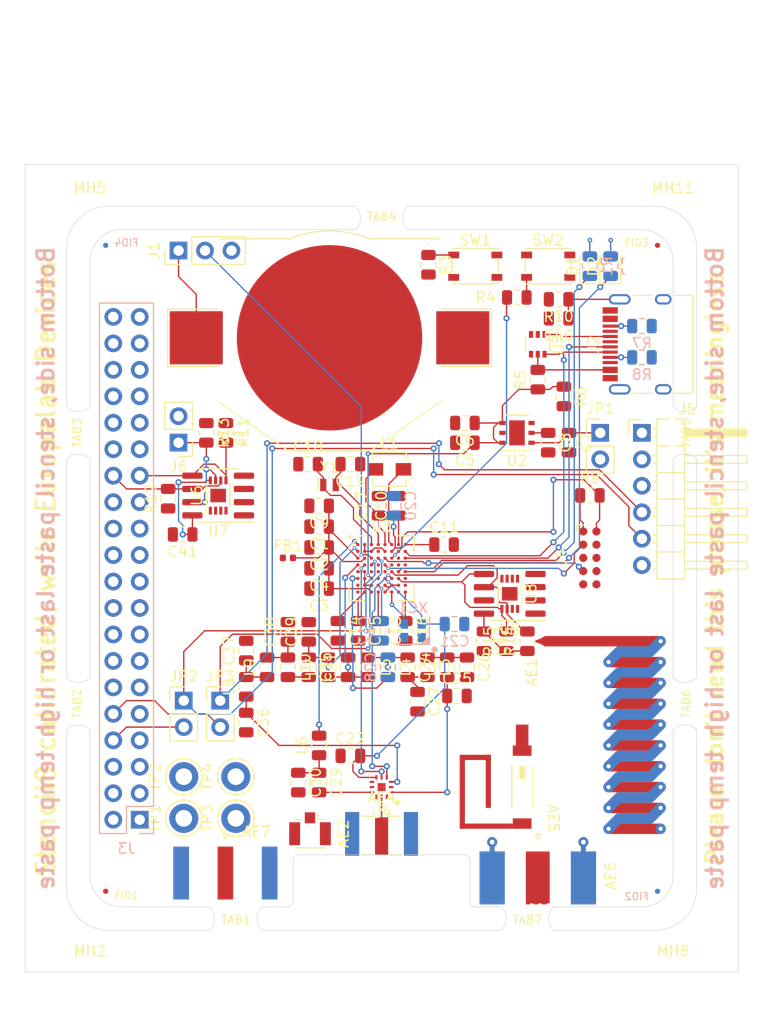
<source format=kicad_pcb>
(kicad_pcb (version 20171130) (host pcbnew 5.1.5+dfsg1-2build2)

  (general
    (thickness 1.6)
    (drawings 95)
    (tracks 429)
    (zones 0)
    (modules 117)
    (nets 121)
  )

  (page A3)
  (title_block
    (date "15 nov 2012")
  )

  (layers
    (0 F.Cu signal)
    (1 In1.Cu signal)
    (2 In2.Cu signal)
    (31 B.Cu signal)
    (34 B.Paste user)
    (35 F.Paste user)
    (36 B.SilkS user)
    (37 F.SilkS user)
    (38 B.Mask user)
    (39 F.Mask user)
    (40 Dwgs.User user)
    (41 Cmts.User user hide)
    (44 Edge.Cuts user)
    (45 Margin user)
    (46 B.CrtYd user)
    (47 F.CrtYd user)
    (48 B.Fab user)
    (49 F.Fab user)
  )

  (setup
    (last_trace_width 0.127)
    (user_trace_width 0.1016)
    (user_trace_width 0.127)
    (user_trace_width 0.2)
    (trace_clearance 0.09)
    (zone_clearance 0.508)
    (zone_45_only no)
    (trace_min 0.09)
    (via_size 0.356)
    (via_drill 0.2)
    (via_min_size 0.356)
    (via_min_drill 0.2)
    (user_via 0.45 0.2)
    (user_via 0.6 0.3)
    (uvia_size 0.45)
    (uvia_drill 0.1)
    (uvias_allowed no)
    (uvia_min_size 0.45)
    (uvia_min_drill 0.1)
    (edge_width 0.1)
    (segment_width 0.1)
    (pcb_text_width 0.25)
    (pcb_text_size 1 1)
    (mod_edge_width 0.15)
    (mod_text_size 1 1)
    (mod_text_width 0.15)
    (pad_size 0.32 0.32)
    (pad_drill 0)
    (pad_to_mask_clearance 0)
    (aux_axis_origin 0 0)
    (visible_elements 7FFFF7FF)
    (pcbplotparams
      (layerselection 0x00030_80000001)
      (usegerberextensions true)
      (usegerberattributes false)
      (usegerberadvancedattributes false)
      (creategerberjobfile false)
      (excludeedgelayer true)
      (linewidth 0.150000)
      (plotframeref false)
      (viasonmask false)
      (mode 1)
      (useauxorigin false)
      (hpglpennumber 1)
      (hpglpenspeed 20)
      (hpglpendiameter 15.000000)
      (psnegative false)
      (psa4output false)
      (plotreference true)
      (plotvalue true)
      (plotinvisibletext false)
      (padsonsilk false)
      (subtractmaskfromsilk false)
      (outputformat 1)
      (mirror false)
      (drillshape 1)
      (scaleselection 1)
      (outputdirectory ""))
  )

  (net 0 "")
  (net 1 GND)
  (net 2 "Net-(AE1-Pad1)")
  (net 3 /Sheet5F53D5B4/RFSWPWR)
  (net 4 "Net-(C8-Pad1)")
  (net 5 /Sheet5F53D5B4/POWAMP)
  (net 6 "Net-(C13-Pad1)")
  (net 7 /Sheet5F53D5B4/HFOUT)
  (net 8 +3V3)
  (net 9 "Net-(C29-Pad1)")
  (net 10 /Sheet5F53D5B4/UART_RX)
  (net 11 /Sheet5F53D5B4/UART_TX)
  (net 12 /Sheet5F53D5B4/HPOUT)
  (net 13 /Sheet5F53D5B4/HFIN)
  (net 14 /Sheet5F53D5B4/BANDSEL)
  (net 15 "Net-(XC1-Pad1)")
  (net 16 "Net-(BT1-Pad1)")
  (net 17 /Sheet5F53D5B4/USB_BUS)
  (net 18 "Net-(C33-Pad1)")
  (net 19 "Net-(C34-Pad1)")
  (net 20 /Sheet5F53D5B4/CMDRST)
  (net 21 "Net-(D1-Pad2)")
  (net 22 "Net-(D1-Pad1)")
  (net 23 "Net-(D2-Pad1)")
  (net 24 "Net-(D2-Pad2)")
  (net 25 /Sheet5F53D5B4/USB_P)
  (net 26 /Sheet5F53D5B4/USB_N)
  (net 27 /Sheet60040980/ID_SD)
  (net 28 /Sheet60040980/ID_SC)
  (net 29 /Sheet5F53D5B4/SWDCLK)
  (net 30 "Net-(J3-Pad7)")
  (net 31 "Net-(J3-Pad8)")
  (net 32 "Net-(J4-Pad6)")
  (net 33 /Sheet5F53D5B4/CN_VBAT)
  (net 34 /Sheet5F53D5B4/I2C_SCL)
  (net 35 /Sheet5F53D5B4/I2C_SDA)
  (net 36 "Net-(TP3-Pad1)")
  (net 37 "Net-(TP4-Pad1)")
  (net 38 /Sheet5F53D5B4/XCEIV)
  (net 39 /Sheet5F53D5B4/CRYSTAL_XIN-RESERVED)
  (net 40 /Sheet5F53D5B4/CRYSTAL_XOUT-RESERVED)
  (net 41 "Net-(AE5-Pad2)")
  (net 42 "Net-(C1-Pad1)")
  (net 43 "Net-(C7-Pad1)")
  (net 44 "Net-(C14-Pad1)")
  (net 45 "Net-(C17-Pad1)")
  (net 46 "Net-(C18-Pad2)")
  (net 47 "Net-(C19-Pad2)")
  (net 48 "Net-(C23-Pad2)")
  (net 49 "Net-(C23-Pad1)")
  (net 50 "Net-(C24-Pad1)")
  (net 51 "Net-(C24-Pad2)")
  (net 52 "Net-(C29-Pad2)")
  (net 53 "Net-(C33-Pad2)")
  (net 54 "Net-(C35-Pad2)")
  (net 55 "Net-(C40-Pad1)")
  (net 56 "Net-(J2-PadB5)")
  (net 57 "Net-(J2-PadA8)")
  (net 58 "Net-(J2-PadA5)")
  (net 59 "Net-(J2-PadB8)")
  (net 60 "Net-(J2-PadA4)")
  (net 61 "Net-(J3-Pad2)")
  (net 62 "Net-(J3-Pad3)")
  (net 63 "Net-(J3-Pad4)")
  (net 64 "Net-(J3-Pad5)")
  (net 65 "Net-(J3-Pad10)")
  (net 66 "Net-(J3-Pad11)")
  (net 67 "Net-(J3-Pad12)")
  (net 68 "Net-(J3-Pad13)")
  (net 69 "Net-(J3-Pad15)")
  (net 70 "Net-(J3-Pad16)")
  (net 71 "Net-(J3-Pad18)")
  (net 72 "Net-(J3-Pad19)")
  (net 73 "Net-(J3-Pad21)")
  (net 74 "Net-(J3-Pad22)")
  (net 75 "Net-(J3-Pad23)")
  (net 76 "Net-(J3-Pad24)")
  (net 77 "Net-(J3-Pad26)")
  (net 78 "Net-(J3-Pad29)")
  (net 79 "Net-(J3-Pad31)")
  (net 80 "Net-(J3-Pad32)")
  (net 81 "Net-(J3-Pad33)")
  (net 82 "Net-(J3-Pad35)")
  (net 83 "Net-(J3-Pad36)")
  (net 84 "Net-(J3-Pad37)")
  (net 85 "Net-(J3-Pad38)")
  (net 86 "Net-(J3-Pad40)")
  (net 87 "Net-(J4-Pad7)")
  (net 88 "Net-(J4-Pad8)")
  (net 89 "Net-(J5-Pad2)")
  (net 90 "Net-(J5-Pad3)")
  (net 91 "Net-(J5-Pad6)")
  (net 92 "Net-(J6-Pad1)")
  (net 93 "Net-(L1-Pad2)")
  (net 94 "Net-(R3-Pad1)")
  (net 95 "Net-(R4-Pad1)")
  (net 96 "Net-(R4-Pad2)")
  (net 97 "Net-(U2-Pad5)")
  (net 98 "Net-(U3-PadG1)")
  (net 99 "Net-(U3-PadH1)")
  (net 100 "Net-(U3-PadE3)")
  (net 101 "Net-(U3-PadB4)")
  (net 102 "Net-(U3-PadE4)")
  (net 103 "Net-(U3-PadF4)")
  (net 104 "Net-(U3-PadE5)")
  (net 105 "Net-(U3-PadH6)")
  (net 106 "Net-(U3-PadC7)")
  (net 107 "Net-(U3-PadD7)")
  (net 108 "Net-(U3-PadH7)")
  (net 109 "Net-(U3-PadD8)")
  (net 110 "Net-(U5-Pad3)")
  (net 111 "Net-(U5-Pad4)")
  (net 112 "Net-(U8-Pad7)")
  (net 113 "Net-(U8-Pad3)")
  (net 114 "Net-(U8-Pad2)")
  (net 115 "Net-(U8-Pad1)")
  (net 116 "Net-(U9-Pad1)")
  (net 117 "Net-(U9-Pad2)")
  (net 118 "Net-(U9-Pad3)")
  (net 119 "Net-(U9-Pad7)")
  (net 120 /Sheet5F53D5B4/SWDIO)

  (net_class Default "This is the default net class."
    (clearance 0.09)
    (trace_width 0.09)
    (via_dia 0.356)
    (via_drill 0.2)
    (uvia_dia 0.45)
    (uvia_drill 0.1)
    (add_net +3V3)
    (add_net /Sheet5F53D5B4/BANDSEL)
    (add_net /Sheet5F53D5B4/CMDRST)
    (add_net /Sheet5F53D5B4/CN_VBAT)
    (add_net /Sheet5F53D5B4/CRYSTAL_XIN-RESERVED)
    (add_net /Sheet5F53D5B4/CRYSTAL_XOUT-RESERVED)
    (add_net /Sheet5F53D5B4/HFIN)
    (add_net /Sheet5F53D5B4/HFOUT)
    (add_net /Sheet5F53D5B4/HPOUT)
    (add_net /Sheet5F53D5B4/I2C_SCL)
    (add_net /Sheet5F53D5B4/I2C_SDA)
    (add_net /Sheet5F53D5B4/POWAMP)
    (add_net /Sheet5F53D5B4/RFSWPWR)
    (add_net /Sheet5F53D5B4/SWDCLK)
    (add_net /Sheet5F53D5B4/SWDIO)
    (add_net /Sheet5F53D5B4/UART_RX)
    (add_net /Sheet5F53D5B4/UART_TX)
    (add_net /Sheet5F53D5B4/USB_BUS)
    (add_net /Sheet5F53D5B4/USB_N)
    (add_net /Sheet5F53D5B4/USB_P)
    (add_net /Sheet5F53D5B4/XCEIV)
    (add_net /Sheet60040980/ID_SC)
    (add_net /Sheet60040980/ID_SD)
    (add_net GND)
    (add_net "Net-(AE1-Pad1)")
    (add_net "Net-(AE5-Pad2)")
    (add_net "Net-(BT1-Pad1)")
    (add_net "Net-(C1-Pad1)")
    (add_net "Net-(C13-Pad1)")
    (add_net "Net-(C14-Pad1)")
    (add_net "Net-(C17-Pad1)")
    (add_net "Net-(C18-Pad2)")
    (add_net "Net-(C19-Pad2)")
    (add_net "Net-(C23-Pad1)")
    (add_net "Net-(C23-Pad2)")
    (add_net "Net-(C24-Pad1)")
    (add_net "Net-(C24-Pad2)")
    (add_net "Net-(C29-Pad1)")
    (add_net "Net-(C29-Pad2)")
    (add_net "Net-(C33-Pad1)")
    (add_net "Net-(C33-Pad2)")
    (add_net "Net-(C34-Pad1)")
    (add_net "Net-(C35-Pad2)")
    (add_net "Net-(C40-Pad1)")
    (add_net "Net-(C7-Pad1)")
    (add_net "Net-(C8-Pad1)")
    (add_net "Net-(D1-Pad1)")
    (add_net "Net-(D1-Pad2)")
    (add_net "Net-(D2-Pad1)")
    (add_net "Net-(D2-Pad2)")
    (add_net "Net-(J2-PadA4)")
    (add_net "Net-(J2-PadA5)")
    (add_net "Net-(J2-PadA8)")
    (add_net "Net-(J2-PadB5)")
    (add_net "Net-(J2-PadB8)")
    (add_net "Net-(J3-Pad10)")
    (add_net "Net-(J3-Pad11)")
    (add_net "Net-(J3-Pad12)")
    (add_net "Net-(J3-Pad13)")
    (add_net "Net-(J3-Pad15)")
    (add_net "Net-(J3-Pad16)")
    (add_net "Net-(J3-Pad18)")
    (add_net "Net-(J3-Pad19)")
    (add_net "Net-(J3-Pad2)")
    (add_net "Net-(J3-Pad21)")
    (add_net "Net-(J3-Pad22)")
    (add_net "Net-(J3-Pad23)")
    (add_net "Net-(J3-Pad24)")
    (add_net "Net-(J3-Pad26)")
    (add_net "Net-(J3-Pad29)")
    (add_net "Net-(J3-Pad3)")
    (add_net "Net-(J3-Pad31)")
    (add_net "Net-(J3-Pad32)")
    (add_net "Net-(J3-Pad33)")
    (add_net "Net-(J3-Pad35)")
    (add_net "Net-(J3-Pad36)")
    (add_net "Net-(J3-Pad37)")
    (add_net "Net-(J3-Pad38)")
    (add_net "Net-(J3-Pad4)")
    (add_net "Net-(J3-Pad40)")
    (add_net "Net-(J3-Pad5)")
    (add_net "Net-(J3-Pad7)")
    (add_net "Net-(J3-Pad8)")
    (add_net "Net-(J4-Pad6)")
    (add_net "Net-(J4-Pad7)")
    (add_net "Net-(J4-Pad8)")
    (add_net "Net-(J5-Pad2)")
    (add_net "Net-(J5-Pad3)")
    (add_net "Net-(J5-Pad6)")
    (add_net "Net-(J6-Pad1)")
    (add_net "Net-(L1-Pad2)")
    (add_net "Net-(R3-Pad1)")
    (add_net "Net-(R4-Pad1)")
    (add_net "Net-(R4-Pad2)")
    (add_net "Net-(TP3-Pad1)")
    (add_net "Net-(TP4-Pad1)")
    (add_net "Net-(U2-Pad5)")
    (add_net "Net-(U3-PadB4)")
    (add_net "Net-(U3-PadC7)")
    (add_net "Net-(U3-PadD7)")
    (add_net "Net-(U3-PadD8)")
    (add_net "Net-(U3-PadE3)")
    (add_net "Net-(U3-PadE4)")
    (add_net "Net-(U3-PadE5)")
    (add_net "Net-(U3-PadF4)")
    (add_net "Net-(U3-PadG1)")
    (add_net "Net-(U3-PadH1)")
    (add_net "Net-(U3-PadH6)")
    (add_net "Net-(U3-PadH7)")
    (add_net "Net-(U5-Pad3)")
    (add_net "Net-(U5-Pad4)")
    (add_net "Net-(U8-Pad1)")
    (add_net "Net-(U8-Pad2)")
    (add_net "Net-(U8-Pad3)")
    (add_net "Net-(U8-Pad7)")
    (add_net "Net-(U9-Pad1)")
    (add_net "Net-(U9-Pad2)")
    (add_net "Net-(U9-Pad3)")
    (add_net "Net-(U9-Pad7)")
    (add_net "Net-(XC1-Pad1)")
  )

  (net_class Power ""
    (clearance 0.2)
    (trace_width 0.5)
    (via_dia 1)
    (via_drill 0.7)
    (uvia_dia 0.5)
    (uvia_drill 0.1)
  )

  (module Elabdev:TFBGA-64_8x8_6.0x6.0mm_P0.65mm (layer F.Cu) (tedit 5F6BA77A) (tstamp 5F68786E)
    (at 210 148)
    (path /5F53D5B5/6052EF69)
    (solder_mask_margin 0.025)
    (clearance 0.0508)
    (attr smd)
    (fp_text reference U3 (at 0 -4) (layer F.SilkS)
      (effects (font (size 1 1) (thickness 0.15)))
    )
    (fp_text value ATSAMR34 (at 0 4) (layer F.Fab)
      (effects (font (size 1 1) (thickness 0.15)))
    )
    (fp_line (start -2 -3) (end -3 -2) (layer F.Fab) (width 0.1))
    (fp_line (start -3 -2) (end -3 3) (layer F.Fab) (width 0.1))
    (fp_line (start -3 3) (end 3 3) (layer F.Fab) (width 0.1))
    (fp_line (start 3 3) (end 3 -3) (layer F.Fab) (width 0.1))
    (fp_line (start 3 -3) (end -2 -3) (layer F.Fab) (width 0.1))
    (fp_line (start 1.62 -3.12) (end 3.12 -3.12) (layer F.SilkS) (width 0.12))
    (fp_line (start 3.12 -3.12) (end 3.12 -1.62) (layer F.SilkS) (width 0.12))
    (fp_line (start 1.62 -3.12) (end 3.12 -3.12) (layer F.SilkS) (width 0.12))
    (fp_line (start 3.12 -3.12) (end 3.12 -1.62) (layer F.SilkS) (width 0.12))
    (fp_line (start 1.62 3.12) (end 3.12 3.12) (layer F.SilkS) (width 0.12))
    (fp_line (start 3.12 3.12) (end 3.12 1.62) (layer F.SilkS) (width 0.12))
    (fp_line (start 1.62 -3.12) (end 3.12 -3.12) (layer F.SilkS) (width 0.12))
    (fp_line (start 3.12 -3.12) (end 3.12 -1.62) (layer F.SilkS) (width 0.12))
    (fp_line (start -1.62 3.12) (end -3.12 3.12) (layer F.SilkS) (width 0.12))
    (fp_line (start -3.12 3.12) (end -3.12 1.62) (layer F.SilkS) (width 0.12))
    (fp_line (start -1.62 -3.12) (end -2 -3.12) (layer F.SilkS) (width 0.12))
    (fp_line (start -2 -3.12) (end -3.12 -2) (layer F.SilkS) (width 0.12))
    (fp_line (start -3.12 -2) (end -3.12 -1.62) (layer F.SilkS) (width 0.12))
    (fp_circle (center -3 -3) (end -3 -2.9) (layer F.SilkS) (width 0.2))
    (fp_line (start -4 -4) (end 4 -4) (layer F.CrtYd) (width 0.05))
    (fp_line (start 4 -4) (end 4 4) (layer F.CrtYd) (width 0.05))
    (fp_line (start 4 4) (end -4 4) (layer F.CrtYd) (width 0.05))
    (fp_line (start -4 4) (end -4 -4) (layer F.CrtYd) (width 0.05))
    (pad A1 smd circle (at -2.275 -2.275) (size 0.32 0.32) (layers F.Cu F.Paste F.Mask)
      (net 13 /Sheet5F53D5B4/HFIN))
    (pad B1 smd circle (at -2.275 -1.625) (size 0.32 0.32) (layers F.Cu F.Paste F.Mask)
      (net 7 /Sheet5F53D5B4/HFOUT))
    (pad C1 smd circle (at -2.275 -0.975) (size 0.32 0.32) (layers F.Cu F.Paste F.Mask)
      (net 42 "Net-(C1-Pad1)"))
    (pad D1 smd circle (at -2.275 -0.325) (size 0.32 0.32) (layers F.Cu F.Paste F.Mask)
      (net 5 /Sheet5F53D5B4/POWAMP))
    (pad E1 smd circle (at -2.275 0.325) (size 0.32 0.32) (layers F.Cu F.Paste F.Mask)
      (net 1 GND))
    (pad F1 smd circle (at -2.275 0.975) (size 0.32 0.32) (layers F.Cu F.Paste F.Mask)
      (net 12 /Sheet5F53D5B4/HPOUT))
    (pad G1 smd circle (at -2.275 1.625) (size 0.32 0.32) (layers F.Cu F.Paste F.Mask)
      (net 98 "Net-(U3-PadG1)"))
    (pad H1 smd circle (at -2.275 2.275) (size 0.32 0.32) (layers F.Cu F.Paste F.Mask)
      (net 99 "Net-(U3-PadH1)"))
    (pad A2 smd circle (at -1.625 -2.275) (size 0.32 0.32) (layers F.Cu F.Paste F.Mask)
      (net 1 GND))
    (pad B2 smd circle (at -1.625 -1.625) (size 0.32 0.32) (layers F.Cu F.Paste F.Mask)
      (net 1 GND))
    (pad C2 smd circle (at -1.625 -0.975) (size 0.32 0.32) (layers F.Cu F.Paste F.Mask)
      (net 42 "Net-(C1-Pad1)"))
    (pad D2 smd circle (at -1.625 -0.325) (size 0.32 0.32) (layers F.Cu F.Paste F.Mask)
      (net 38 /Sheet5F53D5B4/XCEIV))
    (pad E2 smd circle (at -1.625 0.325) (size 0.32 0.32) (layers F.Cu F.Paste F.Mask)
      (net 1 GND))
    (pad F2 smd circle (at -1.625 0.975) (size 0.32 0.32) (layers F.Cu F.Paste F.Mask)
      (net 1 GND))
    (pad G2 smd circle (at -1.625 1.625) (size 0.32 0.32) (layers F.Cu F.Paste F.Mask)
      (net 1 GND))
    (pad H2 smd circle (at -1.625 2.275) (size 0.32 0.32) (layers F.Cu F.Paste F.Mask)
      (net 44 "Net-(C14-Pad1)"))
    (pad A3 smd circle (at -0.975 -2.275) (size 0.32 0.32) (layers F.Cu F.Paste F.Mask)
      (net 46 "Net-(C18-Pad2)"))
    (pad B3 smd circle (at -0.975 -1.625) (size 0.32 0.32) (layers F.Cu F.Paste F.Mask)
      (net 1 GND))
    (pad C3 smd circle (at -0.975 -0.975) (size 0.32 0.32) (layers F.Cu F.Paste F.Mask)
      (net 33 /Sheet5F53D5B4/CN_VBAT))
    (pad D3 smd circle (at -0.975 -0.325) (size 0.32 0.32) (layers F.Cu F.Paste F.Mask)
      (net 11 /Sheet5F53D5B4/UART_TX))
    (pad E3 smd circle (at -0.975 0.325) (size 0.32 0.32) (layers F.Cu F.Paste F.Mask)
      (net 100 "Net-(U3-PadE3)"))
    (pad F3 smd circle (at -0.975 0.975) (size 0.32 0.32) (layers F.Cu F.Paste F.Mask)
      (net 17 /Sheet5F53D5B4/USB_BUS))
    (pad G3 smd circle (at -0.975 1.625) (size 0.32 0.32) (layers F.Cu F.Paste F.Mask)
      (net 1 GND))
    (pad H3 smd circle (at -0.975 2.275) (size 0.32 0.32) (layers F.Cu F.Paste F.Mask)
      (net 42 "Net-(C1-Pad1)"))
    (pad A4 smd circle (at -0.325 -2.275) (size 0.32 0.32) (layers F.Cu F.Paste F.Mask)
      (net 47 "Net-(C19-Pad2)"))
    (pad B4 smd circle (at -0.325 -1.625) (size 0.32 0.32) (layers F.Cu F.Paste F.Mask)
      (net 101 "Net-(U3-PadB4)"))
    (pad C4 smd circle (at -0.325 -0.975) (size 0.32 0.32) (layers F.Cu F.Paste F.Mask)
      (net 10 /Sheet5F53D5B4/UART_RX))
    (pad D4 smd circle (at -0.325 -0.325) (size 0.32 0.32) (layers F.Cu F.Paste F.Mask)
      (net 1 GND))
    (pad E4 smd circle (at -0.325 0.325) (size 0.32 0.32) (layers F.Cu F.Paste F.Mask)
      (net 102 "Net-(U3-PadE4)"))
    (pad F4 smd circle (at -0.325 0.975) (size 0.32 0.32) (layers F.Cu F.Paste F.Mask)
      (net 103 "Net-(U3-PadF4)"))
    (pad G4 smd circle (at -0.325 1.625) (size 0.32 0.32) (layers F.Cu F.Paste F.Mask)
      (net 8 +3V3))
    (pad H4 smd circle (at -0.325 2.275) (size 0.32 0.32) (layers F.Cu F.Paste F.Mask)
      (net 6 "Net-(C13-Pad1)"))
    (pad A5 smd circle (at 0.325 -2.275) (size 0.32 0.32) (layers F.Cu F.Paste F.Mask)
      (net 45 "Net-(C17-Pad1)"))
    (pad B5 smd circle (at 0.325 -1.625) (size 0.32 0.32) (layers F.Cu F.Paste F.Mask)
      (net 1 GND))
    (pad C5 smd circle (at 0.325 -0.975) (size 0.32 0.32) (layers F.Cu F.Paste F.Mask)
      (net 29 /Sheet5F53D5B4/SWDCLK))
    (pad D5 smd circle (at 0.325 -0.325) (size 0.32 0.32) (layers F.Cu F.Paste F.Mask)
      (net 120 /Sheet5F53D5B4/SWDIO))
    (pad E5 smd circle (at 0.325 0.325) (size 0.32 0.32) (layers F.Cu F.Paste F.Mask)
      (net 104 "Net-(U3-PadE5)"))
    (pad F5 smd circle (at 0.325 0.975) (size 0.32 0.32) (layers F.Cu F.Paste F.Mask)
      (net 3 /Sheet5F53D5B4/RFSWPWR))
    (pad G5 smd circle (at 0.325 1.625) (size 0.32 0.32) (layers F.Cu F.Paste F.Mask)
      (net 1 GND))
    (pad H5 smd circle (at 0.325 2.275) (size 0.32 0.32) (layers F.Cu F.Paste F.Mask)
      (net 1 GND))
    (pad A6 smd circle (at 0.975 -2.275) (size 0.32 0.32) (layers F.Cu F.Paste F.Mask)
      (net 93 "Net-(L1-Pad2)"))
    (pad B6 smd circle (at 0.975 -1.625) (size 0.32 0.32) (layers F.Cu F.Paste F.Mask)
      (net 20 /Sheet5F53D5B4/CMDRST))
    (pad C6 smd circle (at 0.975 -0.975) (size 0.32 0.32) (layers F.Cu F.Paste F.Mask)
      (net 95 "Net-(R4-Pad1)"))
    (pad D6 smd circle (at 0.975 -0.325) (size 0.32 0.32) (layers F.Cu F.Paste F.Mask)
      (net 1 GND))
    (pad E6 smd circle (at 0.975 0.325) (size 0.32 0.32) (layers F.Cu F.Paste F.Mask)
      (net 34 /Sheet5F53D5B4/I2C_SCL))
    (pad F6 smd circle (at 0.975 0.975) (size 0.32 0.32) (layers F.Cu F.Paste F.Mask)
      (net 14 /Sheet5F53D5B4/BANDSEL))
    (pad G6 smd circle (at 0.975 1.625) (size 0.32 0.32) (layers F.Cu F.Paste F.Mask)
      (net 1 GND))
    (pad H6 smd circle (at 0.975 2.275) (size 0.32 0.32) (layers F.Cu F.Paste F.Mask)
      (net 105 "Net-(U3-PadH6)"))
    (pad A7 smd circle (at 1.625 -2.275) (size 0.32 0.32) (layers F.Cu F.Paste F.Mask)
      (net 8 +3V3))
    (pad B7 smd circle (at 1.625 -1.625) (size 0.32 0.32) (layers F.Cu F.Paste F.Mask)
      (net 1 GND))
    (pad C7 smd circle (at 1.625 -0.975) (size 0.32 0.32) (layers F.Cu F.Paste F.Mask)
      (net 106 "Net-(U3-PadC7)"))
    (pad D7 smd circle (at 1.625 -0.325) (size 0.32 0.32) (layers F.Cu F.Paste F.Mask)
      (net 107 "Net-(U3-PadD7)"))
    (pad E7 smd circle (at 1.625 0.325) (size 0.32 0.32) (layers F.Cu F.Paste F.Mask)
      (net 22 "Net-(D1-Pad1)"))
    (pad F7 smd circle (at 1.625 0.975) (size 0.32 0.32) (layers F.Cu F.Paste F.Mask)
      (net 35 /Sheet5F53D5B4/I2C_SDA))
    (pad G7 smd circle (at 1.625 1.625) (size 0.32 0.32) (layers F.Cu F.Paste F.Mask)
      (net 1 GND))
    (pad H7 smd circle (at 1.625 2.275) (size 0.32 0.32) (layers F.Cu F.Paste F.Mask)
      (net 108 "Net-(U3-PadH7)"))
    (pad A8 smd circle (at 2.275 -2.275) (size 0.32 0.32) (layers F.Cu F.Paste F.Mask)
      (net 8 +3V3))
    (pad B8 smd circle (at 2.275 -1.625) (size 0.32 0.32) (layers F.Cu F.Paste F.Mask)
      (net 26 /Sheet5F53D5B4/USB_N))
    (pad C8 smd circle (at 2.275 -0.975) (size 0.32 0.32) (layers F.Cu F.Paste F.Mask)
      (net 25 /Sheet5F53D5B4/USB_P))
    (pad D8 smd circle (at 2.275 -0.325) (size 0.32 0.32) (layers F.Cu F.Paste F.Mask)
      (net 109 "Net-(U3-PadD8)"))
    (pad E8 smd circle (at 2.275 0.325) (size 0.32 0.32) (layers F.Cu F.Paste F.Mask)
      (net 23 "Net-(D2-Pad1)"))
    (pad F8 smd circle (at 2.275 0.975) (size 0.32 0.32) (layers F.Cu F.Paste F.Mask)
      (net 39 /Sheet5F53D5B4/CRYSTAL_XIN-RESERVED))
    (pad G8 smd circle (at 2.275 1.625) (size 0.32 0.32) (layers F.Cu F.Paste F.Mask)
      (net 40 /Sheet5F53D5B4/CRYSTAL_XOUT-RESERVED))
    (pad H8 smd circle (at 2.275 2.275) (size 0.32 0.32) (layers F.Cu F.Paste F.Mask)
      (net 8 +3V3))
    (model ${KISYS3DMOD}/Package_BGA.3dshapes/TFBGA-64_5x5mm_Layout8x8_P0.5mm.wrl
      (at (xyz 0 0 0))
      (scale (xyz 1.2 1.2 1.2))
      (rotate (xyz 0 0 0))
    )
  )

  (module Elabdev:Panel_Mousetab_25mm_Single (layer F.Cu) (tedit 5CD9E502) (tstamp 5F680FEC)
    (at 224 181.75 90)
    (path /5CD9EB0D)
    (fp_text reference TAB7 (at 0 0) (layer F.SilkS)
      (effects (font (size 0.8 0.8) (thickness 0.13)))
    )
    (fp_text value Pantab (at 0 3.5 90) (layer F.Fab)
      (effects (font (size 1 1) (thickness 0.15)))
    )
    (fp_line (start 1.25 -2.2) (end 1.25 2.2) (layer F.Fab) (width 0.15))
    (fp_line (start -1.25 -2.2) (end -1.25 2.2) (layer F.Fab) (width 0.15))
    (fp_line (start 2.1 -2.6) (end 2.1 2.6) (layer F.CrtYd) (width 0.15))
    (fp_line (start 2.1 2.6) (end -2.1 2.6) (layer F.CrtYd) (width 0.15))
    (fp_line (start -2.1 2.6) (end -2.1 -2.6) (layer F.CrtYd) (width 0.15))
    (fp_line (start -2.1 -2.6) (end 2.1 -2.6) (layer F.CrtYd) (width 0.15))
    (pad "" np_thru_hole circle (at 1.35 2 90) (size 0.5 0.5) (drill 0.5) (layers *.Cu))
    (pad "" np_thru_hole circle (at 1.35 1.2 90) (size 0.5 0.5) (drill 0.5) (layers *.Cu))
    (pad "" np_thru_hole circle (at 1.35 0.4 90) (size 0.5 0.5) (drill 0.5) (layers *.Cu))
    (pad "" np_thru_hole circle (at 1.35 -0.4 90) (size 0.5 0.5) (drill 0.5) (layers *.Cu))
    (pad "" np_thru_hole circle (at 1.35 -1.2 90) (size 0.5 0.5) (drill 0.5) (layers *.Cu))
    (pad "" np_thru_hole circle (at 1.35 -2 90) (size 0.5 0.5) (drill 0.5) (layers *.Cu))
  )

  (module Elabdev:Panel_Mousetab_25mm_Single (layer F.Cu) (tedit 5CD9E59A) (tstamp 5F4C0A71)
    (at 210 114.25 270)
    (path /5CD5C3A7)
    (fp_text reference TAB4 (at 0 0 180) (layer F.SilkS)
      (effects (font (size 0.8 0.8) (thickness 0.13)))
    )
    (fp_text value Pantab (at 0 -3.5 270) (layer F.Fab)
      (effects (font (size 1 1) (thickness 0.15)))
    )
    (fp_line (start 1.25 -2.2) (end 1.25 2.2) (layer F.Fab) (width 0.15))
    (fp_line (start -1.25 -2.2) (end -1.25 2.2) (layer F.Fab) (width 0.15))
    (fp_line (start 2.1 -2.6) (end 2.1 2.6) (layer F.CrtYd) (width 0.15))
    (fp_line (start 2.1 2.6) (end -2.1 2.6) (layer F.CrtYd) (width 0.15))
    (fp_line (start -2.1 2.6) (end -2.1 -2.6) (layer F.CrtYd) (width 0.15))
    (fp_line (start -2.1 -2.6) (end 2.1 -2.6) (layer F.CrtYd) (width 0.15))
    (pad "" np_thru_hole circle (at 1.35 2 270) (size 0.5 0.5) (drill 0.5) (layers *.Cu))
    (pad "" np_thru_hole circle (at 1.35 1.2 270) (size 0.5 0.5) (drill 0.5) (layers *.Cu))
    (pad "" np_thru_hole circle (at 1.35 0.4 270) (size 0.5 0.5) (drill 0.5) (layers *.Cu))
    (pad "" np_thru_hole circle (at 1.35 -0.4 270) (size 0.5 0.5) (drill 0.5) (layers *.Cu))
    (pad "" np_thru_hole circle (at 1.35 -1.2 270) (size 0.5 0.5) (drill 0.5) (layers *.Cu))
    (pad "" np_thru_hole circle (at 1.35 -2 270) (size 0.5 0.5) (drill 0.5) (layers *.Cu))
  )

  (module Elabdev:Panel_Mousetab_25mm_Single (layer F.Cu) (tedit 5CD9E502) (tstamp 5CE1C45C)
    (at 196 181.75 90)
    (path /5CD9EB0D)
    (fp_text reference TAB1 (at 0 0) (layer F.SilkS)
      (effects (font (size 0.8 0.8) (thickness 0.13)))
    )
    (fp_text value Pantab (at 0 3.5 90) (layer F.Fab)
      (effects (font (size 1 1) (thickness 0.15)))
    )
    (fp_line (start -2.1 -2.6) (end 2.1 -2.6) (layer F.CrtYd) (width 0.15))
    (fp_line (start -2.1 2.6) (end -2.1 -2.6) (layer F.CrtYd) (width 0.15))
    (fp_line (start 2.1 2.6) (end -2.1 2.6) (layer F.CrtYd) (width 0.15))
    (fp_line (start 2.1 -2.6) (end 2.1 2.6) (layer F.CrtYd) (width 0.15))
    (fp_line (start -1.25 -2.2) (end -1.25 2.2) (layer F.Fab) (width 0.15))
    (fp_line (start 1.25 -2.2) (end 1.25 2.2) (layer F.Fab) (width 0.15))
    (pad "" np_thru_hole circle (at 1.35 -2 90) (size 0.5 0.5) (drill 0.5) (layers *.Cu))
    (pad "" np_thru_hole circle (at 1.35 -1.2 90) (size 0.5 0.5) (drill 0.5) (layers *.Cu))
    (pad "" np_thru_hole circle (at 1.35 -0.4 90) (size 0.5 0.5) (drill 0.5) (layers *.Cu))
    (pad "" np_thru_hole circle (at 1.35 0.4 90) (size 0.5 0.5) (drill 0.5) (layers *.Cu))
    (pad "" np_thru_hole circle (at 1.35 1.2 90) (size 0.5 0.5) (drill 0.5) (layers *.Cu))
    (pad "" np_thru_hole circle (at 1.35 2 90) (size 0.5 0.5) (drill 0.5) (layers *.Cu))
  )

  (module Elabdev:Panel_Mousetab_25mm_Single (layer F.Cu) (tedit 5CD5AA6C) (tstamp 5F4C1007)
    (at 180.75 161)
    (path /5CD5C074)
    (fp_text reference TAB2 (at 0 0 90) (layer F.SilkS)
      (effects (font (size 0.8 0.8) (thickness 0.13)))
    )
    (fp_text value Pantab (at -2.5 0 -270) (layer F.Fab)
      (effects (font (size 1 1) (thickness 0.15)))
    )
    (fp_line (start -2.1 -2.6) (end 2.1 -2.6) (layer F.CrtYd) (width 0.15))
    (fp_line (start -2.1 2.6) (end -2.1 -2.6) (layer F.CrtYd) (width 0.15))
    (fp_line (start 2.1 2.6) (end -2.1 2.6) (layer F.CrtYd) (width 0.15))
    (fp_line (start 2.1 -2.6) (end 2.1 2.6) (layer F.CrtYd) (width 0.15))
    (fp_line (start -1.25 -2.2) (end -1.25 2.2) (layer F.Fab) (width 0.15))
    (fp_line (start 1.25 -2.2) (end 1.25 2.2) (layer F.Fab) (width 0.15))
    (pad "" np_thru_hole circle (at 1.35 -2) (size 0.5 0.5) (drill 0.5) (layers *.Cu))
    (pad "" np_thru_hole circle (at 1.35 -1.2) (size 0.5 0.5) (drill 0.5) (layers *.Cu))
    (pad "" np_thru_hole circle (at 1.35 -0.4) (size 0.5 0.5) (drill 0.5) (layers *.Cu))
    (pad "" np_thru_hole circle (at 1.35 0.4) (size 0.5 0.5) (drill 0.5) (layers *.Cu))
    (pad "" np_thru_hole circle (at 1.35 1.2) (size 0.5 0.5) (drill 0.5) (layers *.Cu))
    (pad "" np_thru_hole circle (at 1.35 2) (size 0.5 0.5) (drill 0.5) (layers *.Cu))
  )

  (module Elabdev:Panel_Mousetab_25mm_Single (layer F.Cu) (tedit 5CD5AA6C) (tstamp 5F4C1047)
    (at 180.75 135)
    (path /5CD5C074)
    (fp_text reference TAB3 (at 0 0 90) (layer F.SilkS)
      (effects (font (size 0.8 0.8) (thickness 0.13)))
    )
    (fp_text value Pantab (at -2.5 0 -270) (layer F.Fab)
      (effects (font (size 1 1) (thickness 0.15)))
    )
    (fp_line (start 1.25 -2.2) (end 1.25 2.2) (layer F.Fab) (width 0.15))
    (fp_line (start -1.25 -2.2) (end -1.25 2.2) (layer F.Fab) (width 0.15))
    (fp_line (start 2.1 -2.6) (end 2.1 2.6) (layer F.CrtYd) (width 0.15))
    (fp_line (start 2.1 2.6) (end -2.1 2.6) (layer F.CrtYd) (width 0.15))
    (fp_line (start -2.1 2.6) (end -2.1 -2.6) (layer F.CrtYd) (width 0.15))
    (fp_line (start -2.1 -2.6) (end 2.1 -2.6) (layer F.CrtYd) (width 0.15))
    (pad "" np_thru_hole circle (at 1.35 2) (size 0.5 0.5) (drill 0.5) (layers *.Cu))
    (pad "" np_thru_hole circle (at 1.35 1.2) (size 0.5 0.5) (drill 0.5) (layers *.Cu))
    (pad "" np_thru_hole circle (at 1.35 0.4) (size 0.5 0.5) (drill 0.5) (layers *.Cu))
    (pad "" np_thru_hole circle (at 1.35 -0.4) (size 0.5 0.5) (drill 0.5) (layers *.Cu))
    (pad "" np_thru_hole circle (at 1.35 -1.2) (size 0.5 0.5) (drill 0.5) (layers *.Cu))
    (pad "" np_thru_hole circle (at 1.35 -2) (size 0.5 0.5) (drill 0.5) (layers *.Cu))
  )

  (module Elabdev:Panel_Mousetab_25mm_Single (layer F.Cu) (tedit 5CD5AA6C) (tstamp 5F4C108A)
    (at 239.25 135 180)
    (path /5CD5C074)
    (fp_text reference TAB5 (at 0 0 90) (layer F.SilkS)
      (effects (font (size 0.8 0.8) (thickness 0.13)))
    )
    (fp_text value Pantab (at -2.5 0 90) (layer F.Fab)
      (effects (font (size 1 1) (thickness 0.15)))
    )
    (fp_line (start 1.25 -2.2) (end 1.25 2.2) (layer F.Fab) (width 0.15))
    (fp_line (start -1.25 -2.2) (end -1.25 2.2) (layer F.Fab) (width 0.15))
    (fp_line (start 2.1 -2.6) (end 2.1 2.6) (layer F.CrtYd) (width 0.15))
    (fp_line (start 2.1 2.6) (end -2.1 2.6) (layer F.CrtYd) (width 0.15))
    (fp_line (start -2.1 2.6) (end -2.1 -2.6) (layer F.CrtYd) (width 0.15))
    (fp_line (start -2.1 -2.6) (end 2.1 -2.6) (layer F.CrtYd) (width 0.15))
    (pad "" np_thru_hole circle (at 1.35 2 180) (size 0.5 0.5) (drill 0.5) (layers *.Cu))
    (pad "" np_thru_hole circle (at 1.35 1.2 180) (size 0.5 0.5) (drill 0.5) (layers *.Cu))
    (pad "" np_thru_hole circle (at 1.35 0.4 180) (size 0.5 0.5) (drill 0.5) (layers *.Cu))
    (pad "" np_thru_hole circle (at 1.35 -0.4 180) (size 0.5 0.5) (drill 0.5) (layers *.Cu))
    (pad "" np_thru_hole circle (at 1.35 -1.2 180) (size 0.5 0.5) (drill 0.5) (layers *.Cu))
    (pad "" np_thru_hole circle (at 1.35 -2 180) (size 0.5 0.5) (drill 0.5) (layers *.Cu))
  )

  (module Elabdev:Panel_Mousetab_25mm_Single (layer F.Cu) (tedit 5CD5AA6C) (tstamp 5F4C1067)
    (at 239.25 161 180)
    (path /5CD5C074)
    (fp_text reference TAB6 (at 0 0 90) (layer F.SilkS)
      (effects (font (size 0.8 0.8) (thickness 0.13)))
    )
    (fp_text value Pantab (at -2.5 0 90) (layer F.Fab)
      (effects (font (size 1 1) (thickness 0.15)))
    )
    (fp_line (start -2.1 -2.6) (end 2.1 -2.6) (layer F.CrtYd) (width 0.15))
    (fp_line (start -2.1 2.6) (end -2.1 -2.6) (layer F.CrtYd) (width 0.15))
    (fp_line (start 2.1 2.6) (end -2.1 2.6) (layer F.CrtYd) (width 0.15))
    (fp_line (start 2.1 -2.6) (end 2.1 2.6) (layer F.CrtYd) (width 0.15))
    (fp_line (start -1.25 -2.2) (end -1.25 2.2) (layer F.Fab) (width 0.15))
    (fp_line (start 1.25 -2.2) (end 1.25 2.2) (layer F.Fab) (width 0.15))
    (pad "" np_thru_hole circle (at 1.35 -2 180) (size 0.5 0.5) (drill 0.5) (layers *.Cu))
    (pad "" np_thru_hole circle (at 1.35 -1.2 180) (size 0.5 0.5) (drill 0.5) (layers *.Cu))
    (pad "" np_thru_hole circle (at 1.35 -0.4 180) (size 0.5 0.5) (drill 0.5) (layers *.Cu))
    (pad "" np_thru_hole circle (at 1.35 0.4 180) (size 0.5 0.5) (drill 0.5) (layers *.Cu))
    (pad "" np_thru_hole circle (at 1.35 1.2 180) (size 0.5 0.5) (drill 0.5) (layers *.Cu))
    (pad "" np_thru_hole circle (at 1.35 2 180) (size 0.5 0.5) (drill 0.5) (layers *.Cu))
  )

  (module Connector_PinSocket_2.54mm:PinSocket_2x20_P2.54mm_Vertical (layer B.Cu) (tedit 5A19A433) (tstamp 5F683F15)
    (at 186.77 172.13)
    (descr "Through hole straight socket strip, 2x20, 2.54mm pitch, double cols (from Kicad 4.0.7), script generated")
    (tags "Through hole socket strip THT 2x20 2.54mm double row")
    (path /60040981/5F6A7FD9)
    (fp_text reference J3 (at -1.27 2.77) (layer B.SilkS)
      (effects (font (size 1 1) (thickness 0.15)) (justify mirror))
    )
    (fp_text value RPIHAT-40W (at -1.27 -51.03) (layer B.Fab)
      (effects (font (size 1 1) (thickness 0.15)) (justify mirror))
    )
    (fp_line (start -3.81 1.27) (end 0.27 1.27) (layer B.Fab) (width 0.1))
    (fp_line (start 0.27 1.27) (end 1.27 0.27) (layer B.Fab) (width 0.1))
    (fp_line (start 1.27 0.27) (end 1.27 -49.53) (layer B.Fab) (width 0.1))
    (fp_line (start 1.27 -49.53) (end -3.81 -49.53) (layer B.Fab) (width 0.1))
    (fp_line (start -3.81 -49.53) (end -3.81 1.27) (layer B.Fab) (width 0.1))
    (fp_line (start -3.87 1.33) (end -1.27 1.33) (layer B.SilkS) (width 0.12))
    (fp_line (start -3.87 1.33) (end -3.87 -49.59) (layer B.SilkS) (width 0.12))
    (fp_line (start -3.87 -49.59) (end 1.33 -49.59) (layer B.SilkS) (width 0.12))
    (fp_line (start 1.33 -1.27) (end 1.33 -49.59) (layer B.SilkS) (width 0.12))
    (fp_line (start -1.27 -1.27) (end 1.33 -1.27) (layer B.SilkS) (width 0.12))
    (fp_line (start -1.27 1.33) (end -1.27 -1.27) (layer B.SilkS) (width 0.12))
    (fp_line (start 1.33 1.33) (end 1.33 0) (layer B.SilkS) (width 0.12))
    (fp_line (start 0 1.33) (end 1.33 1.33) (layer B.SilkS) (width 0.12))
    (fp_line (start -4.34 1.8) (end 1.76 1.8) (layer B.CrtYd) (width 0.05))
    (fp_line (start 1.76 1.8) (end 1.76 -50) (layer B.CrtYd) (width 0.05))
    (fp_line (start 1.76 -50) (end -4.34 -50) (layer B.CrtYd) (width 0.05))
    (fp_line (start -4.34 -50) (end -4.34 1.8) (layer B.CrtYd) (width 0.05))
    (fp_text user %R (at -1.27 -24.13 -90) (layer B.Fab)
      (effects (font (size 1 1) (thickness 0.15)) (justify mirror))
    )
    (pad 1 thru_hole rect (at 0 0) (size 1.7 1.7) (drill 1) (layers *.Cu *.Mask)
      (net 8 +3V3))
    (pad 2 thru_hole oval (at -2.54 0) (size 1.7 1.7) (drill 1) (layers *.Cu *.Mask)
      (net 61 "Net-(J3-Pad2)"))
    (pad 3 thru_hole oval (at 0 -2.54) (size 1.7 1.7) (drill 1) (layers *.Cu *.Mask)
      (net 62 "Net-(J3-Pad3)"))
    (pad 4 thru_hole oval (at -2.54 -2.54) (size 1.7 1.7) (drill 1) (layers *.Cu *.Mask)
      (net 63 "Net-(J3-Pad4)"))
    (pad 5 thru_hole oval (at 0 -5.08) (size 1.7 1.7) (drill 1) (layers *.Cu *.Mask)
      (net 64 "Net-(J3-Pad5)"))
    (pad 6 thru_hole oval (at -2.54 -5.08) (size 1.7 1.7) (drill 1) (layers *.Cu *.Mask)
      (net 1 GND))
    (pad 7 thru_hole oval (at 0 -7.62) (size 1.7 1.7) (drill 1) (layers *.Cu *.Mask)
      (net 30 "Net-(J3-Pad7)"))
    (pad 8 thru_hole oval (at -2.54 -7.62) (size 1.7 1.7) (drill 1) (layers *.Cu *.Mask)
      (net 31 "Net-(J3-Pad8)"))
    (pad 9 thru_hole oval (at 0 -10.16) (size 1.7 1.7) (drill 1) (layers *.Cu *.Mask)
      (net 1 GND))
    (pad 10 thru_hole oval (at -2.54 -10.16) (size 1.7 1.7) (drill 1) (layers *.Cu *.Mask)
      (net 65 "Net-(J3-Pad10)"))
    (pad 11 thru_hole oval (at 0 -12.7) (size 1.7 1.7) (drill 1) (layers *.Cu *.Mask)
      (net 66 "Net-(J3-Pad11)"))
    (pad 12 thru_hole oval (at -2.54 -12.7) (size 1.7 1.7) (drill 1) (layers *.Cu *.Mask)
      (net 67 "Net-(J3-Pad12)"))
    (pad 13 thru_hole oval (at 0 -15.24) (size 1.7 1.7) (drill 1) (layers *.Cu *.Mask)
      (net 68 "Net-(J3-Pad13)"))
    (pad 14 thru_hole oval (at -2.54 -15.24) (size 1.7 1.7) (drill 1) (layers *.Cu *.Mask)
      (net 1 GND))
    (pad 15 thru_hole oval (at 0 -17.78) (size 1.7 1.7) (drill 1) (layers *.Cu *.Mask)
      (net 69 "Net-(J3-Pad15)"))
    (pad 16 thru_hole oval (at -2.54 -17.78) (size 1.7 1.7) (drill 1) (layers *.Cu *.Mask)
      (net 70 "Net-(J3-Pad16)"))
    (pad 17 thru_hole oval (at 0 -20.32) (size 1.7 1.7) (drill 1) (layers *.Cu *.Mask)
      (net 8 +3V3))
    (pad 18 thru_hole oval (at -2.54 -20.32) (size 1.7 1.7) (drill 1) (layers *.Cu *.Mask)
      (net 71 "Net-(J3-Pad18)"))
    (pad 19 thru_hole oval (at 0 -22.86) (size 1.7 1.7) (drill 1) (layers *.Cu *.Mask)
      (net 72 "Net-(J3-Pad19)"))
    (pad 20 thru_hole oval (at -2.54 -22.86) (size 1.7 1.7) (drill 1) (layers *.Cu *.Mask)
      (net 1 GND))
    (pad 21 thru_hole oval (at 0 -25.4) (size 1.7 1.7) (drill 1) (layers *.Cu *.Mask)
      (net 73 "Net-(J3-Pad21)"))
    (pad 22 thru_hole oval (at -2.54 -25.4) (size 1.7 1.7) (drill 1) (layers *.Cu *.Mask)
      (net 74 "Net-(J3-Pad22)"))
    (pad 23 thru_hole oval (at 0 -27.94) (size 1.7 1.7) (drill 1) (layers *.Cu *.Mask)
      (net 75 "Net-(J3-Pad23)"))
    (pad 24 thru_hole oval (at -2.54 -27.94) (size 1.7 1.7) (drill 1) (layers *.Cu *.Mask)
      (net 76 "Net-(J3-Pad24)"))
    (pad 25 thru_hole oval (at 0 -30.48) (size 1.7 1.7) (drill 1) (layers *.Cu *.Mask)
      (net 1 GND))
    (pad 26 thru_hole oval (at -2.54 -30.48) (size 1.7 1.7) (drill 1) (layers *.Cu *.Mask)
      (net 77 "Net-(J3-Pad26)"))
    (pad 27 thru_hole oval (at 0 -33.02) (size 1.7 1.7) (drill 1) (layers *.Cu *.Mask)
      (net 27 /Sheet60040980/ID_SD))
    (pad 28 thru_hole oval (at -2.54 -33.02) (size 1.7 1.7) (drill 1) (layers *.Cu *.Mask)
      (net 28 /Sheet60040980/ID_SC))
    (pad 29 thru_hole oval (at 0 -35.56) (size 1.7 1.7) (drill 1) (layers *.Cu *.Mask)
      (net 78 "Net-(J3-Pad29)"))
    (pad 30 thru_hole oval (at -2.54 -35.56) (size 1.7 1.7) (drill 1) (layers *.Cu *.Mask)
      (net 1 GND))
    (pad 31 thru_hole oval (at 0 -38.1) (size 1.7 1.7) (drill 1) (layers *.Cu *.Mask)
      (net 79 "Net-(J3-Pad31)"))
    (pad 32 thru_hole oval (at -2.54 -38.1) (size 1.7 1.7) (drill 1) (layers *.Cu *.Mask)
      (net 80 "Net-(J3-Pad32)"))
    (pad 33 thru_hole oval (at 0 -40.64) (size 1.7 1.7) (drill 1) (layers *.Cu *.Mask)
      (net 81 "Net-(J3-Pad33)"))
    (pad 34 thru_hole oval (at -2.54 -40.64) (size 1.7 1.7) (drill 1) (layers *.Cu *.Mask)
      (net 1 GND))
    (pad 35 thru_hole oval (at 0 -43.18) (size 1.7 1.7) (drill 1) (layers *.Cu *.Mask)
      (net 82 "Net-(J3-Pad35)"))
    (pad 36 thru_hole oval (at -2.54 -43.18) (size 1.7 1.7) (drill 1) (layers *.Cu *.Mask)
      (net 83 "Net-(J3-Pad36)"))
    (pad 37 thru_hole oval (at 0 -45.72) (size 1.7 1.7) (drill 1) (layers *.Cu *.Mask)
      (net 84 "Net-(J3-Pad37)"))
    (pad 38 thru_hole oval (at -2.54 -45.72) (size 1.7 1.7) (drill 1) (layers *.Cu *.Mask)
      (net 85 "Net-(J3-Pad38)"))
    (pad 39 thru_hole oval (at 0 -48.26) (size 1.7 1.7) (drill 1) (layers *.Cu *.Mask)
      (net 1 GND))
    (pad 40 thru_hole oval (at -2.54 -48.26) (size 1.7 1.7) (drill 1) (layers *.Cu *.Mask)
      (net 86 "Net-(J3-Pad40)"))
    (model ${KISYS3DMOD}/Connector_PinSocket_2.54mm.3dshapes/PinSocket_2x20_P2.54mm_Vertical.wrl
      (at (xyz 0 0 0))
      (scale (xyz 1 1 1))
      (rotate (xyz 0 0 0))
    )
  )

  (module RF_Antenna:Texas_SWRA416_868MHz_915MHz (layer F.Cu) (tedit 5CF40AFD) (tstamp 5F686F31)
    (at 231 164 270)
    (descr http://www.ti.com/lit/an/swra416/swra416.pdf)
    (tags "PCB antenna")
    (path /5F5C0728/60008187)
    (attr smd)
    (fp_text reference AE1 (at -6 6.6 90) (layer F.SilkS)
      (effects (font (size 1 1) (thickness 0.15)))
    )
    (fp_text value Antenna (at 0.1 -7.6 90) (layer F.Fab)
      (effects (font (size 1 1) (thickness 0.15)))
    )
    (fp_line (start 9.7 2.1) (end 6.2 5.7) (layer Dwgs.User) (width 0.12))
    (fp_line (start 9.7 0.1) (end 4.3 5.7) (layer Dwgs.User) (width 0.12))
    (fp_line (start 9.7 -1.9) (end 2.3 5.7) (layer Dwgs.User) (width 0.12))
    (fp_line (start 9.7 -3.9) (end 0.2 5.7) (layer Dwgs.User) (width 0.12))
    (fp_line (start 9.7 -5.9) (end -1.8 5.7) (layer Dwgs.User) (width 0.12))
    (fp_line (start 8.3 -6.5) (end -3.8 5.7) (layer Dwgs.User) (width 0.12))
    (fp_line (start 6.3 -6.5) (end -5.8 5.7) (layer Dwgs.User) (width 0.12))
    (fp_line (start 4.3 -6.5) (end -7.8 5.7) (layer Dwgs.User) (width 0.12))
    (fp_line (start -9.7 5.5) (end 2.3 -6.5) (layer Dwgs.User) (width 0.12))
    (fp_line (start -9.7 3.5) (end 0.3 -6.5) (layer Dwgs.User) (width 0.12))
    (fp_line (start -9.7 1.5) (end -1.7 -6.5) (layer Dwgs.User) (width 0.12))
    (fp_line (start -9.7 -0.5) (end -3.7 -6.5) (layer Dwgs.User) (width 0.12))
    (fp_line (start -9.7 -2.5) (end -5.7 -6.5) (layer Dwgs.User) (width 0.12))
    (fp_line (start -9.7 -4.5) (end -7.7 -6.5) (layer Dwgs.User) (width 0.12))
    (fp_line (start 9.7 -6.5) (end -9.7 -6.5) (layer Dwgs.User) (width 0.15))
    (fp_line (start 9.7 5.7) (end 9.7 -6.5) (layer Dwgs.User) (width 0.15))
    (fp_line (start -9.7 5.7) (end 9.7 5.7) (layer Dwgs.User) (width 0.15))
    (fp_line (start -9.7 -6.5) (end -9.7 5.7) (layer Dwgs.User) (width 0.15))
    (fp_line (start 7 -5.8) (end 8 -4.8) (layer B.Cu) (width 1))
    (fp_line (start 8 -1.8) (end 9 -0.8) (layer B.Cu) (width 1))
    (fp_line (start 8 -4.8) (end 8 -1.8) (layer B.Cu) (width 1))
    (fp_line (start 9 -5.8) (end 9 -0.8) (layer F.Cu) (width 1))
    (fp_line (start 5 -5.8) (end 6 -4.8) (layer B.Cu) (width 1))
    (fp_line (start 6 -1.8) (end 7 -0.8) (layer B.Cu) (width 1))
    (fp_line (start 6 -4.8) (end 6 -1.8) (layer B.Cu) (width 1))
    (fp_line (start 7 -5.8) (end 7 -0.8) (layer F.Cu) (width 1))
    (fp_line (start 3 -5.8) (end 4 -4.8) (layer B.Cu) (width 1))
    (fp_line (start 4 -1.8) (end 5 -0.8) (layer B.Cu) (width 1))
    (fp_line (start 4 -4.8) (end 4 -1.8) (layer B.Cu) (width 1))
    (fp_line (start 5 -5.8) (end 5 -0.8) (layer F.Cu) (width 1))
    (fp_line (start 1 -5.8) (end 2 -4.8) (layer B.Cu) (width 1))
    (fp_line (start 2 -1.8) (end 3 -0.8) (layer B.Cu) (width 1))
    (fp_line (start 2 -4.8) (end 2 -1.8) (layer B.Cu) (width 1))
    (fp_line (start 3 -5.8) (end 3 -0.8) (layer F.Cu) (width 1))
    (fp_line (start -1 -5.8) (end 0 -4.8) (layer B.Cu) (width 1))
    (fp_line (start 0 -1.8) (end 1 -0.8) (layer B.Cu) (width 1))
    (fp_line (start 0 -4.8) (end 0 -1.8) (layer B.Cu) (width 1))
    (fp_line (start 1 -5.8) (end 1 -0.8) (layer F.Cu) (width 1))
    (fp_line (start -3 -5.8) (end -2 -4.8) (layer B.Cu) (width 1))
    (fp_line (start -2 -1.8) (end -1 -0.8) (layer B.Cu) (width 1))
    (fp_line (start -2 -4.8) (end -2 -1.8) (layer B.Cu) (width 1))
    (fp_line (start -1 -5.8) (end -1 -0.8) (layer F.Cu) (width 1))
    (fp_line (start -4 -4.8) (end -4 -1.8) (layer B.Cu) (width 1))
    (fp_line (start -5 -5.8) (end -4 -4.8) (layer B.Cu) (width 1))
    (fp_line (start -4 -1.8) (end -3 -0.8) (layer B.Cu) (width 1))
    (fp_line (start -3 -5.8) (end -3 -0.8) (layer F.Cu) (width 1))
    (fp_line (start -6 -4.8) (end -6 -1.8) (layer B.Cu) (width 1))
    (fp_line (start -7 -5.8) (end -6 -4.8) (layer B.Cu) (width 1))
    (fp_line (start -6 -1.8) (end -5 -0.8) (layer B.Cu) (width 1))
    (fp_line (start -5 -5.8) (end -5 -0.8) (layer F.Cu) (width 1))
    (fp_line (start -7 -5.8) (end -7 -0.8) (layer F.Cu) (width 1))
    (fp_line (start -9 5.2) (end -9 -5.8) (layer F.Cu) (width 1))
    (fp_line (start -9 -5.8) (end -8 -4.8) (layer B.Cu) (width 1))
    (fp_line (start -8 -4.8) (end -8 -1.8) (layer B.Cu) (width 1))
    (fp_line (start -8 -1.8) (end -7 -0.8) (layer B.Cu) (width 1))
    (fp_line (start 9.7 4.1) (end 8.2 5.7) (layer Dwgs.User) (width 0.12))
    (fp_line (start -9.9 -6.7) (end -9.9 5.9) (layer F.CrtYd) (width 0.05))
    (fp_line (start -9.9 5.9) (end 9.9 5.9) (layer F.CrtYd) (width 0.05))
    (fp_line (start 9.9 5.9) (end 9.9 -6.7) (layer F.CrtYd) (width 0.05))
    (fp_line (start 9.9 -6.7) (end -9.9 -6.7) (layer F.CrtYd) (width 0.05))
    (fp_line (start 9.9 -6.7) (end -9.9 -6.7) (layer B.CrtYd) (width 0.05))
    (fp_line (start 9.9 5.9) (end 9.9 -6.7) (layer B.CrtYd) (width 0.05))
    (fp_line (start -9.9 -6.7) (end -9.9 5.9) (layer B.CrtYd) (width 0.05))
    (fp_line (start -9.9 5.9) (end 9.9 5.9) (layer B.CrtYd) (width 0.05))
    (fp_text user "KEEP-OUT ZONE" (at 1 -2.8 90) (layer Cmts.User)
      (effects (font (size 1 1) (thickness 0.15)))
    )
    (fp_text user "No metal, traces or " (at 1 0.2 90) (layer Cmts.User)
      (effects (font (size 1 1) (thickness 0.15)))
    )
    (fp_text user "any components on" (at 1 2.2 90) (layer Cmts.User)
      (effects (font (size 1 1) (thickness 0.15)))
    )
    (fp_text user " any PCB layer." (at 1 4.2 90) (layer Cmts.User)
      (effects (font (size 1 1) (thickness 0.15)))
    )
    (fp_text user %R (at -0.4 6.6 90) (layer F.Fab)
      (effects (font (size 1 1) (thickness 0.15)))
    )
    (pad "" thru_hole circle (at 9 -0.8 90) (size 1 1) (drill 0.4) (layers *.Cu))
    (pad "" thru_hole circle (at 9 -5.8 90) (size 1 1) (drill 0.4) (layers *.Cu))
    (pad "" thru_hole circle (at 7 -5.8 90) (size 1 1) (drill 0.4) (layers *.Cu))
    (pad "" thru_hole circle (at 7 -0.8 90) (size 1 1) (drill 0.4) (layers *.Cu))
    (pad "" thru_hole circle (at 5 -0.8 90) (size 1 1) (drill 0.4) (layers *.Cu))
    (pad "" thru_hole circle (at 5 -5.8 90) (size 1 1) (drill 0.4) (layers *.Cu))
    (pad "" thru_hole circle (at 3 -0.8 90) (size 1 1) (drill 0.4) (layers *.Cu))
    (pad "" thru_hole circle (at 3 -5.8 90) (size 1 1) (drill 0.4) (layers *.Cu))
    (pad "" thru_hole circle (at 1 -5.8 90) (size 1 1) (drill 0.4) (layers *.Cu))
    (pad "" thru_hole circle (at 1 -0.8 90) (size 1 1) (drill 0.4) (layers *.Cu))
    (pad "" thru_hole circle (at -1 -0.8 90) (size 1 1) (drill 0.4) (layers *.Cu))
    (pad "" thru_hole circle (at -1 -5.8 90) (size 1 1) (drill 0.4) (layers *.Cu))
    (pad "" thru_hole circle (at -3 -5.8 90) (size 1 1) (drill 0.4) (layers *.Cu))
    (pad "" thru_hole circle (at -3 -0.8 90) (size 1 1) (drill 0.4) (layers *.Cu))
    (pad "" thru_hole circle (at -5 -0.8 90) (size 1 1) (drill 0.4) (layers *.Cu))
    (pad "" thru_hole circle (at -5 -5.8 90) (size 1 1) (drill 0.4) (layers *.Cu))
    (pad "" thru_hole circle (at -7 -5.8 90) (size 1 1) (drill 0.4) (layers *.Cu))
    (pad "" thru_hole circle (at -7 -0.8 90) (size 1 1) (drill 0.4) (layers *.Cu))
    (pad "" thru_hole circle (at -9 -5.8 90) (size 1 1) (drill 0.4) (layers *.Cu))
    (pad 1 smd trapezoid (at -9 5.9 90) (size 0.4 0.8) (rect_delta 0 0.3 ) (layers F.Cu)
      (net 2 "Net-(AE1-Pad1)"))
  )

  (module Connector_Coaxial:U.FL_Hirose_U.FL-R-SMT-1_Vertical (layer F.Cu) (tedit 5A1DBFC3) (tstamp 5F686F5E)
    (at 203.125 173 270)
    (descr "Hirose U.FL Coaxial https://www.hirose.com/product/en/products/U.FL/U.FL-R-SMT-1%2810%29/")
    (tags "Hirose U.FL Coaxial")
    (path /5F5C0728/5F5D6D7C)
    (attr smd)
    (fp_text reference AE2 (at 0.475 -3.2 90) (layer F.SilkS)
      (effects (font (size 1 1) (thickness 0.15)))
    )
    (fp_text value Antenna_Shield (at 0.475 3.2 90) (layer F.Fab)
      (effects (font (size 1 1) (thickness 0.15)))
    )
    (fp_text user %R (at 0.475 0) (layer F.Fab)
      (effects (font (size 0.6 0.6) (thickness 0.09)))
    )
    (fp_line (start -2.02 1) (end -2.02 -1) (layer F.CrtYd) (width 0.05))
    (fp_line (start -1.32 1) (end -2.02 1) (layer F.CrtYd) (width 0.05))
    (fp_line (start 2.08 1.8) (end 2.28 1.8) (layer F.CrtYd) (width 0.05))
    (fp_line (start 2.08 2.5) (end 2.08 1.8) (layer F.CrtYd) (width 0.05))
    (fp_line (start 2.28 1.8) (end 2.28 -1.8) (layer F.CrtYd) (width 0.05))
    (fp_line (start -1.32 1.8) (end -1.12 1.8) (layer F.CrtYd) (width 0.05))
    (fp_line (start -1.12 2.5) (end -1.12 1.8) (layer F.CrtYd) (width 0.05))
    (fp_line (start 2.08 2.5) (end -1.12 2.5) (layer F.CrtYd) (width 0.05))
    (fp_line (start 1.835 -1.35) (end 1.835 1.35) (layer F.SilkS) (width 0.12))
    (fp_line (start -0.885 -0.76) (end -1.515 -0.76) (layer F.SilkS) (width 0.12))
    (fp_line (start -0.885 1.4) (end -0.885 0.76) (layer F.SilkS) (width 0.12))
    (fp_line (start -0.925 -0.3) (end -1.075 -0.15) (layer F.Fab) (width 0.1))
    (fp_line (start 1.775 -1.3) (end 1.375 -1.3) (layer F.Fab) (width 0.1))
    (fp_line (start 1.375 -1.5) (end 1.375 -1.3) (layer F.Fab) (width 0.1))
    (fp_line (start -0.425 -1.5) (end 1.375 -1.5) (layer F.Fab) (width 0.1))
    (fp_line (start 1.775 -1.3) (end 1.775 1.3) (layer F.Fab) (width 0.1))
    (fp_line (start 1.775 1.3) (end 1.375 1.3) (layer F.Fab) (width 0.1))
    (fp_line (start 1.375 1.5) (end 1.375 1.3) (layer F.Fab) (width 0.1))
    (fp_line (start -0.425 1.5) (end 1.375 1.5) (layer F.Fab) (width 0.1))
    (fp_line (start -0.425 -1.3) (end -0.825 -1.3) (layer F.Fab) (width 0.1))
    (fp_line (start -0.425 -1.5) (end -0.425 -1.3) (layer F.Fab) (width 0.1))
    (fp_line (start -0.825 -0.3) (end -0.825 -1.3) (layer F.Fab) (width 0.1))
    (fp_line (start -0.925 -0.3) (end -0.825 -0.3) (layer F.Fab) (width 0.1))
    (fp_line (start -1.075 0.3) (end -1.075 -0.15) (layer F.Fab) (width 0.1))
    (fp_line (start -1.075 0.3) (end -0.825 0.3) (layer F.Fab) (width 0.1))
    (fp_line (start -0.825 0.3) (end -0.825 1.3) (layer F.Fab) (width 0.1))
    (fp_line (start -0.425 1.3) (end -0.825 1.3) (layer F.Fab) (width 0.1))
    (fp_line (start -0.425 1.5) (end -0.425 1.3) (layer F.Fab) (width 0.1))
    (fp_line (start -0.885 -1.4) (end -0.885 -0.76) (layer F.SilkS) (width 0.12))
    (fp_line (start 2.08 -1.8) (end 2.28 -1.8) (layer F.CrtYd) (width 0.05))
    (fp_line (start 2.08 -1.8) (end 2.08 -2.5) (layer F.CrtYd) (width 0.05))
    (fp_line (start -1.32 -1) (end -1.32 -1.8) (layer F.CrtYd) (width 0.05))
    (fp_line (start 2.08 -2.5) (end -1.12 -2.5) (layer F.CrtYd) (width 0.05))
    (fp_line (start -1.12 -1.8) (end -1.12 -2.5) (layer F.CrtYd) (width 0.05))
    (fp_line (start -1.32 -1.8) (end -1.12 -1.8) (layer F.CrtYd) (width 0.05))
    (fp_line (start -1.32 1.8) (end -1.32 1) (layer F.CrtYd) (width 0.05))
    (fp_line (start -1.32 -1) (end -2.02 -1) (layer F.CrtYd) (width 0.05))
    (pad 2 smd rect (at 0.475 1.475 270) (size 2.2 1.05) (layers F.Cu F.Paste F.Mask)
      (net 1 GND))
    (pad 1 smd rect (at -1.05 0 270) (size 1.05 1) (layers F.Cu F.Paste F.Mask)
      (net 2 "Net-(AE1-Pad1)"))
    (pad 2 smd rect (at 0.475 -1.475 270) (size 2.2 1.05) (layers F.Cu F.Paste F.Mask)
      (net 1 GND))
    (model ${KISYS3DMOD}/Connector_Coaxial.3dshapes/U.FL_Hirose_U.FL-R-SMT-1_Vertical.wrl
      (offset (xyz 0.4749999928262157 0 0))
      (scale (xyz 1 1 1))
      (rotate (xyz 0 0 0))
    )
  )

  (module Connector_Coaxial:SMA_Samtec_SMA-J-P-X-ST-EM1_EdgeMount (layer F.Cu) (tedit 5DAA3454) (tstamp 5F686FA8)
    (at 210 173.5)
    (descr "Connector SMA, 0Hz to 20GHz, 50Ohm, Edge Mount (http://suddendocs.samtec.com/prints/sma-j-p-x-st-em1-mkt.pdf)")
    (tags "SMA Straight Samtec Edge Mount")
    (path /5F5C0728/6000659E)
    (attr smd)
    (fp_text reference AE4 (at 0 -3.5) (layer F.SilkS)
      (effects (font (size 1 1) (thickness 0.15)))
    )
    (fp_text value Antenna_Shield (at 0 13) (layer F.Fab)
      (effects (font (size 1 1) (thickness 0.15)))
    )
    (fp_line (start -0.25 -2.76) (end 0 -2.26) (layer F.SilkS) (width 0.12))
    (fp_line (start 0.25 -2.76) (end -0.25 -2.76) (layer F.SilkS) (width 0.12))
    (fp_line (start 0 -2.26) (end 0.25 -2.76) (layer F.SilkS) (width 0.12))
    (fp_line (start 0 3.1) (end -0.64 2.1) (layer F.Fab) (width 0.1))
    (fp_line (start 0.64 2.1) (end 0 3.1) (layer F.Fab) (width 0.1))
    (fp_text user %R (at 0 4.79 180) (layer F.Fab)
      (effects (font (size 1 1) (thickness 0.15)))
    )
    (fp_line (start 4 2.6) (end 4 -2.6) (layer F.CrtYd) (width 0.05))
    (fp_line (start 3.68 12.12) (end -3.68 12.12) (layer F.CrtYd) (width 0.05))
    (fp_line (start -4 2.6) (end -4 -2.6) (layer F.CrtYd) (width 0.05))
    (fp_line (start -4 -2.6) (end 4 -2.6) (layer F.CrtYd) (width 0.05))
    (fp_line (start 4 2.6) (end 4 -2.6) (layer B.CrtYd) (width 0.05))
    (fp_line (start 3.68 12.12) (end -3.68 12.12) (layer B.CrtYd) (width 0.05))
    (fp_line (start -4 2.6) (end -4 -2.6) (layer B.CrtYd) (width 0.05))
    (fp_line (start -4 -2.6) (end 4 -2.6) (layer B.CrtYd) (width 0.05))
    (fp_line (start 3.165 11.62) (end -3.165 11.62) (layer F.Fab) (width 0.1))
    (fp_line (start 3.175 -1.71) (end 3.175 11.62) (layer F.Fab) (width 0.1))
    (fp_line (start 3.175 -1.71) (end 2.365 -1.71) (layer F.Fab) (width 0.1))
    (fp_line (start 2.365 -1.71) (end 2.365 2.1) (layer F.Fab) (width 0.1))
    (fp_line (start 2.365 2.1) (end -2.365 2.1) (layer F.Fab) (width 0.1))
    (fp_line (start -2.365 2.1) (end -2.365 -1.71) (layer F.Fab) (width 0.1))
    (fp_line (start -2.365 -1.71) (end -3.175 -1.71) (layer F.Fab) (width 0.1))
    (fp_line (start -3.175 -1.71) (end -3.175 11.62) (layer F.Fab) (width 0.1))
    (fp_line (start 4.1 2.1) (end -4.1 2.1) (layer Dwgs.User) (width 0.1))
    (fp_text user "PCB Edge" (at 0 2.6) (layer Dwgs.User)
      (effects (font (size 0.5 0.5) (thickness 0.1)))
    )
    (fp_line (start -3.68 2.6) (end -4 2.6) (layer F.CrtYd) (width 0.05))
    (fp_line (start -3.68 12.12) (end -3.68 2.6) (layer F.CrtYd) (width 0.05))
    (fp_line (start 3.68 2.6) (end 4 2.6) (layer F.CrtYd) (width 0.05))
    (fp_line (start 3.68 2.6) (end 3.68 12.12) (layer F.CrtYd) (width 0.05))
    (fp_line (start -3.68 2.6) (end -4 2.6) (layer B.CrtYd) (width 0.05))
    (fp_line (start -3.68 12.12) (end -3.68 2.6) (layer B.CrtYd) (width 0.05))
    (fp_line (start 4 2.6) (end 3.68 2.6) (layer B.CrtYd) (width 0.05))
    (fp_line (start 3.68 2.6) (end 3.68 12.12) (layer B.CrtYd) (width 0.05))
    (fp_line (start -1.95 2) (end -0.84 2) (layer F.SilkS) (width 0.12))
    (fp_line (start 0.84 2) (end 1.95 2) (layer F.SilkS) (width 0.12))
    (fp_line (start -1.95 -1.71) (end -0.84 -1.71) (layer F.SilkS) (width 0.12))
    (fp_line (start 0.84 -1.71) (end 1.95 -1.71) (layer F.SilkS) (width 0.12))
    (fp_text user "Board Thickness: 1.57mm" (at 0 -5.45) (layer Cmts.User)
      (effects (font (size 1 1) (thickness 0.15)))
    )
    (pad 2 smd rect (at -2.825 0) (size 1.35 4.2) (layers B.Cu B.Paste B.Mask)
      (net 1 GND))
    (pad 2 smd rect (at 2.825 0) (size 1.35 4.2) (layers B.Cu B.Paste B.Mask)
      (net 1 GND))
    (pad 2 smd rect (at -2.825 0) (size 1.35 4.2) (layers F.Cu F.Paste F.Mask)
      (net 1 GND))
    (pad 2 smd rect (at 2.825 0) (size 1.35 4.2) (layers F.Cu F.Paste F.Mask)
      (net 1 GND))
    (pad 1 smd rect (at 0 0.2) (size 1.27 3.6) (layers F.Cu F.Paste F.Mask)
      (net 2 "Net-(AE1-Pad1)"))
    (model ${KISYS3DMOD}/Connector_Coaxial.3dshapes/SMA_Samtec_SMA-J-P-X-ST-EM1_EdgeMount.wrl
      (at (xyz 0 0 0))
      (scale (xyz 1 1 1))
      (rotate (xyz 0 0 0))
    )
  )

  (module Connector_Coaxial:SMA_Molex_73251-1153_EdgeMount_Horizontal (layer F.Cu) (tedit 5A1B666F) (tstamp 5F686FE6)
    (at 225 176 90)
    (descr "Molex SMA RF Connectors, Edge Mount, (http://www.molex.com/pdm_docs/sd/732511150_sd.pdf)")
    (tags "sma edge")
    (path /5F5C0728/60006A31)
    (attr smd)
    (fp_text reference AE6 (at -1.5 7 90) (layer F.SilkS)
      (effects (font (size 1 1) (thickness 0.15)))
    )
    (fp_text value Antenna_Shield (at -1.72 -7.11 90) (layer F.Fab)
      (effects (font (size 1 1) (thickness 0.15)))
    )
    (fp_text user %R (at -1.5 7 90) (layer F.Fab)
      (effects (font (size 1 1) (thickness 0.15)))
    )
    (fp_line (start 2.5 0.25) (end 2.5 -0.25) (layer F.Fab) (width 0.1))
    (fp_line (start 2 0) (end 2.5 0.25) (layer F.Fab) (width 0.1))
    (fp_line (start 2.5 -0.25) (end 2 0) (layer F.Fab) (width 0.1))
    (fp_line (start 2.5 0.25) (end 2 0) (layer F.SilkS) (width 0.12))
    (fp_line (start 2.5 -0.25) (end 2.5 0.25) (layer F.SilkS) (width 0.12))
    (fp_line (start 2 0) (end 2.5 -0.25) (layer F.SilkS) (width 0.12))
    (fp_line (start -4.76 -0.38) (end 0.49 -0.38) (layer F.Fab) (width 0.1))
    (fp_line (start -4.76 0.38) (end 0.49 0.38) (layer F.Fab) (width 0.1))
    (fp_line (start 0.49 -0.38) (end 0.49 0.38) (layer F.Fab) (width 0.1))
    (fp_line (start 0.49 3.75) (end 0.49 4.76) (layer F.Fab) (width 0.1))
    (fp_line (start 0.49 -4.76) (end 0.49 -3.75) (layer F.Fab) (width 0.1))
    (fp_line (start -14.29 -6.09) (end -14.29 6.09) (layer F.CrtYd) (width 0.05))
    (fp_line (start -14.29 6.09) (end 2.71 6.09) (layer F.CrtYd) (width 0.05))
    (fp_line (start 2.71 -6.09) (end 2.71 6.09) (layer B.CrtYd) (width 0.05))
    (fp_line (start -14.29 -6.09) (end 2.71 -6.09) (layer B.CrtYd) (width 0.05))
    (fp_line (start -14.29 -6.09) (end -14.29 6.09) (layer B.CrtYd) (width 0.05))
    (fp_line (start -14.29 6.09) (end 2.71 6.09) (layer B.CrtYd) (width 0.05))
    (fp_line (start 2.71 -6.09) (end 2.71 6.09) (layer F.CrtYd) (width 0.05))
    (fp_line (start 2.71 -6.09) (end -14.29 -6.09) (layer F.CrtYd) (width 0.05))
    (fp_line (start -4.76 -3.75) (end 0.49 -3.75) (layer F.Fab) (width 0.1))
    (fp_line (start -4.76 3.75) (end 0.49 3.75) (layer F.Fab) (width 0.1))
    (fp_line (start -13.79 -2.65) (end -5.91 -2.65) (layer F.Fab) (width 0.1))
    (fp_line (start -13.79 -2.65) (end -13.79 2.65) (layer F.Fab) (width 0.1))
    (fp_line (start -13.79 2.65) (end -5.91 2.65) (layer F.Fab) (width 0.1))
    (fp_line (start -4.76 -3.75) (end -4.76 3.75) (layer F.Fab) (width 0.1))
    (fp_line (start 0.49 -4.76) (end -5.91 -4.76) (layer F.Fab) (width 0.1))
    (fp_line (start -5.91 -4.76) (end -5.91 4.76) (layer F.Fab) (width 0.1))
    (fp_line (start -5.91 4.76) (end 0.49 4.76) (layer F.Fab) (width 0.1))
    (pad 1 smd rect (at -1.72 0 90) (size 5.08 2.29) (layers F.Cu F.Paste F.Mask)
      (net 2 "Net-(AE1-Pad1)"))
    (pad 2 smd rect (at -1.72 -4.38 90) (size 5.08 2.42) (layers F.Cu F.Paste F.Mask)
      (net 1 GND))
    (pad 2 smd rect (at -1.72 4.38 90) (size 5.08 2.42) (layers F.Cu F.Paste F.Mask)
      (net 1 GND))
    (pad 2 smd rect (at -1.72 -4.38 90) (size 5.08 2.42) (layers B.Cu B.Paste B.Mask)
      (net 1 GND))
    (pad 2 smd rect (at -1.72 4.38 90) (size 5.08 2.42) (layers B.Cu B.Paste B.Mask)
      (net 1 GND))
    (pad 2 thru_hole circle (at 1.72 -4.38 90) (size 0.97 0.97) (drill 0.46) (layers *.Cu)
      (net 1 GND))
    (pad 2 thru_hole circle (at 1.72 4.38 90) (size 0.97 0.97) (drill 0.46) (layers *.Cu)
      (net 1 GND))
    (pad 2 smd rect (at 1.27 -4.38 90) (size 0.95 0.46) (layers F.Cu)
      (net 1 GND))
    (pad 2 smd rect (at 1.27 4.38 90) (size 0.95 0.46) (layers F.Cu)
      (net 1 GND))
    (pad 2 smd rect (at 1.27 -4.38 90) (size 0.95 0.46) (layers B.Cu)
      (net 1 GND))
    (pad 2 smd rect (at 1.27 4.38 90) (size 0.95 0.46) (layers B.Cu)
      (net 1 GND))
    (model ${KISYS3DMOD}/Connector_Coaxial.3dshapes/SMA_Molex_73251-1153_EdgeMount_Horizontal.wrl
      (at (xyz 0 0 0))
      (scale (xyz 1 1 1))
      (rotate (xyz 0 0 0))
    )
  )

  (module Connector_Coaxial:SMA_Amphenol_132289_EdgeMount (layer F.Cu) (tedit 5A1C1810) (tstamp 5F687009)
    (at 195 177.25 270)
    (descr http://www.amphenolrf.com/132289.html)
    (tags SMA)
    (path /5F5C0728/6000721D)
    (attr smd)
    (fp_text reference AE7 (at -3.96 -3) (layer F.SilkS)
      (effects (font (size 1 1) (thickness 0.15)))
    )
    (fp_text value Antenna_Shield (at 5 6 90) (layer F.Fab)
      (effects (font (size 1 1) (thickness 0.15)))
    )
    (fp_line (start -3.71 0.25) (end -3.21 0) (layer F.SilkS) (width 0.12))
    (fp_line (start -3.71 -0.25) (end -3.71 0.25) (layer F.SilkS) (width 0.12))
    (fp_line (start -3.21 0) (end -3.71 -0.25) (layer F.SilkS) (width 0.12))
    (fp_line (start 3.54 0) (end 2.54 0.75) (layer F.Fab) (width 0.1))
    (fp_line (start 2.54 -0.75) (end 3.54 0) (layer F.Fab) (width 0.1))
    (fp_text user %R (at 4.79 0 180) (layer F.Fab)
      (effects (font (size 1 1) (thickness 0.15)))
    )
    (fp_line (start 14.47 -5.58) (end -3.04 -5.58) (layer F.CrtYd) (width 0.05))
    (fp_line (start 14.47 -5.58) (end 14.47 5.58) (layer F.CrtYd) (width 0.05))
    (fp_line (start 14.47 5.58) (end -3.04 5.58) (layer F.CrtYd) (width 0.05))
    (fp_line (start -3.04 5.58) (end -3.04 -5.58) (layer F.CrtYd) (width 0.05))
    (fp_line (start 14.47 -5.58) (end -3.04 -5.58) (layer B.CrtYd) (width 0.05))
    (fp_line (start 14.47 -5.58) (end 14.47 5.58) (layer B.CrtYd) (width 0.05))
    (fp_line (start 14.47 5.58) (end -3.04 5.58) (layer B.CrtYd) (width 0.05))
    (fp_line (start -3.04 5.58) (end -3.04 -5.58) (layer B.CrtYd) (width 0.05))
    (fp_line (start 4.445 -3.81) (end 13.97 -3.81) (layer F.Fab) (width 0.1))
    (fp_line (start 13.97 -3.81) (end 13.97 3.81) (layer F.Fab) (width 0.1))
    (fp_line (start 13.97 3.81) (end 4.445 3.81) (layer F.Fab) (width 0.1))
    (fp_line (start 4.445 5.08) (end 4.445 3.81) (layer F.Fab) (width 0.1))
    (fp_line (start 4.445 -3.81) (end 4.445 -5.08) (layer F.Fab) (width 0.1))
    (fp_line (start -1.91 -5.08) (end 4.445 -5.08) (layer F.Fab) (width 0.1))
    (fp_line (start -1.91 -5.08) (end -1.91 -3.81) (layer F.Fab) (width 0.1))
    (fp_line (start -1.91 -3.81) (end 2.54 -3.81) (layer F.Fab) (width 0.1))
    (fp_line (start 2.54 -3.81) (end 2.54 3.81) (layer F.Fab) (width 0.1))
    (fp_line (start 2.54 3.81) (end -1.91 3.81) (layer F.Fab) (width 0.1))
    (fp_line (start -1.91 3.81) (end -1.91 5.08) (layer F.Fab) (width 0.1))
    (fp_line (start -1.91 5.08) (end 4.445 5.08) (layer F.Fab) (width 0.1))
    (pad 2 smd rect (at 0 4.25) (size 1.5 5.08) (layers B.Cu B.Paste B.Mask)
      (net 1 GND))
    (pad 2 smd rect (at 0 -4.25) (size 1.5 5.08) (layers B.Cu B.Paste B.Mask)
      (net 1 GND))
    (pad 2 smd rect (at 0 4.25) (size 1.5 5.08) (layers F.Cu F.Paste F.Mask)
      (net 1 GND))
    (pad 2 smd rect (at 0 -4.25) (size 1.5 5.08) (layers F.Cu F.Paste F.Mask)
      (net 1 GND))
    (pad 1 smd rect (at 0 0) (size 1.5 5.08) (layers F.Cu F.Paste F.Mask)
      (net 2 "Net-(AE1-Pad1)"))
    (model ${KISYS3DMOD}/Connector_Coaxial.3dshapes/SMA_Amphenol_132289_EdgeMount.wrl
      (at (xyz 0 0 0))
      (scale (xyz 1 1 1))
      (rotate (xyz 0 0 0))
    )
  )

  (module Battery:BatteryHolder_Keystone_3002_1x2032 (layer F.Cu) (tedit 5D9C7E9A) (tstamp 5F68703C)
    (at 205 125.875)
    (descr https://www.tme.eu/it/Document/a823211ec201a9e209042d155fe22d2b/KEYS2996.pdf)
    (tags "BR2016 CR2016 DL2016 BR2020 CL2020 BR2025 CR2025 DL2025 DR2032 CR2032 DL2032")
    (path /5F53D5B5/5FA3E7CA)
    (attr smd)
    (fp_text reference BT1 (at -9.15 9.7) (layer F.SilkS)
      (effects (font (size 1 1) (thickness 0.15)))
    )
    (fp_text value Battery_Cell (at 0 -11) (layer F.Fab)
      (effects (font (size 1 1) (thickness 0.15)))
    )
    (fp_text user %R (at -9.15 9.7) (layer F.Fab)
      (effects (font (size 1 1) (thickness 0.15)))
    )
    (fp_line (start 15.55 -2.75) (end 10.75 -2.75) (layer F.SilkS) (width 0.12))
    (fp_line (start 15.55 2.75) (end 15.55 -2.75) (layer F.SilkS) (width 0.12))
    (fp_line (start 10.75 2.75) (end 15.55 2.75) (layer F.SilkS) (width 0.12))
    (fp_line (start -15.55 2.75) (end -10.75 2.75) (layer F.SilkS) (width 0.12))
    (fp_line (start -15.55 -2.75) (end -15.55 2.75) (layer F.SilkS) (width 0.12))
    (fp_line (start -10.75 -2.75) (end -15.55 -2.75) (layer F.SilkS) (width 0.12))
    (fp_line (start -15.85 3.05) (end -15.85 -3.05) (layer F.CrtYd) (width 0.05))
    (fp_line (start -11.05 3.05) (end -15.85 3.05) (layer F.CrtYd) (width 0.05))
    (fp_line (start -11.05 6.35) (end -11.05 3.05) (layer F.CrtYd) (width 0.05))
    (fp_line (start -4.3 11.1) (end -11.05 6.35) (layer F.CrtYd) (width 0.05))
    (fp_line (start 4.3 11.1) (end -4.3 11.1) (layer F.CrtYd) (width 0.05))
    (fp_line (start 11.05 6.35) (end 4.3 11.1) (layer F.CrtYd) (width 0.05))
    (fp_line (start 11.05 3.05) (end 11.05 6.35) (layer F.CrtYd) (width 0.05))
    (fp_line (start 15.85 3.05) (end 11.05 3.05) (layer F.CrtYd) (width 0.05))
    (fp_line (start 15.85 -3.05) (end 15.85 3.05) (layer F.CrtYd) (width 0.05))
    (fp_line (start 11.05 -3.05) (end 15.85 -3.05) (layer F.CrtYd) (width 0.05))
    (fp_line (start 11.05 -9.8) (end 11.05 -3.05) (layer F.CrtYd) (width 0.05))
    (fp_line (start 11.05 -9.8) (end 3.9 -9.8) (layer F.CrtYd) (width 0.05))
    (fp_arc (start 0 0) (end 3.9 -9.8) (angle -43.40107348) (layer F.CrtYd) (width 0.05))
    (fp_line (start -11.05 -9.8) (end -3.9 -9.8) (layer F.CrtYd) (width 0.05))
    (fp_line (start -11.05 -3.05) (end -11.05 -9.8) (layer F.CrtYd) (width 0.05))
    (fp_line (start -15.85 -3.05) (end -11.05 -3.05) (layer F.CrtYd) (width 0.05))
    (fp_line (start 10.55 -9.5) (end 3.85 -9.5) (layer F.SilkS) (width 0.12))
    (fp_arc (start 0 0) (end 3.85 -9.5) (angle -44.1) (layer F.SilkS) (width 0.12))
    (fp_line (start -10.55 -9.5) (end -3.85 -9.5) (layer F.SilkS) (width 0.12))
    (fp_circle (center 0 0) (end 10 0) (layer Dwgs.User) (width 0.2))
    (fp_line (start 10.55 5.9) (end 3.8 10.6) (layer F.Fab) (width 0.1))
    (fp_line (start 3.95 10.85) (end 10.75 6.05) (layer F.SilkS) (width 0.12))
    (fp_line (start -3.95 10.85) (end 3.95 10.85) (layer F.SilkS) (width 0.12))
    (fp_line (start -10.8 6.05) (end -3.95 10.85) (layer F.SilkS) (width 0.12))
    (fp_line (start -10.55 5.85) (end -3.8 10.6) (layer F.Fab) (width 0.1))
    (fp_line (start -10.55 -2.55) (end -10.55 -9.3) (layer F.Fab) (width 0.1))
    (fp_line (start 10.55 -9.3) (end -10.55 -9.3) (layer F.Fab) (width 0.1))
    (fp_line (start 10.55 -2.55) (end 10.55 -9.3) (layer F.Fab) (width 0.1))
    (fp_line (start 15.35 -2.55) (end 10.55 -2.55) (layer F.Fab) (width 0.1))
    (fp_line (start 15.35 2.55) (end 15.35 -2.55) (layer F.Fab) (width 0.1))
    (fp_line (start 10.55 2.55) (end 15.35 2.55) (layer F.Fab) (width 0.1))
    (fp_line (start -3.8 10.6) (end 3.8 10.6) (layer F.Fab) (width 0.1))
    (fp_line (start 10.55 2.55) (end 10.55 5.9) (layer F.Fab) (width 0.1))
    (fp_line (start -10.55 2.55) (end -10.55 5.85) (layer F.Fab) (width 0.1))
    (fp_line (start -15.35 -2.55) (end -10.55 -2.55) (layer F.Fab) (width 0.1))
    (fp_line (start -15.35 2.55) (end -10.55 2.55) (layer F.Fab) (width 0.1))
    (fp_line (start -15.35 -2.55) (end -15.35 2.55) (layer F.Fab) (width 0.1))
    (pad 1 smd rect (at 12.8 0) (size 5.1 5.1) (layers F.Cu F.Paste F.Mask)
      (net 16 "Net-(BT1-Pad1)"))
    (pad 1 smd rect (at -12.8 0) (size 5.1 5.1) (layers F.Cu F.Paste F.Mask)
      (net 16 "Net-(BT1-Pad1)"))
    (pad 2 smd circle (at 0 0) (size 17.8 17.8) (layers F.Cu F.Mask)
      (net 1 GND))
    (model ${KISYS3DMOD}/Battery.3dshapes/BatteryHolder_Keystone_3002_1x2032.wrl
      (at (xyz 0 0 0))
      (scale (xyz 1 1 1))
      (rotate (xyz 0 0 0))
    )
  )

  (module Capacitor_SMD:C_0805_2012Metric (layer F.Cu) (tedit 5B36C52B) (tstamp 5F68704D)
    (at 207 166)
    (descr "Capacitor SMD 0805 (2012 Metric), square (rectangular) end terminal, IPC_7351 nominal, (Body size source: https://docs.google.com/spreadsheets/d/1BsfQQcO9C6DZCsRaXUlFlo91Tg2WpOkGARC1WS5S8t0/edit?usp=sharing), generated with kicad-footprint-generator")
    (tags capacitor)
    (path /5F5C0728/5F5D6D8A)
    (attr smd)
    (fp_text reference C22 (at 0 -1.65) (layer F.SilkS)
      (effects (font (size 1 1) (thickness 0.15)))
    )
    (fp_text value 1nF (at 0 1.65) (layer F.Fab)
      (effects (font (size 1 1) (thickness 0.15)))
    )
    (fp_text user %R (at 0 0) (layer F.Fab)
      (effects (font (size 0.5 0.5) (thickness 0.08)))
    )
    (fp_line (start 1.68 0.95) (end -1.68 0.95) (layer F.CrtYd) (width 0.05))
    (fp_line (start 1.68 -0.95) (end 1.68 0.95) (layer F.CrtYd) (width 0.05))
    (fp_line (start -1.68 -0.95) (end 1.68 -0.95) (layer F.CrtYd) (width 0.05))
    (fp_line (start -1.68 0.95) (end -1.68 -0.95) (layer F.CrtYd) (width 0.05))
    (fp_line (start -0.258578 0.71) (end 0.258578 0.71) (layer F.SilkS) (width 0.12))
    (fp_line (start -0.258578 -0.71) (end 0.258578 -0.71) (layer F.SilkS) (width 0.12))
    (fp_line (start 1 0.6) (end -1 0.6) (layer F.Fab) (width 0.1))
    (fp_line (start 1 -0.6) (end 1 0.6) (layer F.Fab) (width 0.1))
    (fp_line (start -1 -0.6) (end 1 -0.6) (layer F.Fab) (width 0.1))
    (fp_line (start -1 0.6) (end -1 -0.6) (layer F.Fab) (width 0.1))
    (pad 2 smd roundrect (at 0.9375 0) (size 0.975 1.4) (layers F.Cu F.Paste F.Mask) (roundrect_rratio 0.25)
      (net 3 /Sheet5F53D5B4/RFSWPWR))
    (pad 1 smd roundrect (at -0.9375 0) (size 0.975 1.4) (layers F.Cu F.Paste F.Mask) (roundrect_rratio 0.25)
      (net 1 GND))
    (model ${KISYS3DMOD}/Capacitor_SMD.3dshapes/C_0805_2012Metric.wrl
      (at (xyz 0 0 0))
      (scale (xyz 1 1 1))
      (rotate (xyz 0 0 0))
    )
  )

  (module Capacitor_SMD:C_0805_2012Metric (layer F.Cu) (tedit 5B36C52B) (tstamp 5F68706F)
    (at 212.5 157.5 270)
    (descr "Capacitor SMD 0805 (2012 Metric), square (rectangular) end terminal, IPC_7351 nominal, (Body size source: https://docs.google.com/spreadsheets/d/1BsfQQcO9C6DZCsRaXUlFlo91Tg2WpOkGARC1WS5S8t0/edit?usp=sharing), generated with kicad-footprint-generator")
    (tags capacitor)
    (path /5F5C0728/5F5D6E33)
    (attr smd)
    (fp_text reference C24 (at 0 -1.65 90) (layer F.SilkS)
      (effects (font (size 1 1) (thickness 0.15)))
    )
    (fp_text value 18pF (at 0 1.65 90) (layer F.Fab)
      (effects (font (size 1 1) (thickness 0.15)))
    )
    (fp_line (start -1 0.6) (end -1 -0.6) (layer F.Fab) (width 0.1))
    (fp_line (start -1 -0.6) (end 1 -0.6) (layer F.Fab) (width 0.1))
    (fp_line (start 1 -0.6) (end 1 0.6) (layer F.Fab) (width 0.1))
    (fp_line (start 1 0.6) (end -1 0.6) (layer F.Fab) (width 0.1))
    (fp_line (start -0.258578 -0.71) (end 0.258578 -0.71) (layer F.SilkS) (width 0.12))
    (fp_line (start -0.258578 0.71) (end 0.258578 0.71) (layer F.SilkS) (width 0.12))
    (fp_line (start -1.68 0.95) (end -1.68 -0.95) (layer F.CrtYd) (width 0.05))
    (fp_line (start -1.68 -0.95) (end 1.68 -0.95) (layer F.CrtYd) (width 0.05))
    (fp_line (start 1.68 -0.95) (end 1.68 0.95) (layer F.CrtYd) (width 0.05))
    (fp_line (start 1.68 0.95) (end -1.68 0.95) (layer F.CrtYd) (width 0.05))
    (fp_text user %R (at 0 0 90) (layer F.Fab)
      (effects (font (size 0.5 0.5) (thickness 0.08)))
    )
    (pad 1 smd roundrect (at -0.9375 0 270) (size 0.975 1.4) (layers F.Cu F.Paste F.Mask) (roundrect_rratio 0.25)
      (net 50 "Net-(C24-Pad1)"))
    (pad 2 smd roundrect (at 0.9375 0 270) (size 0.975 1.4) (layers F.Cu F.Paste F.Mask) (roundrect_rratio 0.25)
      (net 51 "Net-(C24-Pad2)"))
    (model ${KISYS3DMOD}/Capacitor_SMD.3dshapes/C_0805_2012Metric.wrl
      (at (xyz 0 0 0))
      (scale (xyz 1 1 1))
      (rotate (xyz 0 0 0))
    )
  )

  (module Capacitor_SMD:C_0805_2012Metric (layer F.Cu) (tedit 5B36C52B) (tstamp 5F687080)
    (at 217.2375 160.25)
    (descr "Capacitor SMD 0805 (2012 Metric), square (rectangular) end terminal, IPC_7351 nominal, (Body size source: https://docs.google.com/spreadsheets/d/1BsfQQcO9C6DZCsRaXUlFlo91Tg2WpOkGARC1WS5S8t0/edit?usp=sharing), generated with kicad-footprint-generator")
    (tags capacitor)
    (path /5F5C0728/5F5D6E48)
    (attr smd)
    (fp_text reference C25 (at 0 -1.65) (layer F.SilkS)
      (effects (font (size 1 1) (thickness 0.15)))
    )
    (fp_text value 3,3pF (at 0 1.65) (layer F.Fab)
      (effects (font (size 1 1) (thickness 0.15)))
    )
    (fp_line (start -1 0.6) (end -1 -0.6) (layer F.Fab) (width 0.1))
    (fp_line (start -1 -0.6) (end 1 -0.6) (layer F.Fab) (width 0.1))
    (fp_line (start 1 -0.6) (end 1 0.6) (layer F.Fab) (width 0.1))
    (fp_line (start 1 0.6) (end -1 0.6) (layer F.Fab) (width 0.1))
    (fp_line (start -0.258578 -0.71) (end 0.258578 -0.71) (layer F.SilkS) (width 0.12))
    (fp_line (start -0.258578 0.71) (end 0.258578 0.71) (layer F.SilkS) (width 0.12))
    (fp_line (start -1.68 0.95) (end -1.68 -0.95) (layer F.CrtYd) (width 0.05))
    (fp_line (start -1.68 -0.95) (end 1.68 -0.95) (layer F.CrtYd) (width 0.05))
    (fp_line (start 1.68 -0.95) (end 1.68 0.95) (layer F.CrtYd) (width 0.05))
    (fp_line (start 1.68 0.95) (end -1.68 0.95) (layer F.CrtYd) (width 0.05))
    (fp_text user %R (at 0 0) (layer F.Fab)
      (effects (font (size 0.5 0.5) (thickness 0.08)))
    )
    (pad 1 smd roundrect (at -0.9375 0) (size 0.975 1.4) (layers F.Cu F.Paste F.Mask) (roundrect_rratio 0.25)
      (net 48 "Net-(C23-Pad2)"))
    (pad 2 smd roundrect (at 0.9375 0) (size 0.975 1.4) (layers F.Cu F.Paste F.Mask) (roundrect_rratio 0.25)
      (net 1 GND))
    (model ${KISYS3DMOD}/Capacitor_SMD.3dshapes/C_0805_2012Metric.wrl
      (at (xyz 0 0 0))
      (scale (xyz 1 1 1))
      (rotate (xyz 0 0 0))
    )
  )

  (module Capacitor_SMD:C_0805_2012Metric (layer F.Cu) (tedit 5B36C52B) (tstamp 5F687091)
    (at 218.2 157.5 270)
    (descr "Capacitor SMD 0805 (2012 Metric), square (rectangular) end terminal, IPC_7351 nominal, (Body size source: https://docs.google.com/spreadsheets/d/1BsfQQcO9C6DZCsRaXUlFlo91Tg2WpOkGARC1WS5S8t0/edit?usp=sharing), generated with kicad-footprint-generator")
    (tags capacitor)
    (path /5F5C0728/5F5D6E50)
    (attr smd)
    (fp_text reference C26 (at 0 -1.65 90) (layer F.SilkS)
      (effects (font (size 1 1) (thickness 0.15)))
    )
    (fp_text value 5,6pF (at 0 1.65 90) (layer F.Fab)
      (effects (font (size 1 1) (thickness 0.15)))
    )
    (fp_text user %R (at 0 0 90) (layer F.Fab)
      (effects (font (size 0.5 0.5) (thickness 0.08)))
    )
    (fp_line (start 1.68 0.95) (end -1.68 0.95) (layer F.CrtYd) (width 0.05))
    (fp_line (start 1.68 -0.95) (end 1.68 0.95) (layer F.CrtYd) (width 0.05))
    (fp_line (start -1.68 -0.95) (end 1.68 -0.95) (layer F.CrtYd) (width 0.05))
    (fp_line (start -1.68 0.95) (end -1.68 -0.95) (layer F.CrtYd) (width 0.05))
    (fp_line (start -0.258578 0.71) (end 0.258578 0.71) (layer F.SilkS) (width 0.12))
    (fp_line (start -0.258578 -0.71) (end 0.258578 -0.71) (layer F.SilkS) (width 0.12))
    (fp_line (start 1 0.6) (end -1 0.6) (layer F.Fab) (width 0.1))
    (fp_line (start 1 -0.6) (end 1 0.6) (layer F.Fab) (width 0.1))
    (fp_line (start -1 -0.6) (end 1 -0.6) (layer F.Fab) (width 0.1))
    (fp_line (start -1 0.6) (end -1 -0.6) (layer F.Fab) (width 0.1))
    (pad 2 smd roundrect (at 0.9375 0 270) (size 0.975 1.4) (layers F.Cu F.Paste F.Mask) (roundrect_rratio 0.25)
      (net 1 GND))
    (pad 1 smd roundrect (at -0.9375 0 270) (size 0.975 1.4) (layers F.Cu F.Paste F.Mask) (roundrect_rratio 0.25)
      (net 49 "Net-(C23-Pad1)"))
    (model ${KISYS3DMOD}/Capacitor_SMD.3dshapes/C_0805_2012Metric.wrl
      (at (xyz 0 0 0))
      (scale (xyz 1 1 1))
      (rotate (xyz 0 0 0))
    )
  )

  (module Capacitor_SMD:C_0805_2012Metric (layer F.Cu) (tedit 5B36C52B) (tstamp 5F6870A2)
    (at 213.45 160.8 270)
    (descr "Capacitor SMD 0805 (2012 Metric), square (rectangular) end terminal, IPC_7351 nominal, (Body size source: https://docs.google.com/spreadsheets/d/1BsfQQcO9C6DZCsRaXUlFlo91Tg2WpOkGARC1WS5S8t0/edit?usp=sharing), generated with kicad-footprint-generator")
    (tags capacitor)
    (path /5F5C0728/5F5D6E57)
    (attr smd)
    (fp_text reference C27 (at 0 -1.65 90) (layer F.SilkS)
      (effects (font (size 1 1) (thickness 0.15)))
    )
    (fp_text value 3,3pF (at 0 1.65 90) (layer F.Fab)
      (effects (font (size 1 1) (thickness 0.15)))
    )
    (fp_line (start -1 0.6) (end -1 -0.6) (layer F.Fab) (width 0.1))
    (fp_line (start -1 -0.6) (end 1 -0.6) (layer F.Fab) (width 0.1))
    (fp_line (start 1 -0.6) (end 1 0.6) (layer F.Fab) (width 0.1))
    (fp_line (start 1 0.6) (end -1 0.6) (layer F.Fab) (width 0.1))
    (fp_line (start -0.258578 -0.71) (end 0.258578 -0.71) (layer F.SilkS) (width 0.12))
    (fp_line (start -0.258578 0.71) (end 0.258578 0.71) (layer F.SilkS) (width 0.12))
    (fp_line (start -1.68 0.95) (end -1.68 -0.95) (layer F.CrtYd) (width 0.05))
    (fp_line (start -1.68 -0.95) (end 1.68 -0.95) (layer F.CrtYd) (width 0.05))
    (fp_line (start 1.68 -0.95) (end 1.68 0.95) (layer F.CrtYd) (width 0.05))
    (fp_line (start 1.68 0.95) (end -1.68 0.95) (layer F.CrtYd) (width 0.05))
    (fp_text user %R (at 0 0 90) (layer F.Fab)
      (effects (font (size 0.5 0.5) (thickness 0.08)))
    )
    (pad 1 smd roundrect (at -0.9375 0 270) (size 0.975 1.4) (layers F.Cu F.Paste F.Mask) (roundrect_rratio 0.25)
      (net 51 "Net-(C24-Pad2)"))
    (pad 2 smd roundrect (at 0.9375 0 270) (size 0.975 1.4) (layers F.Cu F.Paste F.Mask) (roundrect_rratio 0.25)
      (net 1 GND))
    (model ${KISYS3DMOD}/Capacitor_SMD.3dshapes/C_0805_2012Metric.wrl
      (at (xyz 0 0 0))
      (scale (xyz 1 1 1))
      (rotate (xyz 0 0 0))
    )
  )

  (module Capacitor_SMD:C_0805_2012Metric (layer B.Cu) (tedit 5B36C52B) (tstamp 5F6870B3)
    (at 210.6 157.5 270)
    (descr "Capacitor SMD 0805 (2012 Metric), square (rectangular) end terminal, IPC_7351 nominal, (Body size source: https://docs.google.com/spreadsheets/d/1BsfQQcO9C6DZCsRaXUlFlo91Tg2WpOkGARC1WS5S8t0/edit?usp=sharing), generated with kicad-footprint-generator")
    (tags capacitor)
    (path /5F5C0728/5F5D6E5F)
    (attr smd)
    (fp_text reference C28 (at 0 1.65 270) (layer B.SilkS)
      (effects (font (size 1 1) (thickness 0.15)) (justify mirror))
    )
    (fp_text value 3,9pF (at 0 -1.65 270) (layer B.Fab)
      (effects (font (size 1 1) (thickness 0.15)) (justify mirror))
    )
    (fp_text user %R (at 0 0 270) (layer B.Fab)
      (effects (font (size 0.5 0.5) (thickness 0.08)) (justify mirror))
    )
    (fp_line (start 1.68 -0.95) (end -1.68 -0.95) (layer B.CrtYd) (width 0.05))
    (fp_line (start 1.68 0.95) (end 1.68 -0.95) (layer B.CrtYd) (width 0.05))
    (fp_line (start -1.68 0.95) (end 1.68 0.95) (layer B.CrtYd) (width 0.05))
    (fp_line (start -1.68 -0.95) (end -1.68 0.95) (layer B.CrtYd) (width 0.05))
    (fp_line (start -0.258578 -0.71) (end 0.258578 -0.71) (layer B.SilkS) (width 0.12))
    (fp_line (start -0.258578 0.71) (end 0.258578 0.71) (layer B.SilkS) (width 0.12))
    (fp_line (start 1 -0.6) (end -1 -0.6) (layer B.Fab) (width 0.1))
    (fp_line (start 1 0.6) (end 1 -0.6) (layer B.Fab) (width 0.1))
    (fp_line (start -1 0.6) (end 1 0.6) (layer B.Fab) (width 0.1))
    (fp_line (start -1 -0.6) (end -1 0.6) (layer B.Fab) (width 0.1))
    (pad 2 smd roundrect (at 0.9375 0 270) (size 0.975 1.4) (layers B.Cu B.Paste B.Mask) (roundrect_rratio 0.25)
      (net 1 GND))
    (pad 1 smd roundrect (at -0.9375 0 270) (size 0.975 1.4) (layers B.Cu B.Paste B.Mask) (roundrect_rratio 0.25)
      (net 50 "Net-(C24-Pad1)"))
    (model ${KISYS3DMOD}/Capacitor_SMD.3dshapes/C_0805_2012Metric.wrl
      (at (xyz 0 0 0))
      (scale (xyz 1 1 1))
      (rotate (xyz 0 0 0))
    )
  )

  (module Capacitor_SMD:C_0805_2012Metric (layer F.Cu) (tedit 5B36C52B) (tstamp 5F6870C4)
    (at 204 168.5625 270)
    (descr "Capacitor SMD 0805 (2012 Metric), square (rectangular) end terminal, IPC_7351 nominal, (Body size source: https://docs.google.com/spreadsheets/d/1BsfQQcO9C6DZCsRaXUlFlo91Tg2WpOkGARC1WS5S8t0/edit?usp=sharing), generated with kicad-footprint-generator")
    (tags capacitor)
    (path /5F5C0728/5F5D6D9A)
    (attr smd)
    (fp_text reference C29 (at 0 -1.65 90) (layer F.SilkS)
      (effects (font (size 1 1) (thickness 0.15)))
    )
    (fp_text value 47pF (at 0 1.65 90) (layer F.Fab)
      (effects (font (size 1 1) (thickness 0.15)))
    )
    (fp_line (start -1 0.6) (end -1 -0.6) (layer F.Fab) (width 0.1))
    (fp_line (start -1 -0.6) (end 1 -0.6) (layer F.Fab) (width 0.1))
    (fp_line (start 1 -0.6) (end 1 0.6) (layer F.Fab) (width 0.1))
    (fp_line (start 1 0.6) (end -1 0.6) (layer F.Fab) (width 0.1))
    (fp_line (start -0.258578 -0.71) (end 0.258578 -0.71) (layer F.SilkS) (width 0.12))
    (fp_line (start -0.258578 0.71) (end 0.258578 0.71) (layer F.SilkS) (width 0.12))
    (fp_line (start -1.68 0.95) (end -1.68 -0.95) (layer F.CrtYd) (width 0.05))
    (fp_line (start -1.68 -0.95) (end 1.68 -0.95) (layer F.CrtYd) (width 0.05))
    (fp_line (start 1.68 -0.95) (end 1.68 0.95) (layer F.CrtYd) (width 0.05))
    (fp_line (start 1.68 0.95) (end -1.68 0.95) (layer F.CrtYd) (width 0.05))
    (fp_text user %R (at 0 0 90) (layer F.Fab)
      (effects (font (size 0.5 0.5) (thickness 0.08)))
    )
    (pad 1 smd roundrect (at -0.9375 0 270) (size 0.975 1.4) (layers F.Cu F.Paste F.Mask) (roundrect_rratio 0.25)
      (net 9 "Net-(C29-Pad1)"))
    (pad 2 smd roundrect (at 0.9375 0 270) (size 0.975 1.4) (layers F.Cu F.Paste F.Mask) (roundrect_rratio 0.25)
      (net 52 "Net-(C29-Pad2)"))
    (model ${KISYS3DMOD}/Capacitor_SMD.3dshapes/C_0805_2012Metric.wrl
      (at (xyz 0 0 0))
      (scale (xyz 1 1 1))
      (rotate (xyz 0 0 0))
    )
  )

  (module Capacitor_SMD:C_0805_2012Metric (layer F.Cu) (tedit 5B36C52B) (tstamp 5F6870D5)
    (at 202 168.5625 270)
    (descr "Capacitor SMD 0805 (2012 Metric), square (rectangular) end terminal, IPC_7351 nominal, (Body size source: https://docs.google.com/spreadsheets/d/1BsfQQcO9C6DZCsRaXUlFlo91Tg2WpOkGARC1WS5S8t0/edit?usp=sharing), generated with kicad-footprint-generator")
    (tags capacitor)
    (path /5F5C0728/5F5D6DA0)
    (attr smd)
    (fp_text reference C30 (at 0 -1.65 90) (layer F.SilkS)
      (effects (font (size 1 1) (thickness 0.15)))
    )
    (fp_text value 27pF (at 0 1.65 90) (layer F.Fab)
      (effects (font (size 1 1) (thickness 0.15)))
    )
    (fp_text user %R (at 0 0 90) (layer F.Fab)
      (effects (font (size 0.5 0.5) (thickness 0.08)))
    )
    (fp_line (start 1.68 0.95) (end -1.68 0.95) (layer F.CrtYd) (width 0.05))
    (fp_line (start 1.68 -0.95) (end 1.68 0.95) (layer F.CrtYd) (width 0.05))
    (fp_line (start -1.68 -0.95) (end 1.68 -0.95) (layer F.CrtYd) (width 0.05))
    (fp_line (start -1.68 0.95) (end -1.68 -0.95) (layer F.CrtYd) (width 0.05))
    (fp_line (start -0.258578 0.71) (end 0.258578 0.71) (layer F.SilkS) (width 0.12))
    (fp_line (start -0.258578 -0.71) (end 0.258578 -0.71) (layer F.SilkS) (width 0.12))
    (fp_line (start 1 0.6) (end -1 0.6) (layer F.Fab) (width 0.1))
    (fp_line (start 1 -0.6) (end 1 0.6) (layer F.Fab) (width 0.1))
    (fp_line (start -1 -0.6) (end 1 -0.6) (layer F.Fab) (width 0.1))
    (fp_line (start -1 0.6) (end -1 -0.6) (layer F.Fab) (width 0.1))
    (pad 2 smd roundrect (at 0.9375 0 270) (size 0.975 1.4) (layers F.Cu F.Paste F.Mask) (roundrect_rratio 0.25)
      (net 1 GND))
    (pad 1 smd roundrect (at -0.9375 0 270) (size 0.975 1.4) (layers F.Cu F.Paste F.Mask) (roundrect_rratio 0.25)
      (net 9 "Net-(C29-Pad1)"))
    (model ${KISYS3DMOD}/Capacitor_SMD.3dshapes/C_0805_2012Metric.wrl
      (at (xyz 0 0 0))
      (scale (xyz 1 1 1))
      (rotate (xyz 0 0 0))
    )
  )

  (module Capacitor_SMD:C_0805_2012Metric (layer F.Cu) (tedit 5B36C52B) (tstamp 5F6870E6)
    (at 206.775 157.5 90)
    (descr "Capacitor SMD 0805 (2012 Metric), square (rectangular) end terminal, IPC_7351 nominal, (Body size source: https://docs.google.com/spreadsheets/d/1BsfQQcO9C6DZCsRaXUlFlo91Tg2WpOkGARC1WS5S8t0/edit?usp=sharing), generated with kicad-footprint-generator")
    (tags capacitor)
    (path /5F5C0728/5F5D6E94)
    (attr smd)
    (fp_text reference C31 (at 0 -1.65 90) (layer F.SilkS)
      (effects (font (size 1 1) (thickness 0.15)))
    )
    (fp_text value 4,7nF (at 0 1.65 90) (layer F.Fab)
      (effects (font (size 1 1) (thickness 0.15)))
    )
    (fp_line (start -1 0.6) (end -1 -0.6) (layer F.Fab) (width 0.1))
    (fp_line (start -1 -0.6) (end 1 -0.6) (layer F.Fab) (width 0.1))
    (fp_line (start 1 -0.6) (end 1 0.6) (layer F.Fab) (width 0.1))
    (fp_line (start 1 0.6) (end -1 0.6) (layer F.Fab) (width 0.1))
    (fp_line (start -0.258578 -0.71) (end 0.258578 -0.71) (layer F.SilkS) (width 0.12))
    (fp_line (start -0.258578 0.71) (end 0.258578 0.71) (layer F.SilkS) (width 0.12))
    (fp_line (start -1.68 0.95) (end -1.68 -0.95) (layer F.CrtYd) (width 0.05))
    (fp_line (start -1.68 -0.95) (end 1.68 -0.95) (layer F.CrtYd) (width 0.05))
    (fp_line (start 1.68 -0.95) (end 1.68 0.95) (layer F.CrtYd) (width 0.05))
    (fp_line (start 1.68 0.95) (end -1.68 0.95) (layer F.CrtYd) (width 0.05))
    (fp_text user %R (at 0 0 90) (layer F.Fab)
      (effects (font (size 0.5 0.5) (thickness 0.08)))
    )
    (pad 1 smd roundrect (at -0.9375 0 90) (size 0.975 1.4) (layers F.Cu F.Paste F.Mask) (roundrect_rratio 0.25)
      (net 5 /Sheet5F53D5B4/POWAMP))
    (pad 2 smd roundrect (at 0.9375 0 90) (size 0.975 1.4) (layers F.Cu F.Paste F.Mask) (roundrect_rratio 0.25)
      (net 1 GND))
    (model ${KISYS3DMOD}/Capacitor_SMD.3dshapes/C_0805_2012Metric.wrl
      (at (xyz 0 0 0))
      (scale (xyz 1 1 1))
      (rotate (xyz 0 0 0))
    )
  )

  (module Capacitor_SMD:C_0805_2012Metric (layer F.Cu) (tedit 5B36C52B) (tstamp 5F68712A)
    (at 203 157.5 270)
    (descr "Capacitor SMD 0805 (2012 Metric), square (rectangular) end terminal, IPC_7351 nominal, (Body size source: https://docs.google.com/spreadsheets/d/1BsfQQcO9C6DZCsRaXUlFlo91Tg2WpOkGARC1WS5S8t0/edit?usp=sharing), generated with kicad-footprint-generator")
    (tags capacitor)
    (path /5F5C0728/5F5D6DCD)
    (attr smd)
    (fp_text reference C35 (at 0 -1.65 90) (layer F.SilkS)
      (effects (font (size 1 1) (thickness 0.15)))
    )
    (fp_text value 22pF (at 0 1.65 90) (layer F.Fab)
      (effects (font (size 1 1) (thickness 0.15)))
    )
    (fp_line (start -1 0.6) (end -1 -0.6) (layer F.Fab) (width 0.1))
    (fp_line (start -1 -0.6) (end 1 -0.6) (layer F.Fab) (width 0.1))
    (fp_line (start 1 -0.6) (end 1 0.6) (layer F.Fab) (width 0.1))
    (fp_line (start 1 0.6) (end -1 0.6) (layer F.Fab) (width 0.1))
    (fp_line (start -0.258578 -0.71) (end 0.258578 -0.71) (layer F.SilkS) (width 0.12))
    (fp_line (start -0.258578 0.71) (end 0.258578 0.71) (layer F.SilkS) (width 0.12))
    (fp_line (start -1.68 0.95) (end -1.68 -0.95) (layer F.CrtYd) (width 0.05))
    (fp_line (start -1.68 -0.95) (end 1.68 -0.95) (layer F.CrtYd) (width 0.05))
    (fp_line (start 1.68 -0.95) (end 1.68 0.95) (layer F.CrtYd) (width 0.05))
    (fp_line (start 1.68 0.95) (end -1.68 0.95) (layer F.CrtYd) (width 0.05))
    (fp_text user %R (at 0 0 90) (layer F.Fab)
      (effects (font (size 0.5 0.5) (thickness 0.08)))
    )
    (pad 1 smd roundrect (at -0.9375 0 270) (size 0.975 1.4) (layers F.Cu F.Paste F.Mask) (roundrect_rratio 0.25)
      (net 7 /Sheet5F53D5B4/HFOUT))
    (pad 2 smd roundrect (at 0.9375 0 270) (size 0.975 1.4) (layers F.Cu F.Paste F.Mask) (roundrect_rratio 0.25)
      (net 54 "Net-(C35-Pad2)"))
    (model ${KISYS3DMOD}/Capacitor_SMD.3dshapes/C_0805_2012Metric.wrl
      (at (xyz 0 0 0))
      (scale (xyz 1 1 1))
      (rotate (xyz 0 0 0))
    )
  )

  (module Capacitor_SMD:C_0805_2012Metric (layer F.Cu) (tedit 5B36C52B) (tstamp 5F6BC92B)
    (at 197 162.8 270)
    (descr "Capacitor SMD 0805 (2012 Metric), square (rectangular) end terminal, IPC_7351 nominal, (Body size source: https://docs.google.com/spreadsheets/d/1BsfQQcO9C6DZCsRaXUlFlo91Tg2WpOkGARC1WS5S8t0/edit?usp=sharing), generated with kicad-footprint-generator")
    (tags capacitor)
    (path /5F5C0728/5F5D6DF1)
    (attr smd)
    (fp_text reference C36 (at 0 -1.65 90) (layer F.SilkS)
      (effects (font (size 1 1) (thickness 0.15)))
    )
    (fp_text value 3,3pF (at 0 1.65 90) (layer F.Fab)
      (effects (font (size 1 1) (thickness 0.15)))
    )
    (fp_line (start -1 0.6) (end -1 -0.6) (layer F.Fab) (width 0.1))
    (fp_line (start -1 -0.6) (end 1 -0.6) (layer F.Fab) (width 0.1))
    (fp_line (start 1 -0.6) (end 1 0.6) (layer F.Fab) (width 0.1))
    (fp_line (start 1 0.6) (end -1 0.6) (layer F.Fab) (width 0.1))
    (fp_line (start -0.258578 -0.71) (end 0.258578 -0.71) (layer F.SilkS) (width 0.12))
    (fp_line (start -0.258578 0.71) (end 0.258578 0.71) (layer F.SilkS) (width 0.12))
    (fp_line (start -1.68 0.95) (end -1.68 -0.95) (layer F.CrtYd) (width 0.05))
    (fp_line (start -1.68 -0.95) (end 1.68 -0.95) (layer F.CrtYd) (width 0.05))
    (fp_line (start 1.68 -0.95) (end 1.68 0.95) (layer F.CrtYd) (width 0.05))
    (fp_line (start 1.68 0.95) (end -1.68 0.95) (layer F.CrtYd) (width 0.05))
    (fp_text user %R (at 0 0 90) (layer F.Fab)
      (effects (font (size 0.5 0.5) (thickness 0.08)))
    )
    (pad 1 smd roundrect (at -0.9375 0 270) (size 0.975 1.4) (layers F.Cu F.Paste F.Mask) (roundrect_rratio 0.25)
      (net 53 "Net-(C33-Pad2)"))
    (pad 2 smd roundrect (at 0.9375 0 270) (size 0.975 1.4) (layers F.Cu F.Paste F.Mask) (roundrect_rratio 0.25)
      (net 1 GND))
    (model ${KISYS3DMOD}/Capacitor_SMD.3dshapes/C_0805_2012Metric.wrl
      (at (xyz 0 0 0))
      (scale (xyz 1 1 1))
      (rotate (xyz 0 0 0))
    )
  )

  (module Capacitor_SMD:C_0805_2012Metric (layer F.Cu) (tedit 5B36C52B) (tstamp 5F68714C)
    (at 197 155.9 90)
    (descr "Capacitor SMD 0805 (2012 Metric), square (rectangular) end terminal, IPC_7351 nominal, (Body size source: https://docs.google.com/spreadsheets/d/1BsfQQcO9C6DZCsRaXUlFlo91Tg2WpOkGARC1WS5S8t0/edit?usp=sharing), generated with kicad-footprint-generator")
    (tags capacitor)
    (path /5F5C0728/5F5D6DF9)
    (attr smd)
    (fp_text reference C37 (at 0 -1.65 90) (layer F.SilkS)
      (effects (font (size 1 1) (thickness 0.15)))
    )
    (fp_text value 5,6pF (at 0 1.65 90) (layer F.Fab)
      (effects (font (size 1 1) (thickness 0.15)))
    )
    (fp_text user %R (at 0 0 90) (layer F.Fab)
      (effects (font (size 0.5 0.5) (thickness 0.08)))
    )
    (fp_line (start 1.68 0.95) (end -1.68 0.95) (layer F.CrtYd) (width 0.05))
    (fp_line (start 1.68 -0.95) (end 1.68 0.95) (layer F.CrtYd) (width 0.05))
    (fp_line (start -1.68 -0.95) (end 1.68 -0.95) (layer F.CrtYd) (width 0.05))
    (fp_line (start -1.68 0.95) (end -1.68 -0.95) (layer F.CrtYd) (width 0.05))
    (fp_line (start -0.258578 0.71) (end 0.258578 0.71) (layer F.SilkS) (width 0.12))
    (fp_line (start -0.258578 -0.71) (end 0.258578 -0.71) (layer F.SilkS) (width 0.12))
    (fp_line (start 1 0.6) (end -1 0.6) (layer F.Fab) (width 0.1))
    (fp_line (start 1 -0.6) (end 1 0.6) (layer F.Fab) (width 0.1))
    (fp_line (start -1 -0.6) (end 1 -0.6) (layer F.Fab) (width 0.1))
    (fp_line (start -1 0.6) (end -1 -0.6) (layer F.Fab) (width 0.1))
    (pad 2 smd roundrect (at 0.9375 0 90) (size 0.975 1.4) (layers F.Cu F.Paste F.Mask) (roundrect_rratio 0.25)
      (net 1 GND))
    (pad 1 smd roundrect (at -0.9375 0 90) (size 0.975 1.4) (layers F.Cu F.Paste F.Mask) (roundrect_rratio 0.25)
      (net 18 "Net-(C33-Pad1)"))
    (model ${KISYS3DMOD}/Capacitor_SMD.3dshapes/C_0805_2012Metric.wrl
      (at (xyz 0 0 0))
      (scale (xyz 1 1 1))
      (rotate (xyz 0 0 0))
    )
  )

  (module Capacitor_SMD:C_0805_2012Metric (layer F.Cu) (tedit 5B36C52B) (tstamp 5F68715D)
    (at 201 154.1 90)
    (descr "Capacitor SMD 0805 (2012 Metric), square (rectangular) end terminal, IPC_7351 nominal, (Body size source: https://docs.google.com/spreadsheets/d/1BsfQQcO9C6DZCsRaXUlFlo91Tg2WpOkGARC1WS5S8t0/edit?usp=sharing), generated with kicad-footprint-generator")
    (tags capacitor)
    (path /5F5C0728/5F5D6E01)
    (attr smd)
    (fp_text reference C38 (at 0 -1.65 90) (layer F.SilkS)
      (effects (font (size 1 1) (thickness 0.15)))
    )
    (fp_text value 8,2pF (at 0 1.65 90) (layer F.Fab)
      (effects (font (size 1 1) (thickness 0.15)))
    )
    (fp_line (start -1 0.6) (end -1 -0.6) (layer F.Fab) (width 0.1))
    (fp_line (start -1 -0.6) (end 1 -0.6) (layer F.Fab) (width 0.1))
    (fp_line (start 1 -0.6) (end 1 0.6) (layer F.Fab) (width 0.1))
    (fp_line (start 1 0.6) (end -1 0.6) (layer F.Fab) (width 0.1))
    (fp_line (start -0.258578 -0.71) (end 0.258578 -0.71) (layer F.SilkS) (width 0.12))
    (fp_line (start -0.258578 0.71) (end 0.258578 0.71) (layer F.SilkS) (width 0.12))
    (fp_line (start -1.68 0.95) (end -1.68 -0.95) (layer F.CrtYd) (width 0.05))
    (fp_line (start -1.68 -0.95) (end 1.68 -0.95) (layer F.CrtYd) (width 0.05))
    (fp_line (start 1.68 -0.95) (end 1.68 0.95) (layer F.CrtYd) (width 0.05))
    (fp_line (start 1.68 0.95) (end -1.68 0.95) (layer F.CrtYd) (width 0.05))
    (fp_text user %R (at 0 0 90) (layer F.Fab)
      (effects (font (size 0.5 0.5) (thickness 0.08)))
    )
    (pad 1 smd roundrect (at -0.9375 0 90) (size 0.975 1.4) (layers F.Cu F.Paste F.Mask) (roundrect_rratio 0.25)
      (net 19 "Net-(C34-Pad1)"))
    (pad 2 smd roundrect (at 0.9375 0 90) (size 0.975 1.4) (layers F.Cu F.Paste F.Mask) (roundrect_rratio 0.25)
      (net 1 GND))
    (model ${KISYS3DMOD}/Capacitor_SMD.3dshapes/C_0805_2012Metric.wrl
      (at (xyz 0 0 0))
      (scale (xyz 1 1 1))
      (rotate (xyz 0 0 0))
    )
  )

  (module Capacitor_SMD:C_0805_2012Metric (layer F.Cu) (tedit 5B36C52B) (tstamp 5F68716E)
    (at 203 154.1 90)
    (descr "Capacitor SMD 0805 (2012 Metric), square (rectangular) end terminal, IPC_7351 nominal, (Body size source: https://docs.google.com/spreadsheets/d/1BsfQQcO9C6DZCsRaXUlFlo91Tg2WpOkGARC1WS5S8t0/edit?usp=sharing), generated with kicad-footprint-generator")
    (tags capacitor)
    (path /5F5C0728/5F5D6E09)
    (attr smd)
    (fp_text reference C39 (at 0 -1.65 90) (layer F.SilkS)
      (effects (font (size 1 1) (thickness 0.15)))
    )
    (fp_text value 3,9pF (at 0 1.65 90) (layer F.Fab)
      (effects (font (size 1 1) (thickness 0.15)))
    )
    (fp_text user %R (at 0 0 90) (layer F.Fab)
      (effects (font (size 0.5 0.5) (thickness 0.08)))
    )
    (fp_line (start 1.68 0.95) (end -1.68 0.95) (layer F.CrtYd) (width 0.05))
    (fp_line (start 1.68 -0.95) (end 1.68 0.95) (layer F.CrtYd) (width 0.05))
    (fp_line (start -1.68 -0.95) (end 1.68 -0.95) (layer F.CrtYd) (width 0.05))
    (fp_line (start -1.68 0.95) (end -1.68 -0.95) (layer F.CrtYd) (width 0.05))
    (fp_line (start -0.258578 0.71) (end 0.258578 0.71) (layer F.SilkS) (width 0.12))
    (fp_line (start -0.258578 -0.71) (end 0.258578 -0.71) (layer F.SilkS) (width 0.12))
    (fp_line (start 1 0.6) (end -1 0.6) (layer F.Fab) (width 0.1))
    (fp_line (start 1 -0.6) (end 1 0.6) (layer F.Fab) (width 0.1))
    (fp_line (start -1 -0.6) (end 1 -0.6) (layer F.Fab) (width 0.1))
    (fp_line (start -1 0.6) (end -1 -0.6) (layer F.Fab) (width 0.1))
    (pad 2 smd roundrect (at 0.9375 0 90) (size 0.975 1.4) (layers F.Cu F.Paste F.Mask) (roundrect_rratio 0.25)
      (net 1 GND))
    (pad 1 smd roundrect (at -0.9375 0 90) (size 0.975 1.4) (layers F.Cu F.Paste F.Mask) (roundrect_rratio 0.25)
      (net 7 /Sheet5F53D5B4/HFOUT))
    (model ${KISYS3DMOD}/Capacitor_SMD.3dshapes/C_0805_2012Metric.wrl
      (at (xyz 0 0 0))
      (scale (xyz 1 1 1))
      (rotate (xyz 0 0 0))
    )
  )

  (module Capacitor_SMD:C_0805_2012Metric (layer F.Cu) (tedit 5B36C52B) (tstamp 5F6A44DD)
    (at 227 124 180)
    (descr "Capacitor SMD 0805 (2012 Metric), square (rectangular) end terminal, IPC_7351 nominal, (Body size source: https://docs.google.com/spreadsheets/d/1BsfQQcO9C6DZCsRaXUlFlo91Tg2WpOkGARC1WS5S8t0/edit?usp=sharing), generated with kicad-footprint-generator")
    (tags capacitor)
    (path /60040981/6005D746)
    (attr smd)
    (fp_text reference C40 (at 0 -1.65) (layer F.SilkS)
      (effects (font (size 1 1) (thickness 0.15)))
    )
    (fp_text value 4,7nF (at 0 1.65) (layer F.Fab)
      (effects (font (size 1 1) (thickness 0.15)))
    )
    (fp_line (start -1 0.6) (end -1 -0.6) (layer F.Fab) (width 0.1))
    (fp_line (start -1 -0.6) (end 1 -0.6) (layer F.Fab) (width 0.1))
    (fp_line (start 1 -0.6) (end 1 0.6) (layer F.Fab) (width 0.1))
    (fp_line (start 1 0.6) (end -1 0.6) (layer F.Fab) (width 0.1))
    (fp_line (start -0.258578 -0.71) (end 0.258578 -0.71) (layer F.SilkS) (width 0.12))
    (fp_line (start -0.258578 0.71) (end 0.258578 0.71) (layer F.SilkS) (width 0.12))
    (fp_line (start -1.68 0.95) (end -1.68 -0.95) (layer F.CrtYd) (width 0.05))
    (fp_line (start -1.68 -0.95) (end 1.68 -0.95) (layer F.CrtYd) (width 0.05))
    (fp_line (start 1.68 -0.95) (end 1.68 0.95) (layer F.CrtYd) (width 0.05))
    (fp_line (start 1.68 0.95) (end -1.68 0.95) (layer F.CrtYd) (width 0.05))
    (fp_text user %R (at 0 0) (layer F.Fab)
      (effects (font (size 0.5 0.5) (thickness 0.08)))
    )
    (pad 1 smd roundrect (at -0.9375 0 180) (size 0.975 1.4) (layers F.Cu F.Paste F.Mask) (roundrect_rratio 0.25)
      (net 55 "Net-(C40-Pad1)"))
    (pad 2 smd roundrect (at 0.9375 0 180) (size 0.975 1.4) (layers F.Cu F.Paste F.Mask) (roundrect_rratio 0.25)
      (net 1 GND))
    (model ${KISYS3DMOD}/Capacitor_SMD.3dshapes/C_0805_2012Metric.wrl
      (at (xyz 0 0 0))
      (scale (xyz 1 1 1))
      (rotate (xyz 0 0 0))
    )
  )

  (module Capacitor_SMD:C_0805_2012Metric (layer F.Cu) (tedit 5B36C52B) (tstamp 5F687190)
    (at 190.892499 144.75 180)
    (descr "Capacitor SMD 0805 (2012 Metric), square (rectangular) end terminal, IPC_7351 nominal, (Body size source: https://docs.google.com/spreadsheets/d/1BsfQQcO9C6DZCsRaXUlFlo91Tg2WpOkGARC1WS5S8t0/edit?usp=sharing), generated with kicad-footprint-generator")
    (tags capacitor)
    (path /601C3EDE/5F68CC64)
    (attr smd)
    (fp_text reference C41 (at 0 -1.65) (layer F.SilkS)
      (effects (font (size 1 1) (thickness 0.15)))
    )
    (fp_text value 0,1uF (at 0 1.65) (layer F.Fab)
      (effects (font (size 1 1) (thickness 0.15)))
    )
    (fp_text user %R (at 0 0) (layer F.Fab)
      (effects (font (size 0.5 0.5) (thickness 0.08)))
    )
    (fp_line (start 1.68 0.95) (end -1.68 0.95) (layer F.CrtYd) (width 0.05))
    (fp_line (start 1.68 -0.95) (end 1.68 0.95) (layer F.CrtYd) (width 0.05))
    (fp_line (start -1.68 -0.95) (end 1.68 -0.95) (layer F.CrtYd) (width 0.05))
    (fp_line (start -1.68 0.95) (end -1.68 -0.95) (layer F.CrtYd) (width 0.05))
    (fp_line (start -0.258578 0.71) (end 0.258578 0.71) (layer F.SilkS) (width 0.12))
    (fp_line (start -0.258578 -0.71) (end 0.258578 -0.71) (layer F.SilkS) (width 0.12))
    (fp_line (start 1 0.6) (end -1 0.6) (layer F.Fab) (width 0.1))
    (fp_line (start 1 -0.6) (end 1 0.6) (layer F.Fab) (width 0.1))
    (fp_line (start -1 -0.6) (end 1 -0.6) (layer F.Fab) (width 0.1))
    (fp_line (start -1 0.6) (end -1 -0.6) (layer F.Fab) (width 0.1))
    (pad 2 smd roundrect (at 0.9375 0 180) (size 0.975 1.4) (layers F.Cu F.Paste F.Mask) (roundrect_rratio 0.25)
      (net 1 GND))
    (pad 1 smd roundrect (at -0.9375 0 180) (size 0.975 1.4) (layers F.Cu F.Paste F.Mask) (roundrect_rratio 0.25)
      (net 8 +3V3))
    (model ${KISYS3DMOD}/Capacitor_SMD.3dshapes/C_0805_2012Metric.wrl
      (at (xyz 0 0 0))
      (scale (xyz 1 1 1))
      (rotate (xyz 0 0 0))
    )
  )

  (module Capacitor_SMD:C_0805_2012Metric (layer F.Cu) (tedit 5B36C52B) (tstamp 5F6871A1)
    (at 204 144 180)
    (descr "Capacitor SMD 0805 (2012 Metric), square (rectangular) end terminal, IPC_7351 nominal, (Body size source: https://docs.google.com/spreadsheets/d/1BsfQQcO9C6DZCsRaXUlFlo91Tg2WpOkGARC1WS5S8t0/edit?usp=sharing), generated with kicad-footprint-generator")
    (tags capacitor)
    (path /5F53D5B5/5F81B8EA)
    (attr smd)
    (fp_text reference C1 (at 0 -1.65) (layer F.SilkS)
      (effects (font (size 1 1) (thickness 0.15)))
    )
    (fp_text value 0,1uF (at 0 1.65) (layer F.Fab)
      (effects (font (size 1 1) (thickness 0.15)))
    )
    (fp_text user %R (at 0 0) (layer F.Fab)
      (effects (font (size 0.5 0.5) (thickness 0.08)))
    )
    (fp_line (start 1.68 0.95) (end -1.68 0.95) (layer F.CrtYd) (width 0.05))
    (fp_line (start 1.68 -0.95) (end 1.68 0.95) (layer F.CrtYd) (width 0.05))
    (fp_line (start -1.68 -0.95) (end 1.68 -0.95) (layer F.CrtYd) (width 0.05))
    (fp_line (start -1.68 0.95) (end -1.68 -0.95) (layer F.CrtYd) (width 0.05))
    (fp_line (start -0.258578 0.71) (end 0.258578 0.71) (layer F.SilkS) (width 0.12))
    (fp_line (start -0.258578 -0.71) (end 0.258578 -0.71) (layer F.SilkS) (width 0.12))
    (fp_line (start 1 0.6) (end -1 0.6) (layer F.Fab) (width 0.1))
    (fp_line (start 1 -0.6) (end 1 0.6) (layer F.Fab) (width 0.1))
    (fp_line (start -1 -0.6) (end 1 -0.6) (layer F.Fab) (width 0.1))
    (fp_line (start -1 0.6) (end -1 -0.6) (layer F.Fab) (width 0.1))
    (pad 2 smd roundrect (at 0.9375 0 180) (size 0.975 1.4) (layers F.Cu F.Paste F.Mask) (roundrect_rratio 0.25)
      (net 1 GND))
    (pad 1 smd roundrect (at -0.9375 0 180) (size 0.975 1.4) (layers F.Cu F.Paste F.Mask) (roundrect_rratio 0.25)
      (net 42 "Net-(C1-Pad1)"))
    (model ${KISYS3DMOD}/Capacitor_SMD.3dshapes/C_0805_2012Metric.wrl
      (at (xyz 0 0 0))
      (scale (xyz 1 1 1))
      (rotate (xyz 0 0 0))
    )
  )

  (module Capacitor_SMD:C_0805_2012Metric (layer F.Cu) (tedit 5B36C52B) (tstamp 5F6871B2)
    (at 204 146 180)
    (descr "Capacitor SMD 0805 (2012 Metric), square (rectangular) end terminal, IPC_7351 nominal, (Body size source: https://docs.google.com/spreadsheets/d/1BsfQQcO9C6DZCsRaXUlFlo91Tg2WpOkGARC1WS5S8t0/edit?usp=sharing), generated with kicad-footprint-generator")
    (tags capacitor)
    (path /5F53D5B5/5F80DBCB)
    (attr smd)
    (fp_text reference C2 (at 0 -1.65 180) (layer F.SilkS)
      (effects (font (size 1 1) (thickness 0.15)))
    )
    (fp_text value 0,1uF (at 0 1.65 180) (layer F.Fab)
      (effects (font (size 1 1) (thickness 0.15)))
    )
    (fp_line (start -1 0.6) (end -1 -0.6) (layer F.Fab) (width 0.1))
    (fp_line (start -1 -0.6) (end 1 -0.6) (layer F.Fab) (width 0.1))
    (fp_line (start 1 -0.6) (end 1 0.6) (layer F.Fab) (width 0.1))
    (fp_line (start 1 0.6) (end -1 0.6) (layer F.Fab) (width 0.1))
    (fp_line (start -0.258578 -0.71) (end 0.258578 -0.71) (layer F.SilkS) (width 0.12))
    (fp_line (start -0.258578 0.71) (end 0.258578 0.71) (layer F.SilkS) (width 0.12))
    (fp_line (start -1.68 0.95) (end -1.68 -0.95) (layer F.CrtYd) (width 0.05))
    (fp_line (start -1.68 -0.95) (end 1.68 -0.95) (layer F.CrtYd) (width 0.05))
    (fp_line (start 1.68 -0.95) (end 1.68 0.95) (layer F.CrtYd) (width 0.05))
    (fp_line (start 1.68 0.95) (end -1.68 0.95) (layer F.CrtYd) (width 0.05))
    (fp_text user %R (at 0 0 180) (layer F.Fab)
      (effects (font (size 0.5 0.5) (thickness 0.08)))
    )
    (pad 1 smd roundrect (at -0.9375 0 180) (size 0.975 1.4) (layers F.Cu F.Paste F.Mask) (roundrect_rratio 0.25)
      (net 42 "Net-(C1-Pad1)"))
    (pad 2 smd roundrect (at 0.9375 0 180) (size 0.975 1.4) (layers F.Cu F.Paste F.Mask) (roundrect_rratio 0.25)
      (net 1 GND))
    (model ${KISYS3DMOD}/Capacitor_SMD.3dshapes/C_0805_2012Metric.wrl
      (at (xyz 0 0 0))
      (scale (xyz 1 1 1))
      (rotate (xyz 0 0 0))
    )
  )

  (module Capacitor_SMD:C_0805_2012Metric (layer F.Cu) (tedit 5B36C52B) (tstamp 5F6871C3)
    (at 204 149.95 180)
    (descr "Capacitor SMD 0805 (2012 Metric), square (rectangular) end terminal, IPC_7351 nominal, (Body size source: https://docs.google.com/spreadsheets/d/1BsfQQcO9C6DZCsRaXUlFlo91Tg2WpOkGARC1WS5S8t0/edit?usp=sharing), generated with kicad-footprint-generator")
    (tags capacitor)
    (path /5F53D5B5/5F7EC846)
    (attr smd)
    (fp_text reference C3 (at 0 -1.65) (layer F.SilkS)
      (effects (font (size 1 1) (thickness 0.15)))
    )
    (fp_text value 0,1uF (at 0 1.65) (layer F.Fab)
      (effects (font (size 1 1) (thickness 0.15)))
    )
    (fp_text user %R (at 0 0) (layer F.Fab)
      (effects (font (size 0.5 0.5) (thickness 0.08)))
    )
    (fp_line (start 1.68 0.95) (end -1.68 0.95) (layer F.CrtYd) (width 0.05))
    (fp_line (start 1.68 -0.95) (end 1.68 0.95) (layer F.CrtYd) (width 0.05))
    (fp_line (start -1.68 -0.95) (end 1.68 -0.95) (layer F.CrtYd) (width 0.05))
    (fp_line (start -1.68 0.95) (end -1.68 -0.95) (layer F.CrtYd) (width 0.05))
    (fp_line (start -0.258578 0.71) (end 0.258578 0.71) (layer F.SilkS) (width 0.12))
    (fp_line (start -0.258578 -0.71) (end 0.258578 -0.71) (layer F.SilkS) (width 0.12))
    (fp_line (start 1 0.6) (end -1 0.6) (layer F.Fab) (width 0.1))
    (fp_line (start 1 -0.6) (end 1 0.6) (layer F.Fab) (width 0.1))
    (fp_line (start -1 -0.6) (end 1 -0.6) (layer F.Fab) (width 0.1))
    (fp_line (start -1 0.6) (end -1 -0.6) (layer F.Fab) (width 0.1))
    (pad 2 smd roundrect (at 0.9375 0 180) (size 0.975 1.4) (layers F.Cu F.Paste F.Mask) (roundrect_rratio 0.25)
      (net 1 GND))
    (pad 1 smd roundrect (at -0.9375 0 180) (size 0.975 1.4) (layers F.Cu F.Paste F.Mask) (roundrect_rratio 0.25)
      (net 42 "Net-(C1-Pad1)"))
    (model ${KISYS3DMOD}/Capacitor_SMD.3dshapes/C_0805_2012Metric.wrl
      (at (xyz 0 0 0))
      (scale (xyz 1 1 1))
      (rotate (xyz 0 0 0))
    )
  )

  (module Capacitor_SMD:C_0805_2012Metric (layer F.Cu) (tedit 5B36C52B) (tstamp 5F6871D4)
    (at 204 148 180)
    (descr "Capacitor SMD 0805 (2012 Metric), square (rectangular) end terminal, IPC_7351 nominal, (Body size source: https://docs.google.com/spreadsheets/d/1BsfQQcO9C6DZCsRaXUlFlo91Tg2WpOkGARC1WS5S8t0/edit?usp=sharing), generated with kicad-footprint-generator")
    (tags capacitor)
    (path /5F53D5B5/5F7E81D0)
    (attr smd)
    (fp_text reference C4 (at 0 -1.65) (layer F.SilkS)
      (effects (font (size 1 1) (thickness 0.15)))
    )
    (fp_text value 4,7pF (at 0 1.65) (layer F.Fab)
      (effects (font (size 1 1) (thickness 0.15)))
    )
    (fp_line (start -1 0.6) (end -1 -0.6) (layer F.Fab) (width 0.1))
    (fp_line (start -1 -0.6) (end 1 -0.6) (layer F.Fab) (width 0.1))
    (fp_line (start 1 -0.6) (end 1 0.6) (layer F.Fab) (width 0.1))
    (fp_line (start 1 0.6) (end -1 0.6) (layer F.Fab) (width 0.1))
    (fp_line (start -0.258578 -0.71) (end 0.258578 -0.71) (layer F.SilkS) (width 0.12))
    (fp_line (start -0.258578 0.71) (end 0.258578 0.71) (layer F.SilkS) (width 0.12))
    (fp_line (start -1.68 0.95) (end -1.68 -0.95) (layer F.CrtYd) (width 0.05))
    (fp_line (start -1.68 -0.95) (end 1.68 -0.95) (layer F.CrtYd) (width 0.05))
    (fp_line (start 1.68 -0.95) (end 1.68 0.95) (layer F.CrtYd) (width 0.05))
    (fp_line (start 1.68 0.95) (end -1.68 0.95) (layer F.CrtYd) (width 0.05))
    (fp_text user %R (at 0 0) (layer F.Fab)
      (effects (font (size 0.5 0.5) (thickness 0.08)))
    )
    (pad 1 smd roundrect (at -0.9375 0 180) (size 0.975 1.4) (layers F.Cu F.Paste F.Mask) (roundrect_rratio 0.25)
      (net 42 "Net-(C1-Pad1)"))
    (pad 2 smd roundrect (at 0.9375 0 180) (size 0.975 1.4) (layers F.Cu F.Paste F.Mask) (roundrect_rratio 0.25)
      (net 1 GND))
    (model ${KISYS3DMOD}/Capacitor_SMD.3dshapes/C_0805_2012Metric.wrl
      (at (xyz 0 0 0))
      (scale (xyz 1 1 1))
      (rotate (xyz 0 0 0))
    )
  )

  (module Capacitor_SMD:C_0805_2012Metric (layer F.Cu) (tedit 5B36C52B) (tstamp 5F6A447D)
    (at 218 135.95 180)
    (descr "Capacitor SMD 0805 (2012 Metric), square (rectangular) end terminal, IPC_7351 nominal, (Body size source: https://docs.google.com/spreadsheets/d/1BsfQQcO9C6DZCsRaXUlFlo91Tg2WpOkGARC1WS5S8t0/edit?usp=sharing), generated with kicad-footprint-generator")
    (tags capacitor)
    (path /5F53D5B5/5FAFF8F3)
    (attr smd)
    (fp_text reference C5 (at 0 -1.65) (layer F.SilkS)
      (effects (font (size 1 1) (thickness 0.15)))
    )
    (fp_text value 22uF (at 0 1.65) (layer F.Fab)
      (effects (font (size 1 1) (thickness 0.15)))
    )
    (fp_text user %R (at 0 0) (layer F.Fab)
      (effects (font (size 0.5 0.5) (thickness 0.08)))
    )
    (fp_line (start 1.68 0.95) (end -1.68 0.95) (layer F.CrtYd) (width 0.05))
    (fp_line (start 1.68 -0.95) (end 1.68 0.95) (layer F.CrtYd) (width 0.05))
    (fp_line (start -1.68 -0.95) (end 1.68 -0.95) (layer F.CrtYd) (width 0.05))
    (fp_line (start -1.68 0.95) (end -1.68 -0.95) (layer F.CrtYd) (width 0.05))
    (fp_line (start -0.258578 0.71) (end 0.258578 0.71) (layer F.SilkS) (width 0.12))
    (fp_line (start -0.258578 -0.71) (end 0.258578 -0.71) (layer F.SilkS) (width 0.12))
    (fp_line (start 1 0.6) (end -1 0.6) (layer F.Fab) (width 0.1))
    (fp_line (start 1 -0.6) (end 1 0.6) (layer F.Fab) (width 0.1))
    (fp_line (start -1 -0.6) (end 1 -0.6) (layer F.Fab) (width 0.1))
    (fp_line (start -1 0.6) (end -1 -0.6) (layer F.Fab) (width 0.1))
    (pad 2 smd roundrect (at 0.9375 0 180) (size 0.975 1.4) (layers F.Cu F.Paste F.Mask) (roundrect_rratio 0.25)
      (net 1 GND))
    (pad 1 smd roundrect (at -0.9375 0 180) (size 0.975 1.4) (layers F.Cu F.Paste F.Mask) (roundrect_rratio 0.25)
      (net 17 /Sheet5F53D5B4/USB_BUS))
    (model ${KISYS3DMOD}/Capacitor_SMD.3dshapes/C_0805_2012Metric.wrl
      (at (xyz 0 0 0))
      (scale (xyz 1 1 1))
      (rotate (xyz 0 0 0))
    )
  )

  (module Capacitor_SMD:C_0805_2012Metric (layer F.Cu) (tedit 5B36C52B) (tstamp 5F6A456D)
    (at 218 134.05 180)
    (descr "Capacitor SMD 0805 (2012 Metric), square (rectangular) end terminal, IPC_7351 nominal, (Body size source: https://docs.google.com/spreadsheets/d/1BsfQQcO9C6DZCsRaXUlFlo91Tg2WpOkGARC1WS5S8t0/edit?usp=sharing), generated with kicad-footprint-generator")
    (tags capacitor)
    (path /5F53D5B5/5FAF7D0B)
    (attr smd)
    (fp_text reference C6 (at 0 -1.65) (layer F.SilkS)
      (effects (font (size 1 1) (thickness 0.15)))
    )
    (fp_text value 4,7uF (at 0 1.65) (layer F.Fab)
      (effects (font (size 1 1) (thickness 0.15)))
    )
    (fp_text user %R (at 0 0) (layer F.Fab)
      (effects (font (size 0.5 0.5) (thickness 0.08)))
    )
    (fp_line (start 1.68 0.95) (end -1.68 0.95) (layer F.CrtYd) (width 0.05))
    (fp_line (start 1.68 -0.95) (end 1.68 0.95) (layer F.CrtYd) (width 0.05))
    (fp_line (start -1.68 -0.95) (end 1.68 -0.95) (layer F.CrtYd) (width 0.05))
    (fp_line (start -1.68 0.95) (end -1.68 -0.95) (layer F.CrtYd) (width 0.05))
    (fp_line (start -0.258578 0.71) (end 0.258578 0.71) (layer F.SilkS) (width 0.12))
    (fp_line (start -0.258578 -0.71) (end 0.258578 -0.71) (layer F.SilkS) (width 0.12))
    (fp_line (start 1 0.6) (end -1 0.6) (layer F.Fab) (width 0.1))
    (fp_line (start 1 -0.6) (end 1 0.6) (layer F.Fab) (width 0.1))
    (fp_line (start -1 -0.6) (end 1 -0.6) (layer F.Fab) (width 0.1))
    (fp_line (start -1 0.6) (end -1 -0.6) (layer F.Fab) (width 0.1))
    (pad 2 smd roundrect (at 0.9375 0 180) (size 0.975 1.4) (layers F.Cu F.Paste F.Mask) (roundrect_rratio 0.25)
      (net 1 GND))
    (pad 1 smd roundrect (at -0.9375 0 180) (size 0.975 1.4) (layers F.Cu F.Paste F.Mask) (roundrect_rratio 0.25)
      (net 17 /Sheet5F53D5B4/USB_BUS))
    (model ${KISYS3DMOD}/Capacitor_SMD.3dshapes/C_0805_2012Metric.wrl
      (at (xyz 0 0 0))
      (scale (xyz 1 1 1))
      (rotate (xyz 0 0 0))
    )
  )

  (module Capacitor_SMD:C_0805_2012Metric (layer F.Cu) (tedit 5B36C52B) (tstamp 5F6A450D)
    (at 228 135.9375 270)
    (descr "Capacitor SMD 0805 (2012 Metric), square (rectangular) end terminal, IPC_7351 nominal, (Body size source: https://docs.google.com/spreadsheets/d/1BsfQQcO9C6DZCsRaXUlFlo91Tg2WpOkGARC1WS5S8t0/edit?usp=sharing), generated with kicad-footprint-generator")
    (tags capacitor)
    (path /5F53D5B5/5FAA6ED2)
    (attr smd)
    (fp_text reference C7 (at 0 -1.65 90) (layer F.SilkS)
      (effects (font (size 1 1) (thickness 0.15)))
    )
    (fp_text value 22uF (at 0 1.65 90) (layer F.Fab)
      (effects (font (size 1 1) (thickness 0.15)))
    )
    (fp_line (start -1 0.6) (end -1 -0.6) (layer F.Fab) (width 0.1))
    (fp_line (start -1 -0.6) (end 1 -0.6) (layer F.Fab) (width 0.1))
    (fp_line (start 1 -0.6) (end 1 0.6) (layer F.Fab) (width 0.1))
    (fp_line (start 1 0.6) (end -1 0.6) (layer F.Fab) (width 0.1))
    (fp_line (start -0.258578 -0.71) (end 0.258578 -0.71) (layer F.SilkS) (width 0.12))
    (fp_line (start -0.258578 0.71) (end 0.258578 0.71) (layer F.SilkS) (width 0.12))
    (fp_line (start -1.68 0.95) (end -1.68 -0.95) (layer F.CrtYd) (width 0.05))
    (fp_line (start -1.68 -0.95) (end 1.68 -0.95) (layer F.CrtYd) (width 0.05))
    (fp_line (start 1.68 -0.95) (end 1.68 0.95) (layer F.CrtYd) (width 0.05))
    (fp_line (start 1.68 0.95) (end -1.68 0.95) (layer F.CrtYd) (width 0.05))
    (fp_text user %R (at 0 0 90) (layer F.Fab)
      (effects (font (size 0.5 0.5) (thickness 0.08)))
    )
    (pad 1 smd roundrect (at -0.9375 0 270) (size 0.975 1.4) (layers F.Cu F.Paste F.Mask) (roundrect_rratio 0.25)
      (net 43 "Net-(C7-Pad1)"))
    (pad 2 smd roundrect (at 0.9375 0 270) (size 0.975 1.4) (layers F.Cu F.Paste F.Mask) (roundrect_rratio 0.25)
      (net 1 GND))
    (model ${KISYS3DMOD}/Capacitor_SMD.3dshapes/C_0805_2012Metric.wrl
      (at (xyz 0 0 0))
      (scale (xyz 1 1 1))
      (rotate (xyz 0 0 0))
    )
  )

  (module Capacitor_SMD:C_0805_2012Metric (layer F.Cu) (tedit 5B36C52B) (tstamp 5F6A459D)
    (at 226 135.9375 270)
    (descr "Capacitor SMD 0805 (2012 Metric), square (rectangular) end terminal, IPC_7351 nominal, (Body size source: https://docs.google.com/spreadsheets/d/1BsfQQcO9C6DZCsRaXUlFlo91Tg2WpOkGARC1WS5S8t0/edit?usp=sharing), generated with kicad-footprint-generator")
    (tags capacitor)
    (path /5F53D5B5/5FAA65B5)
    (attr smd)
    (fp_text reference C8 (at 0 -1.65 90) (layer F.SilkS)
      (effects (font (size 1 1) (thickness 0.15)))
    )
    (fp_text value 10nF (at 0 1.65 90) (layer F.Fab)
      (effects (font (size 1 1) (thickness 0.15)))
    )
    (fp_line (start -1 0.6) (end -1 -0.6) (layer F.Fab) (width 0.1))
    (fp_line (start -1 -0.6) (end 1 -0.6) (layer F.Fab) (width 0.1))
    (fp_line (start 1 -0.6) (end 1 0.6) (layer F.Fab) (width 0.1))
    (fp_line (start 1 0.6) (end -1 0.6) (layer F.Fab) (width 0.1))
    (fp_line (start -0.258578 -0.71) (end 0.258578 -0.71) (layer F.SilkS) (width 0.12))
    (fp_line (start -0.258578 0.71) (end 0.258578 0.71) (layer F.SilkS) (width 0.12))
    (fp_line (start -1.68 0.95) (end -1.68 -0.95) (layer F.CrtYd) (width 0.05))
    (fp_line (start -1.68 -0.95) (end 1.68 -0.95) (layer F.CrtYd) (width 0.05))
    (fp_line (start 1.68 -0.95) (end 1.68 0.95) (layer F.CrtYd) (width 0.05))
    (fp_line (start 1.68 0.95) (end -1.68 0.95) (layer F.CrtYd) (width 0.05))
    (fp_text user %R (at 0 0 90) (layer F.Fab)
      (effects (font (size 0.5 0.5) (thickness 0.08)))
    )
    (pad 1 smd roundrect (at -0.9375 0 270) (size 0.975 1.4) (layers F.Cu F.Paste F.Mask) (roundrect_rratio 0.25)
      (net 4 "Net-(C8-Pad1)"))
    (pad 2 smd roundrect (at 0.9375 0 270) (size 0.975 1.4) (layers F.Cu F.Paste F.Mask) (roundrect_rratio 0.25)
      (net 1 GND))
    (model ${KISYS3DMOD}/Capacitor_SMD.3dshapes/C_0805_2012Metric.wrl
      (at (xyz 0 0 0))
      (scale (xyz 1 1 1))
      (rotate (xyz 0 0 0))
    )
  )

  (module Capacitor_SMD:C_0805_2012Metric (layer F.Cu) (tedit 5B36C52B) (tstamp 5F687229)
    (at 204 142 180)
    (descr "Capacitor SMD 0805 (2012 Metric), square (rectangular) end terminal, IPC_7351 nominal, (Body size source: https://docs.google.com/spreadsheets/d/1BsfQQcO9C6DZCsRaXUlFlo91Tg2WpOkGARC1WS5S8t0/edit?usp=sharing), generated with kicad-footprint-generator")
    (tags capacitor)
    (path /5F53D5B5/5F6159D4)
    (attr smd)
    (fp_text reference C9 (at 0 -1.65) (layer F.SilkS)
      (effects (font (size 1 1) (thickness 0.15)))
    )
    (fp_text value 10uF (at 0 1.65) (layer F.Fab)
      (effects (font (size 1 1) (thickness 0.15)))
    )
    (fp_line (start -1 0.6) (end -1 -0.6) (layer F.Fab) (width 0.1))
    (fp_line (start -1 -0.6) (end 1 -0.6) (layer F.Fab) (width 0.1))
    (fp_line (start 1 -0.6) (end 1 0.6) (layer F.Fab) (width 0.1))
    (fp_line (start 1 0.6) (end -1 0.6) (layer F.Fab) (width 0.1))
    (fp_line (start -0.258578 -0.71) (end 0.258578 -0.71) (layer F.SilkS) (width 0.12))
    (fp_line (start -0.258578 0.71) (end 0.258578 0.71) (layer F.SilkS) (width 0.12))
    (fp_line (start -1.68 0.95) (end -1.68 -0.95) (layer F.CrtYd) (width 0.05))
    (fp_line (start -1.68 -0.95) (end 1.68 -0.95) (layer F.CrtYd) (width 0.05))
    (fp_line (start 1.68 -0.95) (end 1.68 0.95) (layer F.CrtYd) (width 0.05))
    (fp_line (start 1.68 0.95) (end -1.68 0.95) (layer F.CrtYd) (width 0.05))
    (fp_text user %R (at 0 0) (layer F.Fab)
      (effects (font (size 0.5 0.5) (thickness 0.08)))
    )
    (pad 1 smd roundrect (at -0.9375 0 180) (size 0.975 1.4) (layers F.Cu F.Paste F.Mask) (roundrect_rratio 0.25)
      (net 42 "Net-(C1-Pad1)"))
    (pad 2 smd roundrect (at 0.9375 0 180) (size 0.975 1.4) (layers F.Cu F.Paste F.Mask) (roundrect_rratio 0.25)
      (net 1 GND))
    (model ${KISYS3DMOD}/Capacitor_SMD.3dshapes/C_0805_2012Metric.wrl
      (at (xyz 0 0 0))
      (scale (xyz 1 1 1))
      (rotate (xyz 0 0 0))
    )
  )

  (module Capacitor_SMD:C_0805_2012Metric (layer F.Cu) (tedit 5B36C52B) (tstamp 5F68723A)
    (at 211.625 142 90)
    (descr "Capacitor SMD 0805 (2012 Metric), square (rectangular) end terminal, IPC_7351 nominal, (Body size source: https://docs.google.com/spreadsheets/d/1BsfQQcO9C6DZCsRaXUlFlo91Tg2WpOkGARC1WS5S8t0/edit?usp=sharing), generated with kicad-footprint-generator")
    (tags capacitor)
    (path /5F53D5B5/5F6C3BDA)
    (attr smd)
    (fp_text reference C10 (at 0 -1.65 90) (layer F.SilkS)
      (effects (font (size 1 1) (thickness 0.15)))
    )
    (fp_text value 0,1uF (at 0 1.65 90) (layer F.Fab)
      (effects (font (size 1 1) (thickness 0.15)))
    )
    (fp_line (start -1 0.6) (end -1 -0.6) (layer F.Fab) (width 0.1))
    (fp_line (start -1 -0.6) (end 1 -0.6) (layer F.Fab) (width 0.1))
    (fp_line (start 1 -0.6) (end 1 0.6) (layer F.Fab) (width 0.1))
    (fp_line (start 1 0.6) (end -1 0.6) (layer F.Fab) (width 0.1))
    (fp_line (start -0.258578 -0.71) (end 0.258578 -0.71) (layer F.SilkS) (width 0.12))
    (fp_line (start -0.258578 0.71) (end 0.258578 0.71) (layer F.SilkS) (width 0.12))
    (fp_line (start -1.68 0.95) (end -1.68 -0.95) (layer F.CrtYd) (width 0.05))
    (fp_line (start -1.68 -0.95) (end 1.68 -0.95) (layer F.CrtYd) (width 0.05))
    (fp_line (start 1.68 -0.95) (end 1.68 0.95) (layer F.CrtYd) (width 0.05))
    (fp_line (start 1.68 0.95) (end -1.68 0.95) (layer F.CrtYd) (width 0.05))
    (fp_text user %R (at 0 0 90) (layer F.Fab)
      (effects (font (size 0.5 0.5) (thickness 0.08)))
    )
    (pad 1 smd roundrect (at -0.9375 0 90) (size 0.975 1.4) (layers F.Cu F.Paste F.Mask) (roundrect_rratio 0.25)
      (net 8 +3V3))
    (pad 2 smd roundrect (at 0.9375 0 90) (size 0.975 1.4) (layers F.Cu F.Paste F.Mask) (roundrect_rratio 0.25)
      (net 1 GND))
    (model ${KISYS3DMOD}/Capacitor_SMD.3dshapes/C_0805_2012Metric.wrl
      (at (xyz 0 0 0))
      (scale (xyz 1 1 1))
      (rotate (xyz 0 0 0))
    )
  )

  (module Capacitor_SMD:C_0805_2012Metric (layer F.Cu) (tedit 5B36C52B) (tstamp 5F68724B)
    (at 216 145.725)
    (descr "Capacitor SMD 0805 (2012 Metric), square (rectangular) end terminal, IPC_7351 nominal, (Body size source: https://docs.google.com/spreadsheets/d/1BsfQQcO9C6DZCsRaXUlFlo91Tg2WpOkGARC1WS5S8t0/edit?usp=sharing), generated with kicad-footprint-generator")
    (tags capacitor)
    (path /5F53D5B5/5F6C40B2)
    (attr smd)
    (fp_text reference C11 (at 0 -1.65 180) (layer F.SilkS)
      (effects (font (size 1 1) (thickness 0.15)))
    )
    (fp_text value 0,1uF (at 0 1.65 180) (layer F.Fab)
      (effects (font (size 1 1) (thickness 0.15)))
    )
    (fp_line (start -1 0.6) (end -1 -0.6) (layer F.Fab) (width 0.1))
    (fp_line (start -1 -0.6) (end 1 -0.6) (layer F.Fab) (width 0.1))
    (fp_line (start 1 -0.6) (end 1 0.6) (layer F.Fab) (width 0.1))
    (fp_line (start 1 0.6) (end -1 0.6) (layer F.Fab) (width 0.1))
    (fp_line (start -0.258578 -0.71) (end 0.258578 -0.71) (layer F.SilkS) (width 0.12))
    (fp_line (start -0.258578 0.71) (end 0.258578 0.71) (layer F.SilkS) (width 0.12))
    (fp_line (start -1.68 0.95) (end -1.68 -0.95) (layer F.CrtYd) (width 0.05))
    (fp_line (start -1.68 -0.95) (end 1.68 -0.95) (layer F.CrtYd) (width 0.05))
    (fp_line (start 1.68 -0.95) (end 1.68 0.95) (layer F.CrtYd) (width 0.05))
    (fp_line (start 1.68 0.95) (end -1.68 0.95) (layer F.CrtYd) (width 0.05))
    (fp_text user %R (at 0 0 180) (layer F.Fab)
      (effects (font (size 0.5 0.5) (thickness 0.08)))
    )
    (pad 1 smd roundrect (at -0.9375 0) (size 0.975 1.4) (layers F.Cu F.Paste F.Mask) (roundrect_rratio 0.25)
      (net 8 +3V3))
    (pad 2 smd roundrect (at 0.9375 0) (size 0.975 1.4) (layers F.Cu F.Paste F.Mask) (roundrect_rratio 0.25)
      (net 1 GND))
    (model ${KISYS3DMOD}/Capacitor_SMD.3dshapes/C_0805_2012Metric.wrl
      (at (xyz 0 0 0))
      (scale (xyz 1 1 1))
      (rotate (xyz 0 0 0))
    )
  )

  (module Capacitor_SMD:C_0805_2012Metric (layer B.Cu) (tedit 5B36C52B) (tstamp 5F68725C)
    (at 210 154 270)
    (descr "Capacitor SMD 0805 (2012 Metric), square (rectangular) end terminal, IPC_7351 nominal, (Body size source: https://docs.google.com/spreadsheets/d/1BsfQQcO9C6DZCsRaXUlFlo91Tg2WpOkGARC1WS5S8t0/edit?usp=sharing), generated with kicad-footprint-generator")
    (tags capacitor)
    (path /5F53D5B5/5F6EF828)
    (attr smd)
    (fp_text reference C12 (at 0 1.65 90) (layer B.SilkS)
      (effects (font (size 1 1) (thickness 0.15)) (justify mirror))
    )
    (fp_text value 0,1uF (at 0 -1.65 90) (layer B.Fab)
      (effects (font (size 1 1) (thickness 0.15)) (justify mirror))
    )
    (fp_text user %R (at 0 0 90) (layer B.Fab)
      (effects (font (size 0.5 0.5) (thickness 0.08)) (justify mirror))
    )
    (fp_line (start 1.68 -0.95) (end -1.68 -0.95) (layer B.CrtYd) (width 0.05))
    (fp_line (start 1.68 0.95) (end 1.68 -0.95) (layer B.CrtYd) (width 0.05))
    (fp_line (start -1.68 0.95) (end 1.68 0.95) (layer B.CrtYd) (width 0.05))
    (fp_line (start -1.68 -0.95) (end -1.68 0.95) (layer B.CrtYd) (width 0.05))
    (fp_line (start -0.258578 -0.71) (end 0.258578 -0.71) (layer B.SilkS) (width 0.12))
    (fp_line (start -0.258578 0.71) (end 0.258578 0.71) (layer B.SilkS) (width 0.12))
    (fp_line (start 1 -0.6) (end -1 -0.6) (layer B.Fab) (width 0.1))
    (fp_line (start 1 0.6) (end 1 -0.6) (layer B.Fab) (width 0.1))
    (fp_line (start -1 0.6) (end 1 0.6) (layer B.Fab) (width 0.1))
    (fp_line (start -1 -0.6) (end -1 0.6) (layer B.Fab) (width 0.1))
    (pad 2 smd roundrect (at 0.9375 0 270) (size 0.975 1.4) (layers B.Cu B.Paste B.Mask) (roundrect_rratio 0.25)
      (net 1 GND))
    (pad 1 smd roundrect (at -0.9375 0 270) (size 0.975 1.4) (layers B.Cu B.Paste B.Mask) (roundrect_rratio 0.25)
      (net 8 +3V3))
    (model ${KISYS3DMOD}/Capacitor_SMD.3dshapes/C_0805_2012Metric.wrl
      (at (xyz 0 0 0))
      (scale (xyz 1 1 1))
      (rotate (xyz 0 0 0))
    )
  )

  (module Capacitor_SMD:C_0805_2012Metric (layer F.Cu) (tedit 5B36C52B) (tstamp 5F68726D)
    (at 209.675 154 270)
    (descr "Capacitor SMD 0805 (2012 Metric), square (rectangular) end terminal, IPC_7351 nominal, (Body size source: https://docs.google.com/spreadsheets/d/1BsfQQcO9C6DZCsRaXUlFlo91Tg2WpOkGARC1WS5S8t0/edit?usp=sharing), generated with kicad-footprint-generator")
    (tags capacitor)
    (path /5F53D5B5/5F715342)
    (attr smd)
    (fp_text reference C13 (at 0 -1.65 270) (layer F.SilkS)
      (effects (font (size 1 1) (thickness 0.15)))
    )
    (fp_text value 0,1uF (at 0 1.65 270) (layer F.Fab)
      (effects (font (size 1 1) (thickness 0.15)))
    )
    (fp_text user %R (at 0 0 270) (layer F.Fab)
      (effects (font (size 0.5 0.5) (thickness 0.08)))
    )
    (fp_line (start 1.68 0.95) (end -1.68 0.95) (layer F.CrtYd) (width 0.05))
    (fp_line (start 1.68 -0.95) (end 1.68 0.95) (layer F.CrtYd) (width 0.05))
    (fp_line (start -1.68 -0.95) (end 1.68 -0.95) (layer F.CrtYd) (width 0.05))
    (fp_line (start -1.68 0.95) (end -1.68 -0.95) (layer F.CrtYd) (width 0.05))
    (fp_line (start -0.258578 0.71) (end 0.258578 0.71) (layer F.SilkS) (width 0.12))
    (fp_line (start -0.258578 -0.71) (end 0.258578 -0.71) (layer F.SilkS) (width 0.12))
    (fp_line (start 1 0.6) (end -1 0.6) (layer F.Fab) (width 0.1))
    (fp_line (start 1 -0.6) (end 1 0.6) (layer F.Fab) (width 0.1))
    (fp_line (start -1 -0.6) (end 1 -0.6) (layer F.Fab) (width 0.1))
    (fp_line (start -1 0.6) (end -1 -0.6) (layer F.Fab) (width 0.1))
    (pad 2 smd roundrect (at 0.9375 0 270) (size 0.975 1.4) (layers F.Cu F.Paste F.Mask) (roundrect_rratio 0.25)
      (net 1 GND))
    (pad 1 smd roundrect (at -0.9375 0 270) (size 0.975 1.4) (layers F.Cu F.Paste F.Mask) (roundrect_rratio 0.25)
      (net 6 "Net-(C13-Pad1)"))
    (model ${KISYS3DMOD}/Capacitor_SMD.3dshapes/C_0805_2012Metric.wrl
      (at (xyz 0 0 0))
      (scale (xyz 1 1 1))
      (rotate (xyz 0 0 0))
    )
  )

  (module Capacitor_SMD:C_0805_2012Metric (layer F.Cu) (tedit 5B36C52B) (tstamp 5F68727E)
    (at 205.8 154 270)
    (descr "Capacitor SMD 0805 (2012 Metric), square (rectangular) end terminal, IPC_7351 nominal, (Body size source: https://docs.google.com/spreadsheets/d/1BsfQQcO9C6DZCsRaXUlFlo91Tg2WpOkGARC1WS5S8t0/edit?usp=sharing), generated with kicad-footprint-generator")
    (tags capacitor)
    (path /5F53D5B5/5F700C24)
    (attr smd)
    (fp_text reference C14 (at 0 -1.65 270) (layer F.SilkS)
      (effects (font (size 1 1) (thickness 0.15)))
    )
    (fp_text value 33pF (at 0 1.65 270) (layer F.Fab)
      (effects (font (size 1 1) (thickness 0.15)))
    )
    (fp_text user %R (at 0 0 270) (layer F.Fab)
      (effects (font (size 0.5 0.5) (thickness 0.08)))
    )
    (fp_line (start 1.68 0.95) (end -1.68 0.95) (layer F.CrtYd) (width 0.05))
    (fp_line (start 1.68 -0.95) (end 1.68 0.95) (layer F.CrtYd) (width 0.05))
    (fp_line (start -1.68 -0.95) (end 1.68 -0.95) (layer F.CrtYd) (width 0.05))
    (fp_line (start -1.68 0.95) (end -1.68 -0.95) (layer F.CrtYd) (width 0.05))
    (fp_line (start -0.258578 0.71) (end 0.258578 0.71) (layer F.SilkS) (width 0.12))
    (fp_line (start -0.258578 -0.71) (end 0.258578 -0.71) (layer F.SilkS) (width 0.12))
    (fp_line (start 1 0.6) (end -1 0.6) (layer F.Fab) (width 0.1))
    (fp_line (start 1 -0.6) (end 1 0.6) (layer F.Fab) (width 0.1))
    (fp_line (start -1 -0.6) (end 1 -0.6) (layer F.Fab) (width 0.1))
    (fp_line (start -1 0.6) (end -1 -0.6) (layer F.Fab) (width 0.1))
    (pad 2 smd roundrect (at 0.9375 0 270) (size 0.975 1.4) (layers F.Cu F.Paste F.Mask) (roundrect_rratio 0.25)
      (net 1 GND))
    (pad 1 smd roundrect (at -0.9375 0 270) (size 0.975 1.4) (layers F.Cu F.Paste F.Mask) (roundrect_rratio 0.25)
      (net 44 "Net-(C14-Pad1)"))
    (model ${KISYS3DMOD}/Capacitor_SMD.3dshapes/C_0805_2012Metric.wrl
      (at (xyz 0 0 0))
      (scale (xyz 1 1 1))
      (rotate (xyz 0 0 0))
    )
  )

  (module Capacitor_SMD:C_0805_2012Metric (layer F.Cu) (tedit 5B36C52B) (tstamp 5F68728F)
    (at 207.75 154 270)
    (descr "Capacitor SMD 0805 (2012 Metric), square (rectangular) end terminal, IPC_7351 nominal, (Body size source: https://docs.google.com/spreadsheets/d/1BsfQQcO9C6DZCsRaXUlFlo91Tg2WpOkGARC1WS5S8t0/edit?usp=sharing), generated with kicad-footprint-generator")
    (tags capacitor)
    (path /5F53D5B5/5F6F34AF)
    (attr smd)
    (fp_text reference C15 (at 0 -1.65 90) (layer F.SilkS)
      (effects (font (size 1 1) (thickness 0.15)))
    )
    (fp_text value 0,1uF (at 0 1.65 90) (layer F.Fab)
      (effects (font (size 1 1) (thickness 0.15)))
    )
    (fp_line (start -1 0.6) (end -1 -0.6) (layer F.Fab) (width 0.1))
    (fp_line (start -1 -0.6) (end 1 -0.6) (layer F.Fab) (width 0.1))
    (fp_line (start 1 -0.6) (end 1 0.6) (layer F.Fab) (width 0.1))
    (fp_line (start 1 0.6) (end -1 0.6) (layer F.Fab) (width 0.1))
    (fp_line (start -0.258578 -0.71) (end 0.258578 -0.71) (layer F.SilkS) (width 0.12))
    (fp_line (start -0.258578 0.71) (end 0.258578 0.71) (layer F.SilkS) (width 0.12))
    (fp_line (start -1.68 0.95) (end -1.68 -0.95) (layer F.CrtYd) (width 0.05))
    (fp_line (start -1.68 -0.95) (end 1.68 -0.95) (layer F.CrtYd) (width 0.05))
    (fp_line (start 1.68 -0.95) (end 1.68 0.95) (layer F.CrtYd) (width 0.05))
    (fp_line (start 1.68 0.95) (end -1.68 0.95) (layer F.CrtYd) (width 0.05))
    (fp_text user %R (at 0 0 90) (layer F.Fab)
      (effects (font (size 0.5 0.5) (thickness 0.08)))
    )
    (pad 1 smd roundrect (at -0.9375 0 270) (size 0.975 1.4) (layers F.Cu F.Paste F.Mask) (roundrect_rratio 0.25)
      (net 44 "Net-(C14-Pad1)"))
    (pad 2 smd roundrect (at 0.9375 0 270) (size 0.975 1.4) (layers F.Cu F.Paste F.Mask) (roundrect_rratio 0.25)
      (net 1 GND))
    (model ${KISYS3DMOD}/Capacitor_SMD.3dshapes/C_0805_2012Metric.wrl
      (at (xyz 0 0 0))
      (scale (xyz 1 1 1))
      (rotate (xyz 0 0 0))
    )
  )

  (module Capacitor_SMD:C_0805_2012Metric (layer F.Cu) (tedit 5B36C52B) (tstamp 5F69B123)
    (at 212.275 154 270)
    (descr "Capacitor SMD 0805 (2012 Metric), square (rectangular) end terminal, IPC_7351 nominal, (Body size source: https://docs.google.com/spreadsheets/d/1BsfQQcO9C6DZCsRaXUlFlo91Tg2WpOkGARC1WS5S8t0/edit?usp=sharing), generated with kicad-footprint-generator")
    (tags capacitor)
    (path /5F53D5B5/5F824E62)
    (attr smd)
    (fp_text reference C16 (at 0 -1.65 270) (layer F.SilkS)
      (effects (font (size 1 1) (thickness 0.15)))
    )
    (fp_text value 0,1uF (at 0 1.65 270) (layer F.Fab)
      (effects (font (size 1 1) (thickness 0.15)))
    )
    (fp_line (start -1 0.6) (end -1 -0.6) (layer F.Fab) (width 0.1))
    (fp_line (start -1 -0.6) (end 1 -0.6) (layer F.Fab) (width 0.1))
    (fp_line (start 1 -0.6) (end 1 0.6) (layer F.Fab) (width 0.1))
    (fp_line (start 1 0.6) (end -1 0.6) (layer F.Fab) (width 0.1))
    (fp_line (start -0.258578 -0.71) (end 0.258578 -0.71) (layer F.SilkS) (width 0.12))
    (fp_line (start -0.258578 0.71) (end 0.258578 0.71) (layer F.SilkS) (width 0.12))
    (fp_line (start -1.68 0.95) (end -1.68 -0.95) (layer F.CrtYd) (width 0.05))
    (fp_line (start -1.68 -0.95) (end 1.68 -0.95) (layer F.CrtYd) (width 0.05))
    (fp_line (start 1.68 -0.95) (end 1.68 0.95) (layer F.CrtYd) (width 0.05))
    (fp_line (start 1.68 0.95) (end -1.68 0.95) (layer F.CrtYd) (width 0.05))
    (fp_text user %R (at 0 0 270) (layer F.Fab)
      (effects (font (size 0.5 0.5) (thickness 0.08)))
    )
    (pad 1 smd roundrect (at -0.9375 0 270) (size 0.975 1.4) (layers F.Cu F.Paste F.Mask) (roundrect_rratio 0.25)
      (net 8 +3V3))
    (pad 2 smd roundrect (at 0.9375 0 270) (size 0.975 1.4) (layers F.Cu F.Paste F.Mask) (roundrect_rratio 0.25)
      (net 1 GND))
    (model ${KISYS3DMOD}/Capacitor_SMD.3dshapes/C_0805_2012Metric.wrl
      (at (xyz 0 0 0))
      (scale (xyz 1 1 1))
      (rotate (xyz 0 0 0))
    )
  )

  (module Capacitor_SMD:C_0805_2012Metric (layer F.Cu) (tedit 5B36C52B) (tstamp 5F6872B1)
    (at 209.75 142 90)
    (descr "Capacitor SMD 0805 (2012 Metric), square (rectangular) end terminal, IPC_7351 nominal, (Body size source: https://docs.google.com/spreadsheets/d/1BsfQQcO9C6DZCsRaXUlFlo91Tg2WpOkGARC1WS5S8t0/edit?usp=sharing), generated with kicad-footprint-generator")
    (tags capacitor)
    (path /5F53D5B5/5F644AA5)
    (attr smd)
    (fp_text reference C17 (at 0 -1.65 90) (layer F.SilkS)
      (effects (font (size 1 1) (thickness 0.15)))
    )
    (fp_text value 0,1uF (at 0 1.65 90) (layer F.Fab)
      (effects (font (size 1 1) (thickness 0.15)))
    )
    (fp_text user %R (at 0 0 90) (layer F.Fab)
      (effects (font (size 0.5 0.5) (thickness 0.08)))
    )
    (fp_line (start 1.68 0.95) (end -1.68 0.95) (layer F.CrtYd) (width 0.05))
    (fp_line (start 1.68 -0.95) (end 1.68 0.95) (layer F.CrtYd) (width 0.05))
    (fp_line (start -1.68 -0.95) (end 1.68 -0.95) (layer F.CrtYd) (width 0.05))
    (fp_line (start -1.68 0.95) (end -1.68 -0.95) (layer F.CrtYd) (width 0.05))
    (fp_line (start -0.258578 0.71) (end 0.258578 0.71) (layer F.SilkS) (width 0.12))
    (fp_line (start -0.258578 -0.71) (end 0.258578 -0.71) (layer F.SilkS) (width 0.12))
    (fp_line (start 1 0.6) (end -1 0.6) (layer F.Fab) (width 0.1))
    (fp_line (start 1 -0.6) (end 1 0.6) (layer F.Fab) (width 0.1))
    (fp_line (start -1 -0.6) (end 1 -0.6) (layer F.Fab) (width 0.1))
    (fp_line (start -1 0.6) (end -1 -0.6) (layer F.Fab) (width 0.1))
    (pad 2 smd roundrect (at 0.9375 0 90) (size 0.975 1.4) (layers F.Cu F.Paste F.Mask) (roundrect_rratio 0.25)
      (net 1 GND))
    (pad 1 smd roundrect (at -0.9375 0 90) (size 0.975 1.4) (layers F.Cu F.Paste F.Mask) (roundrect_rratio 0.25)
      (net 45 "Net-(C17-Pad1)"))
    (model ${KISYS3DMOD}/Capacitor_SMD.3dshapes/C_0805_2012Metric.wrl
      (at (xyz 0 0 0))
      (scale (xyz 1 1 1))
      (rotate (xyz 0 0 0))
    )
  )

  (module Capacitor_SMD:C_0805_2012Metric (layer F.Cu) (tedit 5B36C52B) (tstamp 5F6872C2)
    (at 202.9375 138)
    (descr "Capacitor SMD 0805 (2012 Metric), square (rectangular) end terminal, IPC_7351 nominal, (Body size source: https://docs.google.com/spreadsheets/d/1BsfQQcO9C6DZCsRaXUlFlo91Tg2WpOkGARC1WS5S8t0/edit?usp=sharing), generated with kicad-footprint-generator")
    (tags capacitor)
    (path /5F53D5B5/5F60A467)
    (attr smd)
    (fp_text reference C18 (at 0 -1.65) (layer F.SilkS)
      (effects (font (size 1 1) (thickness 0.15)))
    )
    (fp_text value 10pF (at 0 1.65) (layer F.Fab)
      (effects (font (size 1 1) (thickness 0.15)))
    )
    (fp_line (start -1 0.6) (end -1 -0.6) (layer F.Fab) (width 0.1))
    (fp_line (start -1 -0.6) (end 1 -0.6) (layer F.Fab) (width 0.1))
    (fp_line (start 1 -0.6) (end 1 0.6) (layer F.Fab) (width 0.1))
    (fp_line (start 1 0.6) (end -1 0.6) (layer F.Fab) (width 0.1))
    (fp_line (start -0.258578 -0.71) (end 0.258578 -0.71) (layer F.SilkS) (width 0.12))
    (fp_line (start -0.258578 0.71) (end 0.258578 0.71) (layer F.SilkS) (width 0.12))
    (fp_line (start -1.68 0.95) (end -1.68 -0.95) (layer F.CrtYd) (width 0.05))
    (fp_line (start -1.68 -0.95) (end 1.68 -0.95) (layer F.CrtYd) (width 0.05))
    (fp_line (start 1.68 -0.95) (end 1.68 0.95) (layer F.CrtYd) (width 0.05))
    (fp_line (start 1.68 0.95) (end -1.68 0.95) (layer F.CrtYd) (width 0.05))
    (fp_text user %R (at 0 0) (layer F.Fab)
      (effects (font (size 0.5 0.5) (thickness 0.08)))
    )
    (pad 1 smd roundrect (at -0.9375 0) (size 0.975 1.4) (layers F.Cu F.Paste F.Mask) (roundrect_rratio 0.25)
      (net 1 GND))
    (pad 2 smd roundrect (at 0.9375 0) (size 0.975 1.4) (layers F.Cu F.Paste F.Mask) (roundrect_rratio 0.25)
      (net 46 "Net-(C18-Pad2)"))
    (model ${KISYS3DMOD}/Capacitor_SMD.3dshapes/C_0805_2012Metric.wrl
      (at (xyz 0 0 0))
      (scale (xyz 1 1 1))
      (rotate (xyz 0 0 0))
    )
  )

  (module Capacitor_SMD:C_0805_2012Metric (layer F.Cu) (tedit 5B36C52B) (tstamp 5F6872D3)
    (at 207 138 180)
    (descr "Capacitor SMD 0805 (2012 Metric), square (rectangular) end terminal, IPC_7351 nominal, (Body size source: https://docs.google.com/spreadsheets/d/1BsfQQcO9C6DZCsRaXUlFlo91Tg2WpOkGARC1WS5S8t0/edit?usp=sharing), generated with kicad-footprint-generator")
    (tags capacitor)
    (path /5F53D5B5/5F609CF5)
    (attr smd)
    (fp_text reference C19 (at 0 -1.65) (layer F.SilkS)
      (effects (font (size 1 1) (thickness 0.15)))
    )
    (fp_text value 10pF (at 0 1.65) (layer F.Fab)
      (effects (font (size 1 1) (thickness 0.15)))
    )
    (fp_line (start -1 0.6) (end -1 -0.6) (layer F.Fab) (width 0.1))
    (fp_line (start -1 -0.6) (end 1 -0.6) (layer F.Fab) (width 0.1))
    (fp_line (start 1 -0.6) (end 1 0.6) (layer F.Fab) (width 0.1))
    (fp_line (start 1 0.6) (end -1 0.6) (layer F.Fab) (width 0.1))
    (fp_line (start -0.258578 -0.71) (end 0.258578 -0.71) (layer F.SilkS) (width 0.12))
    (fp_line (start -0.258578 0.71) (end 0.258578 0.71) (layer F.SilkS) (width 0.12))
    (fp_line (start -1.68 0.95) (end -1.68 -0.95) (layer F.CrtYd) (width 0.05))
    (fp_line (start -1.68 -0.95) (end 1.68 -0.95) (layer F.CrtYd) (width 0.05))
    (fp_line (start 1.68 -0.95) (end 1.68 0.95) (layer F.CrtYd) (width 0.05))
    (fp_line (start 1.68 0.95) (end -1.68 0.95) (layer F.CrtYd) (width 0.05))
    (fp_text user %R (at 0 0) (layer F.Fab)
      (effects (font (size 0.5 0.5) (thickness 0.08)))
    )
    (pad 1 smd roundrect (at -0.9375 0 180) (size 0.975 1.4) (layers F.Cu F.Paste F.Mask) (roundrect_rratio 0.25)
      (net 1 GND))
    (pad 2 smd roundrect (at 0.9375 0 180) (size 0.975 1.4) (layers F.Cu F.Paste F.Mask) (roundrect_rratio 0.25)
      (net 47 "Net-(C19-Pad2)"))
    (model ${KISYS3DMOD}/Capacitor_SMD.3dshapes/C_0805_2012Metric.wrl
      (at (xyz 0 0 0))
      (scale (xyz 1 1 1))
      (rotate (xyz 0 0 0))
    )
  )

  (module Capacitor_SMD:C_0805_2012Metric (layer B.Cu) (tedit 5B36C52B) (tstamp 5F6A463C)
    (at 211.15 142 90)
    (descr "Capacitor SMD 0805 (2012 Metric), square (rectangular) end terminal, IPC_7351 nominal, (Body size source: https://docs.google.com/spreadsheets/d/1BsfQQcO9C6DZCsRaXUlFlo91Tg2WpOkGARC1WS5S8t0/edit?usp=sharing), generated with kicad-footprint-generator")
    (tags capacitor)
    (path /5F53D5B5/5F9C9E31)
    (attr smd)
    (fp_text reference C20 (at 0 1.65 270) (layer B.SilkS)
      (effects (font (size 1 1) (thickness 0.15)) (justify mirror))
    )
    (fp_text value 0,1uF (at 0 -1.65 270) (layer B.Fab)
      (effects (font (size 1 1) (thickness 0.15)) (justify mirror))
    )
    (fp_line (start -1 -0.6) (end -1 0.6) (layer B.Fab) (width 0.1))
    (fp_line (start -1 0.6) (end 1 0.6) (layer B.Fab) (width 0.1))
    (fp_line (start 1 0.6) (end 1 -0.6) (layer B.Fab) (width 0.1))
    (fp_line (start 1 -0.6) (end -1 -0.6) (layer B.Fab) (width 0.1))
    (fp_line (start -0.258578 0.71) (end 0.258578 0.71) (layer B.SilkS) (width 0.12))
    (fp_line (start -0.258578 -0.71) (end 0.258578 -0.71) (layer B.SilkS) (width 0.12))
    (fp_line (start -1.68 -0.95) (end -1.68 0.95) (layer B.CrtYd) (width 0.05))
    (fp_line (start -1.68 0.95) (end 1.68 0.95) (layer B.CrtYd) (width 0.05))
    (fp_line (start 1.68 0.95) (end 1.68 -0.95) (layer B.CrtYd) (width 0.05))
    (fp_line (start 1.68 -0.95) (end -1.68 -0.95) (layer B.CrtYd) (width 0.05))
    (fp_text user %R (at 0 0 270) (layer B.Fab)
      (effects (font (size 0.5 0.5) (thickness 0.08)) (justify mirror))
    )
    (pad 1 smd roundrect (at -0.9375 0 90) (size 0.975 1.4) (layers B.Cu B.Paste B.Mask) (roundrect_rratio 0.25)
      (net 20 /Sheet5F53D5B4/CMDRST))
    (pad 2 smd roundrect (at 0.9375 0 90) (size 0.975 1.4) (layers B.Cu B.Paste B.Mask) (roundrect_rratio 0.25)
      (net 1 GND))
    (model ${KISYS3DMOD}/Capacitor_SMD.3dshapes/C_0805_2012Metric.wrl
      (at (xyz 0 0 0))
      (scale (xyz 1 1 1))
      (rotate (xyz 0 0 0))
    )
  )

  (module Capacitor_SMD:C_0805_2012Metric (layer B.Cu) (tedit 5B36C52B) (tstamp 5F6872F5)
    (at 217 153.35)
    (descr "Capacitor SMD 0805 (2012 Metric), square (rectangular) end terminal, IPC_7351 nominal, (Body size source: https://docs.google.com/spreadsheets/d/1BsfQQcO9C6DZCsRaXUlFlo91Tg2WpOkGARC1WS5S8t0/edit?usp=sharing), generated with kicad-footprint-generator")
    (tags capacitor)
    (path /5F53D5B5/5F611282)
    (attr smd)
    (fp_text reference C21 (at 0 1.65) (layer B.SilkS)
      (effects (font (size 1 1) (thickness 0.15)) (justify mirror))
    )
    (fp_text value 0,1uF (at 0 -1.65) (layer B.Fab)
      (effects (font (size 1 1) (thickness 0.15)) (justify mirror))
    )
    (fp_text user %R (at 0 0) (layer B.Fab)
      (effects (font (size 0.5 0.5) (thickness 0.08)) (justify mirror))
    )
    (fp_line (start 1.68 -0.95) (end -1.68 -0.95) (layer B.CrtYd) (width 0.05))
    (fp_line (start 1.68 0.95) (end 1.68 -0.95) (layer B.CrtYd) (width 0.05))
    (fp_line (start -1.68 0.95) (end 1.68 0.95) (layer B.CrtYd) (width 0.05))
    (fp_line (start -1.68 -0.95) (end -1.68 0.95) (layer B.CrtYd) (width 0.05))
    (fp_line (start -0.258578 -0.71) (end 0.258578 -0.71) (layer B.SilkS) (width 0.12))
    (fp_line (start -0.258578 0.71) (end 0.258578 0.71) (layer B.SilkS) (width 0.12))
    (fp_line (start 1 -0.6) (end -1 -0.6) (layer B.Fab) (width 0.1))
    (fp_line (start 1 0.6) (end 1 -0.6) (layer B.Fab) (width 0.1))
    (fp_line (start -1 0.6) (end 1 0.6) (layer B.Fab) (width 0.1))
    (fp_line (start -1 -0.6) (end -1 0.6) (layer B.Fab) (width 0.1))
    (pad 2 smd roundrect (at 0.9375 0) (size 0.975 1.4) (layers B.Cu B.Paste B.Mask) (roundrect_rratio 0.25)
      (net 1 GND))
    (pad 1 smd roundrect (at -0.9375 0) (size 0.975 1.4) (layers B.Cu B.Paste B.Mask) (roundrect_rratio 0.25)
      (net 3 /Sheet5F53D5B4/RFSWPWR))
    (model ${KISYS3DMOD}/Capacitor_SMD.3dshapes/C_0805_2012Metric.wrl
      (at (xyz 0 0 0))
      (scale (xyz 1 1 1))
      (rotate (xyz 0 0 0))
    )
  )

  (module LED_SMD:LED_0805_2012Metric (layer F.Cu) (tedit 5B36C52C) (tstamp 5F687308)
    (at 230 119 90)
    (descr "LED SMD 0805 (2012 Metric), square (rectangular) end terminal, IPC_7351 nominal, (Body size source: https://docs.google.com/spreadsheets/d/1BsfQQcO9C6DZCsRaXUlFlo91Tg2WpOkGARC1WS5S8t0/edit?usp=sharing), generated with kicad-footprint-generator")
    (tags diode)
    (path /5F53D5B5/5FB63E55)
    (attr smd)
    (fp_text reference D1 (at 0 -1.65 90) (layer F.SilkS)
      (effects (font (size 1 1) (thickness 0.15)))
    )
    (fp_text value GREEN (at 0 1.65 90) (layer F.Fab)
      (effects (font (size 1 1) (thickness 0.15)))
    )
    (fp_line (start 1 -0.6) (end -0.7 -0.6) (layer F.Fab) (width 0.1))
    (fp_line (start -0.7 -0.6) (end -1 -0.3) (layer F.Fab) (width 0.1))
    (fp_line (start -1 -0.3) (end -1 0.6) (layer F.Fab) (width 0.1))
    (fp_line (start -1 0.6) (end 1 0.6) (layer F.Fab) (width 0.1))
    (fp_line (start 1 0.6) (end 1 -0.6) (layer F.Fab) (width 0.1))
    (fp_line (start 1 -0.96) (end -1.685 -0.96) (layer F.SilkS) (width 0.12))
    (fp_line (start -1.685 -0.96) (end -1.685 0.96) (layer F.SilkS) (width 0.12))
    (fp_line (start -1.685 0.96) (end 1 0.96) (layer F.SilkS) (width 0.12))
    (fp_line (start -1.68 0.95) (end -1.68 -0.95) (layer F.CrtYd) (width 0.05))
    (fp_line (start -1.68 -0.95) (end 1.68 -0.95) (layer F.CrtYd) (width 0.05))
    (fp_line (start 1.68 -0.95) (end 1.68 0.95) (layer F.CrtYd) (width 0.05))
    (fp_line (start 1.68 0.95) (end -1.68 0.95) (layer F.CrtYd) (width 0.05))
    (fp_text user %R (at 0 0 90) (layer F.Fab)
      (effects (font (size 0.5 0.5) (thickness 0.08)))
    )
    (pad 1 smd roundrect (at -0.9375 0 90) (size 0.975 1.4) (layers F.Cu F.Paste F.Mask) (roundrect_rratio 0.25)
      (net 22 "Net-(D1-Pad1)"))
    (pad 2 smd roundrect (at 0.9375 0 90) (size 0.975 1.4) (layers F.Cu F.Paste F.Mask) (roundrect_rratio 0.25)
      (net 21 "Net-(D1-Pad2)"))
    (model ${KISYS3DMOD}/LED_SMD.3dshapes/LED_0805_2012Metric.wrl
      (at (xyz 0 0 0))
      (scale (xyz 1 1 1))
      (rotate (xyz 0 0 0))
    )
  )

  (module LED_SMD:LED_0805_2012Metric (layer F.Cu) (tedit 5B36C52C) (tstamp 5F68731B)
    (at 232 119 90)
    (descr "LED SMD 0805 (2012 Metric), square (rectangular) end terminal, IPC_7351 nominal, (Body size source: https://docs.google.com/spreadsheets/d/1BsfQQcO9C6DZCsRaXUlFlo91Tg2WpOkGARC1WS5S8t0/edit?usp=sharing), generated with kicad-footprint-generator")
    (tags diode)
    (path /5F53D5B5/5FB6459F)
    (attr smd)
    (fp_text reference D2 (at 0 -1.65 90) (layer F.SilkS)
      (effects (font (size 1 1) (thickness 0.15)))
    )
    (fp_text value YELLOW (at 0 1.65 90) (layer F.Fab)
      (effects (font (size 1 1) (thickness 0.15)))
    )
    (fp_text user %R (at 0 0 90) (layer F.Fab)
      (effects (font (size 0.5 0.5) (thickness 0.08)))
    )
    (fp_line (start 1.68 0.95) (end -1.68 0.95) (layer F.CrtYd) (width 0.05))
    (fp_line (start 1.68 -0.95) (end 1.68 0.95) (layer F.CrtYd) (width 0.05))
    (fp_line (start -1.68 -0.95) (end 1.68 -0.95) (layer F.CrtYd) (width 0.05))
    (fp_line (start -1.68 0.95) (end -1.68 -0.95) (layer F.CrtYd) (width 0.05))
    (fp_line (start -1.685 0.96) (end 1 0.96) (layer F.SilkS) (width 0.12))
    (fp_line (start -1.685 -0.96) (end -1.685 0.96) (layer F.SilkS) (width 0.12))
    (fp_line (start 1 -0.96) (end -1.685 -0.96) (layer F.SilkS) (width 0.12))
    (fp_line (start 1 0.6) (end 1 -0.6) (layer F.Fab) (width 0.1))
    (fp_line (start -1 0.6) (end 1 0.6) (layer F.Fab) (width 0.1))
    (fp_line (start -1 -0.3) (end -1 0.6) (layer F.Fab) (width 0.1))
    (fp_line (start -0.7 -0.6) (end -1 -0.3) (layer F.Fab) (width 0.1))
    (fp_line (start 1 -0.6) (end -0.7 -0.6) (layer F.Fab) (width 0.1))
    (pad 2 smd roundrect (at 0.9375 0 90) (size 0.975 1.4) (layers F.Cu F.Paste F.Mask) (roundrect_rratio 0.25)
      (net 24 "Net-(D2-Pad2)"))
    (pad 1 smd roundrect (at -0.9375 0 90) (size 0.975 1.4) (layers F.Cu F.Paste F.Mask) (roundrect_rratio 0.25)
      (net 23 "Net-(D2-Pad1)"))
    (model ${KISYS3DMOD}/LED_SMD.3dshapes/LED_0805_2012Metric.wrl
      (at (xyz 0 0 0))
      (scale (xyz 1 1 1))
      (rotate (xyz 0 0 0))
    )
  )

  (module Inductor_SMD:L_0402_1005Metric (layer F.Cu) (tedit 5B301BBE) (tstamp 5F68732A)
    (at 201 147)
    (descr "Inductor SMD 0402 (1005 Metric), square (rectangular) end terminal, IPC_7351 nominal, (Body size source: http://www.tortai-tech.com/upload/download/2011102023233369053.pdf), generated with kicad-footprint-generator")
    (tags inductor)
    (path /5F53D5B5/5F613B5F)
    (attr smd)
    (fp_text reference FB1 (at 0 -1.17) (layer F.SilkS)
      (effects (font (size 1 1) (thickness 0.15)))
    )
    (fp_text value BLM15AG121SN1D (at 0 1.17) (layer F.Fab)
      (effects (font (size 1 1) (thickness 0.15)))
    )
    (fp_line (start -0.5 0.25) (end -0.5 -0.25) (layer F.Fab) (width 0.1))
    (fp_line (start -0.5 -0.25) (end 0.5 -0.25) (layer F.Fab) (width 0.1))
    (fp_line (start 0.5 -0.25) (end 0.5 0.25) (layer F.Fab) (width 0.1))
    (fp_line (start 0.5 0.25) (end -0.5 0.25) (layer F.Fab) (width 0.1))
    (fp_line (start -0.93 0.47) (end -0.93 -0.47) (layer F.CrtYd) (width 0.05))
    (fp_line (start -0.93 -0.47) (end 0.93 -0.47) (layer F.CrtYd) (width 0.05))
    (fp_line (start 0.93 -0.47) (end 0.93 0.47) (layer F.CrtYd) (width 0.05))
    (fp_line (start 0.93 0.47) (end -0.93 0.47) (layer F.CrtYd) (width 0.05))
    (fp_text user %R (at 0 0) (layer F.Fab)
      (effects (font (size 0.25 0.25) (thickness 0.04)))
    )
    (pad 1 smd roundrect (at -0.485 0) (size 0.59 0.64) (layers F.Cu F.Paste F.Mask) (roundrect_rratio 0.25)
      (net 8 +3V3))
    (pad 2 smd roundrect (at 0.485 0) (size 0.59 0.64) (layers F.Cu F.Paste F.Mask) (roundrect_rratio 0.25)
      (net 42 "Net-(C1-Pad1)"))
    (model ${KISYS3DMOD}/Inductor_SMD.3dshapes/L_0402_1005Metric.wrl
      (at (xyz 0 0 0))
      (scale (xyz 1 1 1))
      (rotate (xyz 0 0 0))
    )
  )

  (module Fiducial:Fiducial_0.5mm_Mask1.5mm (layer F.Cu) (tedit 5C18D139) (tstamp 5F687332)
    (at 183.5 179)
    (descr "Circular Fiducial, 0.5mm bare copper, 1.5mm soldermask opening")
    (tags fiducial)
    (path /5F4C4F46)
    (attr smd)
    (fp_text reference FID1 (at 2 0.4 180) (layer F.SilkS)
      (effects (font (size 0.7 0.7) (thickness 0.1)))
    )
    (fp_text value Fiducial (at 0 1.7145) (layer F.Fab)
      (effects (font (size 1 1) (thickness 0.15)))
    )
    (fp_circle (center 0 0) (end 1 0) (layer F.CrtYd) (width 0.05))
    (fp_text user %R (at 0 0) (layer F.Fab)
      (effects (font (size 0.2 0.2) (thickness 0.04)))
    )
    (fp_circle (center 0 0) (end 0.75 0) (layer F.Fab) (width 0.1))
    (pad "" smd circle (at 0 0) (size 0.5 0.5) (layers F.Cu F.Mask)
      (solder_mask_margin 0.5) (clearance 0.5))
  )

  (module Fiducial:Fiducial_0.5mm_Mask1.5mm (layer B.Cu) (tedit 5C18D139) (tstamp 5F68733A)
    (at 236.5 179)
    (descr "Circular Fiducial, 0.5mm bare copper, 1.5mm soldermask opening")
    (tags fiducial)
    (path /5F4C52FB)
    (attr smd)
    (fp_text reference FID2 (at -2 0.5) (layer B.SilkS)
      (effects (font (size 0.7 0.7) (thickness 0.1)) (justify mirror))
    )
    (fp_text value Fiducial (at 0 -1.7145) (layer B.Fab)
      (effects (font (size 1 1) (thickness 0.15)) (justify mirror))
    )
    (fp_circle (center 0 0) (end 0.75 0) (layer B.Fab) (width 0.1))
    (fp_text user %R (at 0 0) (layer B.Fab)
      (effects (font (size 0.2 0.2) (thickness 0.04)) (justify mirror))
    )
    (fp_circle (center 0 0) (end 1 0) (layer B.CrtYd) (width 0.05))
    (pad "" smd circle (at 0 0) (size 0.5 0.5) (layers B.Cu B.Mask)
      (solder_mask_margin 0.5) (clearance 0.5))
  )

  (module Fiducial:Fiducial_0.5mm_Mask1.5mm (layer F.Cu) (tedit 5C18D139) (tstamp 5F687342)
    (at 236.5 117)
    (descr "Circular Fiducial, 0.5mm bare copper, 1.5mm soldermask opening")
    (tags fiducial)
    (path /5F4EEDB8)
    (attr smd)
    (fp_text reference FID3 (at -2 -0.25) (layer F.SilkS)
      (effects (font (size 0.7 0.7) (thickness 0.1)))
    )
    (fp_text value Fiducial (at 0 1.7145) (layer F.Fab)
      (effects (font (size 1 1) (thickness 0.15)))
    )
    (fp_circle (center 0 0) (end 1 0) (layer F.CrtYd) (width 0.05))
    (fp_text user %R (at 0 0) (layer F.Fab)
      (effects (font (size 0.2 0.2) (thickness 0.04)))
    )
    (fp_circle (center 0 0) (end 0.75 0) (layer F.Fab) (width 0.1))
    (pad "" smd circle (at 0 0) (size 0.5 0.5) (layers F.Cu F.Mask)
      (solder_mask_margin 0.5) (clearance 0.5))
  )

  (module Fiducial:Fiducial_0.5mm_Mask1.5mm (layer B.Cu) (tedit 5C18D139) (tstamp 5F68734A)
    (at 183.5 117)
    (descr "Circular Fiducial, 0.5mm bare copper, 1.5mm soldermask opening")
    (tags fiducial)
    (path /5F4EF4FC)
    (attr smd)
    (fp_text reference FID4 (at 2 -0.25) (layer B.SilkS)
      (effects (font (size 0.7 0.7) (thickness 0.1)) (justify mirror))
    )
    (fp_text value Fiducial (at 0 -1.7145) (layer B.Fab)
      (effects (font (size 1 1) (thickness 0.15)) (justify mirror))
    )
    (fp_circle (center 0 0) (end 0.75 0) (layer B.Fab) (width 0.1))
    (fp_text user %R (at 0 0) (layer B.Fab)
      (effects (font (size 0.2 0.2) (thickness 0.04)) (justify mirror))
    )
    (fp_circle (center 0 0) (end 1 0) (layer B.CrtYd) (width 0.05))
    (pad "" smd circle (at 0 0) (size 0.5 0.5) (layers B.Cu B.Mask)
      (solder_mask_margin 0.5) (clearance 0.5))
  )

  (module Connector_USB:USB_C_Receptacle_HRO_TYPE-C-31-M-12 (layer F.Cu) (tedit 5D3C0721) (tstamp 5F687372)
    (at 236 126.5 90)
    (descr "USB Type-C receptacle for USB 2.0 and PD, http://www.krhro.com/uploads/soft/180320/1-1P320120243.pdf")
    (tags "usb usb-c 2.0 pd")
    (path /60040981/6005D73A)
    (attr smd)
    (fp_text reference J2 (at 0 -5.645 90) (layer F.SilkS)
      (effects (font (size 1 1) (thickness 0.15)))
    )
    (fp_text value USB_C_Receptacle_USB2.0 (at 0 5.1 90) (layer F.Fab)
      (effects (font (size 1 1) (thickness 0.15)))
    )
    (fp_line (start -4.7 2) (end -4.7 3.9) (layer F.SilkS) (width 0.12))
    (fp_line (start -4.7 -1.9) (end -4.7 0.1) (layer F.SilkS) (width 0.12))
    (fp_line (start 4.7 2) (end 4.7 3.9) (layer F.SilkS) (width 0.12))
    (fp_line (start 4.7 -1.9) (end 4.7 0.1) (layer F.SilkS) (width 0.12))
    (fp_line (start 5.32 -5.27) (end 5.32 4.15) (layer F.CrtYd) (width 0.05))
    (fp_line (start -5.32 -5.27) (end -5.32 4.15) (layer F.CrtYd) (width 0.05))
    (fp_line (start -5.32 4.15) (end 5.32 4.15) (layer F.CrtYd) (width 0.05))
    (fp_line (start -5.32 -5.27) (end 5.32 -5.27) (layer F.CrtYd) (width 0.05))
    (fp_text user %R (at 0 0 90) (layer F.Fab)
      (effects (font (size 1 1) (thickness 0.15)))
    )
    (fp_line (start 4.47 -3.65) (end 4.47 3.65) (layer F.Fab) (width 0.1))
    (fp_line (start -4.47 3.65) (end 4.47 3.65) (layer F.Fab) (width 0.1))
    (fp_line (start -4.47 -3.65) (end -4.47 3.65) (layer F.Fab) (width 0.1))
    (fp_line (start -4.47 -3.65) (end 4.47 -3.65) (layer F.Fab) (width 0.1))
    (fp_line (start -4.7 3.9) (end 4.7 3.9) (layer F.SilkS) (width 0.12))
    (pad S1 thru_hole oval (at 4.32 1.05 90) (size 1 1.6) (drill oval 0.6 1.2) (layers *.Cu *.Mask)
      (net 55 "Net-(C40-Pad1)"))
    (pad "" np_thru_hole circle (at 2.89 -2.6 90) (size 0.65 0.65) (drill 0.65) (layers *.Cu *.Mask))
    (pad S1 thru_hole oval (at -4.32 1.05 90) (size 1 1.6) (drill oval 0.6 1.2) (layers *.Cu *.Mask)
      (net 55 "Net-(C40-Pad1)"))
    (pad "" np_thru_hole circle (at -2.89 -2.6 90) (size 0.65 0.65) (drill 0.65) (layers *.Cu *.Mask))
    (pad S1 thru_hole oval (at -4.32 -3.13 90) (size 1 2.1) (drill oval 0.6 1.7) (layers *.Cu *.Mask)
      (net 55 "Net-(C40-Pad1)"))
    (pad S1 thru_hole oval (at 4.32 -3.13 90) (size 1 2.1) (drill oval 0.6 1.7) (layers *.Cu *.Mask)
      (net 55 "Net-(C40-Pad1)"))
    (pad A6 smd rect (at -0.25 -4.045 90) (size 0.3 1.45) (layers F.Cu F.Paste F.Mask)
      (net 25 /Sheet5F53D5B4/USB_P))
    (pad B5 smd rect (at 1.75 -4.045 90) (size 0.3 1.45) (layers F.Cu F.Paste F.Mask)
      (net 56 "Net-(J2-PadB5)"))
    (pad A8 smd rect (at 1.25 -4.045 90) (size 0.3 1.45) (layers F.Cu F.Paste F.Mask)
      (net 57 "Net-(J2-PadA8)"))
    (pad B6 smd rect (at 0.75 -4.045 90) (size 0.3 1.45) (layers F.Cu F.Paste F.Mask)
      (net 25 /Sheet5F53D5B4/USB_P))
    (pad A7 smd rect (at 0.25 -4.045 90) (size 0.3 1.45) (layers F.Cu F.Paste F.Mask)
      (net 26 /Sheet5F53D5B4/USB_N))
    (pad B7 smd rect (at -0.75 -4.045 90) (size 0.3 1.45) (layers F.Cu F.Paste F.Mask)
      (net 26 /Sheet5F53D5B4/USB_N))
    (pad A5 smd rect (at -1.25 -4.045 90) (size 0.3 1.45) (layers F.Cu F.Paste F.Mask)
      (net 58 "Net-(J2-PadA5)"))
    (pad B8 smd rect (at -1.75 -4.045 90) (size 0.3 1.45) (layers F.Cu F.Paste F.Mask)
      (net 59 "Net-(J2-PadB8)"))
    (pad A12 smd rect (at 3.25 -4.045 90) (size 0.6 1.45) (layers F.Cu F.Paste F.Mask)
      (net 1 GND))
    (pad B4 smd rect (at 2.45 -4.045 90) (size 0.6 1.45) (layers F.Cu F.Paste F.Mask)
      (net 60 "Net-(J2-PadA4)"))
    (pad A4 smd rect (at -2.45 -4.045 90) (size 0.6 1.45) (layers F.Cu F.Paste F.Mask)
      (net 60 "Net-(J2-PadA4)"))
    (pad A1 smd rect (at -3.25 -4.045 90) (size 0.6 1.45) (layers F.Cu F.Paste F.Mask)
      (net 1 GND))
    (pad B12 smd rect (at -3.25 -4.045 90) (size 0.6 1.45) (layers F.Cu F.Paste F.Mask)
      (net 1 GND))
    (pad B9 smd rect (at -2.45 -4.045 90) (size 0.6 1.45) (layers F.Cu F.Paste F.Mask)
      (net 60 "Net-(J2-PadA4)"))
    (pad A9 smd rect (at 2.45 -4.045 90) (size 0.6 1.45) (layers F.Cu F.Paste F.Mask)
      (net 60 "Net-(J2-PadA4)"))
    (pad B1 smd rect (at 3.25 -4.045 90) (size 0.6 1.45) (layers F.Cu F.Paste F.Mask)
      (net 1 GND))
    (model ${KISYS3DMOD}/Connector_USB.3dshapes/USB_C_Receptacle_HRO_TYPE-C-31-M-12.wrl
      (at (xyz 0 0 0))
      (scale (xyz 1 1 1))
      (rotate (xyz 0 0 0))
    )
  )

  (module Connector:Tag-Connect_TC2050-IDC-NL_2x05_P1.27mm_Vertical (layer F.Cu) (tedit 5A29CED0) (tstamp 5F687398)
    (at 230 147 270)
    (descr "Tag-Connect programming header; http://www.tag-connect.com/Materials/TC2050-IDC-NL%20Datasheet.pdf")
    (tags "tag connect programming header pogo pins")
    (path /60040981/600B7E84)
    (attr virtual)
    (fp_text reference J4 (at 0 2.7 90) (layer F.SilkS)
      (effects (font (size 1 1) (thickness 0.15)))
    )
    (fp_text value Conn_ARM_JTAG_SWD_10 (at 0 -2.4 90) (layer F.Fab)
      (effects (font (size 1 1) (thickness 0.15)))
    )
    (fp_line (start -3.175 1.27) (end -3.175 0.635) (layer F.SilkS) (width 0.12))
    (fp_line (start -2.54 1.27) (end -3.175 1.27) (layer F.SilkS) (width 0.12))
    (fp_line (start -4.75 2) (end -4.75 -2) (layer F.CrtYd) (width 0.05))
    (fp_line (start 4.75 2) (end -4.75 2) (layer F.CrtYd) (width 0.05))
    (fp_line (start 4.75 -2) (end 4.75 2) (layer F.CrtYd) (width 0.05))
    (fp_line (start -4.75 -2) (end 4.75 -2) (layer F.CrtYd) (width 0.05))
    (fp_text user %R (at 0 0 90) (layer F.Fab)
      (effects (font (size 1 1) (thickness 0.15)))
    )
    (fp_line (start -2.54 0.635) (end -2.54 -0.635) (layer Dwgs.User) (width 0.1))
    (fp_line (start 2.54 0.635) (end -2.54 0.635) (layer Dwgs.User) (width 0.1))
    (fp_line (start 2.54 -0.635) (end 2.54 0.635) (layer Dwgs.User) (width 0.1))
    (fp_line (start -2.54 -0.635) (end 2.54 -0.635) (layer Dwgs.User) (width 0.1))
    (fp_line (start -2.54 0.635) (end -1.27 -0.635) (layer Dwgs.User) (width 0.1))
    (fp_line (start -2.54 0) (end -1.905 -0.635) (layer Dwgs.User) (width 0.1))
    (fp_line (start -1.905 0.635) (end -0.635 -0.635) (layer Dwgs.User) (width 0.1))
    (fp_line (start -1.27 0.635) (end 0 -0.635) (layer Dwgs.User) (width 0.1))
    (fp_line (start 1.905 0.635) (end 2.54 0) (layer Dwgs.User) (width 0.1))
    (fp_text user KEEPOUT (at 0 0 90) (layer Cmts.User)
      (effects (font (size 0.4 0.4) (thickness 0.07)))
    )
    (fp_line (start -0.635 0.635) (end 0.635 -0.635) (layer Dwgs.User) (width 0.1))
    (fp_line (start 0 0.635) (end 1.27 -0.635) (layer Dwgs.User) (width 0.1))
    (fp_line (start 0.635 0.635) (end 1.905 -0.635) (layer Dwgs.User) (width 0.1))
    (fp_line (start 1.27 0.635) (end 2.54 -0.635) (layer Dwgs.User) (width 0.1))
    (pad "" np_thru_hole circle (at 3.81 -1.016 270) (size 0.9906 0.9906) (drill 0.9906) (layers *.Cu *.Mask))
    (pad "" np_thru_hole circle (at 3.81 1.016 270) (size 0.9906 0.9906) (drill 0.9906) (layers *.Cu *.Mask))
    (pad "" np_thru_hole circle (at -3.81 0 270) (size 0.9906 0.9906) (drill 0.9906) (layers *.Cu *.Mask))
    (pad 1 connect circle (at -2.54 0.635 270) (size 0.7874 0.7874) (layers F.Cu F.Mask)
      (net 8 +3V3))
    (pad 2 connect circle (at -1.27 0.635 270) (size 0.7874 0.7874) (layers F.Cu F.Mask)
      (net 120 /Sheet5F53D5B4/SWDIO))
    (pad 3 connect circle (at 0 0.635 270) (size 0.7874 0.7874) (layers F.Cu F.Mask)
      (net 1 GND))
    (pad 4 connect circle (at 1.27 0.635 270) (size 0.7874 0.7874) (layers F.Cu F.Mask)
      (net 29 /Sheet5F53D5B4/SWDCLK))
    (pad 5 connect circle (at 2.54 0.635 270) (size 0.7874 0.7874) (layers F.Cu F.Mask)
      (net 1 GND))
    (pad 6 connect circle (at 2.54 -0.635 270) (size 0.7874 0.7874) (layers F.Cu F.Mask)
      (net 32 "Net-(J4-Pad6)"))
    (pad 7 connect circle (at 1.27 -0.635 270) (size 0.7874 0.7874) (layers F.Cu F.Mask)
      (net 87 "Net-(J4-Pad7)"))
    (pad 8 connect circle (at 0 -0.635 270) (size 0.7874 0.7874) (layers F.Cu F.Mask)
      (net 88 "Net-(J4-Pad8)"))
    (pad 9 connect circle (at -1.27 -0.635 270) (size 0.7874 0.7874) (layers F.Cu F.Mask)
      (net 1 GND))
    (pad 10 connect circle (at -2.54 -0.635 270) (size 0.7874 0.7874) (layers F.Cu F.Mask)
      (net 20 /Sheet5F53D5B4/CMDRST))
  )

  (module Connector_PinHeader_2.54mm:PinHeader_1x06_P2.54mm_Horizontal (layer F.Cu) (tedit 59FED5CB) (tstamp 5F6873FF)
    (at 235 135)
    (descr "Through hole angled pin header, 1x06, 2.54mm pitch, 6mm pin length, single row")
    (tags "Through hole angled pin header THT 1x06 2.54mm single row")
    (path /60040981/6006812D)
    (fp_text reference J5 (at 4.385 -2.27) (layer F.SilkS)
      (effects (font (size 1 1) (thickness 0.15)))
    )
    (fp_text value Conn_01x06_Male (at 4.385 14.97) (layer F.Fab)
      (effects (font (size 1 1) (thickness 0.15)))
    )
    (fp_line (start 2.135 -1.27) (end 4.04 -1.27) (layer F.Fab) (width 0.1))
    (fp_line (start 4.04 -1.27) (end 4.04 13.97) (layer F.Fab) (width 0.1))
    (fp_line (start 4.04 13.97) (end 1.5 13.97) (layer F.Fab) (width 0.1))
    (fp_line (start 1.5 13.97) (end 1.5 -0.635) (layer F.Fab) (width 0.1))
    (fp_line (start 1.5 -0.635) (end 2.135 -1.27) (layer F.Fab) (width 0.1))
    (fp_line (start -0.32 -0.32) (end 1.5 -0.32) (layer F.Fab) (width 0.1))
    (fp_line (start -0.32 -0.32) (end -0.32 0.32) (layer F.Fab) (width 0.1))
    (fp_line (start -0.32 0.32) (end 1.5 0.32) (layer F.Fab) (width 0.1))
    (fp_line (start 4.04 -0.32) (end 10.04 -0.32) (layer F.Fab) (width 0.1))
    (fp_line (start 10.04 -0.32) (end 10.04 0.32) (layer F.Fab) (width 0.1))
    (fp_line (start 4.04 0.32) (end 10.04 0.32) (layer F.Fab) (width 0.1))
    (fp_line (start -0.32 2.22) (end 1.5 2.22) (layer F.Fab) (width 0.1))
    (fp_line (start -0.32 2.22) (end -0.32 2.86) (layer F.Fab) (width 0.1))
    (fp_line (start -0.32 2.86) (end 1.5 2.86) (layer F.Fab) (width 0.1))
    (fp_line (start 4.04 2.22) (end 10.04 2.22) (layer F.Fab) (width 0.1))
    (fp_line (start 10.04 2.22) (end 10.04 2.86) (layer F.Fab) (width 0.1))
    (fp_line (start 4.04 2.86) (end 10.04 2.86) (layer F.Fab) (width 0.1))
    (fp_line (start -0.32 4.76) (end 1.5 4.76) (layer F.Fab) (width 0.1))
    (fp_line (start -0.32 4.76) (end -0.32 5.4) (layer F.Fab) (width 0.1))
    (fp_line (start -0.32 5.4) (end 1.5 5.4) (layer F.Fab) (width 0.1))
    (fp_line (start 4.04 4.76) (end 10.04 4.76) (layer F.Fab) (width 0.1))
    (fp_line (start 10.04 4.76) (end 10.04 5.4) (layer F.Fab) (width 0.1))
    (fp_line (start 4.04 5.4) (end 10.04 5.4) (layer F.Fab) (width 0.1))
    (fp_line (start -0.32 7.3) (end 1.5 7.3) (layer F.Fab) (width 0.1))
    (fp_line (start -0.32 7.3) (end -0.32 7.94) (layer F.Fab) (width 0.1))
    (fp_line (start -0.32 7.94) (end 1.5 7.94) (layer F.Fab) (width 0.1))
    (fp_line (start 4.04 7.3) (end 10.04 7.3) (layer F.Fab) (width 0.1))
    (fp_line (start 10.04 7.3) (end 10.04 7.94) (layer F.Fab) (width 0.1))
    (fp_line (start 4.04 7.94) (end 10.04 7.94) (layer F.Fab) (width 0.1))
    (fp_line (start -0.32 9.84) (end 1.5 9.84) (layer F.Fab) (width 0.1))
    (fp_line (start -0.32 9.84) (end -0.32 10.48) (layer F.Fab) (width 0.1))
    (fp_line (start -0.32 10.48) (end 1.5 10.48) (layer F.Fab) (width 0.1))
    (fp_line (start 4.04 9.84) (end 10.04 9.84) (layer F.Fab) (width 0.1))
    (fp_line (start 10.04 9.84) (end 10.04 10.48) (layer F.Fab) (width 0.1))
    (fp_line (start 4.04 10.48) (end 10.04 10.48) (layer F.Fab) (width 0.1))
    (fp_line (start -0.32 12.38) (end 1.5 12.38) (layer F.Fab) (width 0.1))
    (fp_line (start -0.32 12.38) (end -0.32 13.02) (layer F.Fab) (width 0.1))
    (fp_line (start -0.32 13.02) (end 1.5 13.02) (layer F.Fab) (width 0.1))
    (fp_line (start 4.04 12.38) (end 10.04 12.38) (layer F.Fab) (width 0.1))
    (fp_line (start 10.04 12.38) (end 10.04 13.02) (layer F.Fab) (width 0.1))
    (fp_line (start 4.04 13.02) (end 10.04 13.02) (layer F.Fab) (width 0.1))
    (fp_line (start 1.44 -1.33) (end 1.44 14.03) (layer F.SilkS) (width 0.12))
    (fp_line (start 1.44 14.03) (end 4.1 14.03) (layer F.SilkS) (width 0.12))
    (fp_line (start 4.1 14.03) (end 4.1 -1.33) (layer F.SilkS) (width 0.12))
    (fp_line (start 4.1 -1.33) (end 1.44 -1.33) (layer F.SilkS) (width 0.12))
    (fp_line (start 4.1 -0.38) (end 10.1 -0.38) (layer F.SilkS) (width 0.12))
    (fp_line (start 10.1 -0.38) (end 10.1 0.38) (layer F.SilkS) (width 0.12))
    (fp_line (start 10.1 0.38) (end 4.1 0.38) (layer F.SilkS) (width 0.12))
    (fp_line (start 4.1 -0.32) (end 10.1 -0.32) (layer F.SilkS) (width 0.12))
    (fp_line (start 4.1 -0.2) (end 10.1 -0.2) (layer F.SilkS) (width 0.12))
    (fp_line (start 4.1 -0.08) (end 10.1 -0.08) (layer F.SilkS) (width 0.12))
    (fp_line (start 4.1 0.04) (end 10.1 0.04) (layer F.SilkS) (width 0.12))
    (fp_line (start 4.1 0.16) (end 10.1 0.16) (layer F.SilkS) (width 0.12))
    (fp_line (start 4.1 0.28) (end 10.1 0.28) (layer F.SilkS) (width 0.12))
    (fp_line (start 1.11 -0.38) (end 1.44 -0.38) (layer F.SilkS) (width 0.12))
    (fp_line (start 1.11 0.38) (end 1.44 0.38) (layer F.SilkS) (width 0.12))
    (fp_line (start 1.44 1.27) (end 4.1 1.27) (layer F.SilkS) (width 0.12))
    (fp_line (start 4.1 2.16) (end 10.1 2.16) (layer F.SilkS) (width 0.12))
    (fp_line (start 10.1 2.16) (end 10.1 2.92) (layer F.SilkS) (width 0.12))
    (fp_line (start 10.1 2.92) (end 4.1 2.92) (layer F.SilkS) (width 0.12))
    (fp_line (start 1.042929 2.16) (end 1.44 2.16) (layer F.SilkS) (width 0.12))
    (fp_line (start 1.042929 2.92) (end 1.44 2.92) (layer F.SilkS) (width 0.12))
    (fp_line (start 1.44 3.81) (end 4.1 3.81) (layer F.SilkS) (width 0.12))
    (fp_line (start 4.1 4.7) (end 10.1 4.7) (layer F.SilkS) (width 0.12))
    (fp_line (start 10.1 4.7) (end 10.1 5.46) (layer F.SilkS) (width 0.12))
    (fp_line (start 10.1 5.46) (end 4.1 5.46) (layer F.SilkS) (width 0.12))
    (fp_line (start 1.042929 4.7) (end 1.44 4.7) (layer F.SilkS) (width 0.12))
    (fp_line (start 1.042929 5.46) (end 1.44 5.46) (layer F.SilkS) (width 0.12))
    (fp_line (start 1.44 6.35) (end 4.1 6.35) (layer F.SilkS) (width 0.12))
    (fp_line (start 4.1 7.24) (end 10.1 7.24) (layer F.SilkS) (width 0.12))
    (fp_line (start 10.1 7.24) (end 10.1 8) (layer F.SilkS) (width 0.12))
    (fp_line (start 10.1 8) (end 4.1 8) (layer F.SilkS) (width 0.12))
    (fp_line (start 1.042929 7.24) (end 1.44 7.24) (layer F.SilkS) (width 0.12))
    (fp_line (start 1.042929 8) (end 1.44 8) (layer F.SilkS) (width 0.12))
    (fp_line (start 1.44 8.89) (end 4.1 8.89) (layer F.SilkS) (width 0.12))
    (fp_line (start 4.1 9.78) (end 10.1 9.78) (layer F.SilkS) (width 0.12))
    (fp_line (start 10.1 9.78) (end 10.1 10.54) (layer F.SilkS) (width 0.12))
    (fp_line (start 10.1 10.54) (end 4.1 10.54) (layer F.SilkS) (width 0.12))
    (fp_line (start 1.042929 9.78) (end 1.44 9.78) (layer F.SilkS) (width 0.12))
    (fp_line (start 1.042929 10.54) (end 1.44 10.54) (layer F.SilkS) (width 0.12))
    (fp_line (start 1.44 11.43) (end 4.1 11.43) (layer F.SilkS) (width 0.12))
    (fp_line (start 4.1 12.32) (end 10.1 12.32) (layer F.SilkS) (width 0.12))
    (fp_line (start 10.1 12.32) (end 10.1 13.08) (layer F.SilkS) (width 0.12))
    (fp_line (start 10.1 13.08) (end 4.1 13.08) (layer F.SilkS) (width 0.12))
    (fp_line (start 1.042929 12.32) (end 1.44 12.32) (layer F.SilkS) (width 0.12))
    (fp_line (start 1.042929 13.08) (end 1.44 13.08) (layer F.SilkS) (width 0.12))
    (fp_line (start -1.27 0) (end -1.27 -1.27) (layer F.SilkS) (width 0.12))
    (fp_line (start -1.27 -1.27) (end 0 -1.27) (layer F.SilkS) (width 0.12))
    (fp_line (start -1.8 -1.8) (end -1.8 14.5) (layer F.CrtYd) (width 0.05))
    (fp_line (start -1.8 14.5) (end 10.55 14.5) (layer F.CrtYd) (width 0.05))
    (fp_line (start 10.55 14.5) (end 10.55 -1.8) (layer F.CrtYd) (width 0.05))
    (fp_line (start 10.55 -1.8) (end -1.8 -1.8) (layer F.CrtYd) (width 0.05))
    (fp_text user %R (at 2.77 6.35 90) (layer F.Fab)
      (effects (font (size 1 1) (thickness 0.15)))
    )
    (pad 1 thru_hole rect (at 0 0) (size 1.7 1.7) (drill 1) (layers *.Cu *.Mask)
      (net 1 GND))
    (pad 2 thru_hole oval (at 0 2.54) (size 1.7 1.7) (drill 1) (layers *.Cu *.Mask)
      (net 89 "Net-(J5-Pad2)"))
    (pad 3 thru_hole oval (at 0 5.08) (size 1.7 1.7) (drill 1) (layers *.Cu *.Mask)
      (net 90 "Net-(J5-Pad3)"))
    (pad 4 thru_hole oval (at 0 7.62) (size 1.7 1.7) (drill 1) (layers *.Cu *.Mask)
      (net 10 /Sheet5F53D5B4/UART_RX))
    (pad 5 thru_hole oval (at 0 10.16) (size 1.7 1.7) (drill 1) (layers *.Cu *.Mask)
      (net 11 /Sheet5F53D5B4/UART_TX))
    (pad 6 thru_hole oval (at 0 12.7) (size 1.7 1.7) (drill 1) (layers *.Cu *.Mask)
      (net 91 "Net-(J5-Pad6)"))
    (model ${KISYS3DMOD}/Connector_PinHeader_2.54mm.3dshapes/PinHeader_1x06_P2.54mm_Horizontal.wrl
      (at (xyz 0 0 0))
      (scale (xyz 1 1 1))
      (rotate (xyz 0 0 0))
    )
  )

  (module Connector_PinHeader_2.54mm:PinHeader_1x02_P2.54mm_Vertical (layer F.Cu) (tedit 59FED5CC) (tstamp 5F687415)
    (at 190.5 135.9375 180)
    (descr "Through hole straight pin header, 1x02, 2.54mm pitch, single row")
    (tags "Through hole pin header THT 1x02 2.54mm single row")
    (path /601C3EDE/5F69B305)
    (fp_text reference J6 (at 0 -2.33) (layer F.SilkS)
      (effects (font (size 1 1) (thickness 0.15)))
    )
    (fp_text value Conn_01x02_Male (at 0 4.87) (layer F.Fab)
      (effects (font (size 1 1) (thickness 0.15)))
    )
    (fp_text user %R (at 0 1.27 90) (layer F.Fab)
      (effects (font (size 1 1) (thickness 0.15)))
    )
    (fp_line (start 1.8 -1.8) (end -1.8 -1.8) (layer F.CrtYd) (width 0.05))
    (fp_line (start 1.8 4.35) (end 1.8 -1.8) (layer F.CrtYd) (width 0.05))
    (fp_line (start -1.8 4.35) (end 1.8 4.35) (layer F.CrtYd) (width 0.05))
    (fp_line (start -1.8 -1.8) (end -1.8 4.35) (layer F.CrtYd) (width 0.05))
    (fp_line (start -1.33 -1.33) (end 0 -1.33) (layer F.SilkS) (width 0.12))
    (fp_line (start -1.33 0) (end -1.33 -1.33) (layer F.SilkS) (width 0.12))
    (fp_line (start -1.33 1.27) (end 1.33 1.27) (layer F.SilkS) (width 0.12))
    (fp_line (start 1.33 1.27) (end 1.33 3.87) (layer F.SilkS) (width 0.12))
    (fp_line (start -1.33 1.27) (end -1.33 3.87) (layer F.SilkS) (width 0.12))
    (fp_line (start -1.33 3.87) (end 1.33 3.87) (layer F.SilkS) (width 0.12))
    (fp_line (start -1.27 -0.635) (end -0.635 -1.27) (layer F.Fab) (width 0.1))
    (fp_line (start -1.27 3.81) (end -1.27 -0.635) (layer F.Fab) (width 0.1))
    (fp_line (start 1.27 3.81) (end -1.27 3.81) (layer F.Fab) (width 0.1))
    (fp_line (start 1.27 -1.27) (end 1.27 3.81) (layer F.Fab) (width 0.1))
    (fp_line (start -0.635 -1.27) (end 1.27 -1.27) (layer F.Fab) (width 0.1))
    (pad 2 thru_hole oval (at 0 2.54 180) (size 1.7 1.7) (drill 1) (layers *.Cu *.Mask)
      (net 1 GND))
    (pad 1 thru_hole rect (at 0 0 180) (size 1.7 1.7) (drill 1) (layers *.Cu *.Mask)
      (net 92 "Net-(J6-Pad1)"))
    (model ${KISYS3DMOD}/Connector_PinHeader_2.54mm.3dshapes/PinHeader_1x02_P2.54mm_Vertical.wrl
      (at (xyz 0 0 0))
      (scale (xyz 1 1 1))
      (rotate (xyz 0 0 0))
    )
  )

  (module Connector_PinHeader_2.54mm:PinHeader_1x03_P2.54mm_Vertical (layer F.Cu) (tedit 59FED5CC) (tstamp 5F6A4441)
    (at 190.5 117.5 90)
    (descr "Through hole straight pin header, 1x03, 2.54mm pitch, single row")
    (tags "Through hole pin header THT 1x03 2.54mm single row")
    (path /5F53D5B5/5FA30206)
    (fp_text reference J1 (at 0 -2.33 90) (layer F.SilkS)
      (effects (font (size 1 1) (thickness 0.15)))
    )
    (fp_text value Conn_01x03_Male (at 0 7.41 90) (layer F.Fab)
      (effects (font (size 1 1) (thickness 0.15)))
    )
    (fp_line (start -0.635 -1.27) (end 1.27 -1.27) (layer F.Fab) (width 0.1))
    (fp_line (start 1.27 -1.27) (end 1.27 6.35) (layer F.Fab) (width 0.1))
    (fp_line (start 1.27 6.35) (end -1.27 6.35) (layer F.Fab) (width 0.1))
    (fp_line (start -1.27 6.35) (end -1.27 -0.635) (layer F.Fab) (width 0.1))
    (fp_line (start -1.27 -0.635) (end -0.635 -1.27) (layer F.Fab) (width 0.1))
    (fp_line (start -1.33 6.41) (end 1.33 6.41) (layer F.SilkS) (width 0.12))
    (fp_line (start -1.33 1.27) (end -1.33 6.41) (layer F.SilkS) (width 0.12))
    (fp_line (start 1.33 1.27) (end 1.33 6.41) (layer F.SilkS) (width 0.12))
    (fp_line (start -1.33 1.27) (end 1.33 1.27) (layer F.SilkS) (width 0.12))
    (fp_line (start -1.33 0) (end -1.33 -1.33) (layer F.SilkS) (width 0.12))
    (fp_line (start -1.33 -1.33) (end 0 -1.33) (layer F.SilkS) (width 0.12))
    (fp_line (start -1.8 -1.8) (end -1.8 6.85) (layer F.CrtYd) (width 0.05))
    (fp_line (start -1.8 6.85) (end 1.8 6.85) (layer F.CrtYd) (width 0.05))
    (fp_line (start 1.8 6.85) (end 1.8 -1.8) (layer F.CrtYd) (width 0.05))
    (fp_line (start 1.8 -1.8) (end -1.8 -1.8) (layer F.CrtYd) (width 0.05))
    (fp_text user %R (at 0 2.54) (layer F.Fab)
      (effects (font (size 1 1) (thickness 0.15)))
    )
    (pad 1 thru_hole rect (at 0 0 90) (size 1.7 1.7) (drill 1) (layers *.Cu *.Mask)
      (net 16 "Net-(BT1-Pad1)"))
    (pad 2 thru_hole oval (at 0 2.54 90) (size 1.7 1.7) (drill 1) (layers *.Cu *.Mask)
      (net 33 /Sheet5F53D5B4/CN_VBAT))
    (pad 3 thru_hole oval (at 0 5.08 90) (size 1.7 1.7) (drill 1) (layers *.Cu *.Mask)
      (net 8 +3V3))
    (model ${KISYS3DMOD}/Connector_PinHeader_2.54mm.3dshapes/PinHeader_1x03_P2.54mm_Vertical.wrl
      (at (xyz 0 0 0))
      (scale (xyz 1 1 1))
      (rotate (xyz 0 0 0))
    )
  )

  (module Connector_PinHeader_2.54mm:PinHeader_1x02_P2.54mm_Vertical (layer F.Cu) (tedit 59FED5CC) (tstamp 5F6A4602)
    (at 191 160.7)
    (descr "Through hole straight pin header, 1x02, 2.54mm pitch, single row")
    (tags "Through hole pin header THT 1x02 2.54mm single row")
    (path /60040981/5F6EEE9D)
    (fp_text reference JP2 (at 0 -2.33) (layer F.SilkS)
      (effects (font (size 1 1) (thickness 0.15)))
    )
    (fp_text value Jumper_NO_Small (at 0 4.87) (layer F.Fab)
      (effects (font (size 1 1) (thickness 0.15)))
    )
    (fp_line (start -0.635 -1.27) (end 1.27 -1.27) (layer F.Fab) (width 0.1))
    (fp_line (start 1.27 -1.27) (end 1.27 3.81) (layer F.Fab) (width 0.1))
    (fp_line (start 1.27 3.81) (end -1.27 3.81) (layer F.Fab) (width 0.1))
    (fp_line (start -1.27 3.81) (end -1.27 -0.635) (layer F.Fab) (width 0.1))
    (fp_line (start -1.27 -0.635) (end -0.635 -1.27) (layer F.Fab) (width 0.1))
    (fp_line (start -1.33 3.87) (end 1.33 3.87) (layer F.SilkS) (width 0.12))
    (fp_line (start -1.33 1.27) (end -1.33 3.87) (layer F.SilkS) (width 0.12))
    (fp_line (start 1.33 1.27) (end 1.33 3.87) (layer F.SilkS) (width 0.12))
    (fp_line (start -1.33 1.27) (end 1.33 1.27) (layer F.SilkS) (width 0.12))
    (fp_line (start -1.33 0) (end -1.33 -1.33) (layer F.SilkS) (width 0.12))
    (fp_line (start -1.33 -1.33) (end 0 -1.33) (layer F.SilkS) (width 0.12))
    (fp_line (start -1.8 -1.8) (end -1.8 4.35) (layer F.CrtYd) (width 0.05))
    (fp_line (start -1.8 4.35) (end 1.8 4.35) (layer F.CrtYd) (width 0.05))
    (fp_line (start 1.8 4.35) (end 1.8 -1.8) (layer F.CrtYd) (width 0.05))
    (fp_line (start 1.8 -1.8) (end -1.8 -1.8) (layer F.CrtYd) (width 0.05))
    (fp_text user %R (at 0 1.27 90) (layer F.Fab)
      (effects (font (size 1 1) (thickness 0.15)))
    )
    (pad 1 thru_hole rect (at 0 0) (size 1.7 1.7) (drill 1) (layers *.Cu *.Mask)
      (net 11 /Sheet5F53D5B4/UART_TX))
    (pad 2 thru_hole oval (at 0 2.54) (size 1.7 1.7) (drill 1) (layers *.Cu *.Mask)
      (net 31 "Net-(J3-Pad8)"))
    (model ${KISYS3DMOD}/Connector_PinHeader_2.54mm.3dshapes/PinHeader_1x02_P2.54mm_Vertical.wrl
      (at (xyz 0 0 0))
      (scale (xyz 1 1 1))
      (rotate (xyz 0 0 0))
    )
  )

  (module Connector_PinHeader_2.54mm:PinHeader_1x02_P2.54mm_Vertical (layer F.Cu) (tedit 59FED5CC) (tstamp 5F6A4671)
    (at 194.5 160.7)
    (descr "Through hole straight pin header, 1x02, 2.54mm pitch, single row")
    (tags "Through hole pin header THT 1x02 2.54mm single row")
    (path /60040981/5F6F4E2A)
    (fp_text reference JP3 (at 0 -2.33) (layer F.SilkS)
      (effects (font (size 1 1) (thickness 0.15)))
    )
    (fp_text value Jumper_NO_Small (at 0 4.87) (layer F.Fab)
      (effects (font (size 1 1) (thickness 0.15)))
    )
    (fp_text user %R (at 0 1.27 90) (layer F.Fab)
      (effects (font (size 1 1) (thickness 0.15)))
    )
    (fp_line (start 1.8 -1.8) (end -1.8 -1.8) (layer F.CrtYd) (width 0.05))
    (fp_line (start 1.8 4.35) (end 1.8 -1.8) (layer F.CrtYd) (width 0.05))
    (fp_line (start -1.8 4.35) (end 1.8 4.35) (layer F.CrtYd) (width 0.05))
    (fp_line (start -1.8 -1.8) (end -1.8 4.35) (layer F.CrtYd) (width 0.05))
    (fp_line (start -1.33 -1.33) (end 0 -1.33) (layer F.SilkS) (width 0.12))
    (fp_line (start -1.33 0) (end -1.33 -1.33) (layer F.SilkS) (width 0.12))
    (fp_line (start -1.33 1.27) (end 1.33 1.27) (layer F.SilkS) (width 0.12))
    (fp_line (start 1.33 1.27) (end 1.33 3.87) (layer F.SilkS) (width 0.12))
    (fp_line (start -1.33 1.27) (end -1.33 3.87) (layer F.SilkS) (width 0.12))
    (fp_line (start -1.33 3.87) (end 1.33 3.87) (layer F.SilkS) (width 0.12))
    (fp_line (start -1.27 -0.635) (end -0.635 -1.27) (layer F.Fab) (width 0.1))
    (fp_line (start -1.27 3.81) (end -1.27 -0.635) (layer F.Fab) (width 0.1))
    (fp_line (start 1.27 3.81) (end -1.27 3.81) (layer F.Fab) (width 0.1))
    (fp_line (start 1.27 -1.27) (end 1.27 3.81) (layer F.Fab) (width 0.1))
    (fp_line (start -0.635 -1.27) (end 1.27 -1.27) (layer F.Fab) (width 0.1))
    (pad 2 thru_hole oval (at 0 2.54) (size 1.7 1.7) (drill 1) (layers *.Cu *.Mask)
      (net 65 "Net-(J3-Pad10)"))
    (pad 1 thru_hole rect (at 0 0) (size 1.7 1.7) (drill 1) (layers *.Cu *.Mask)
      (net 10 /Sheet5F53D5B4/UART_RX))
    (model ${KISYS3DMOD}/Connector_PinHeader_2.54mm.3dshapes/PinHeader_1x02_P2.54mm_Vertical.wrl
      (at (xyz 0 0 0))
      (scale (xyz 1 1 1))
      (rotate (xyz 0 0 0))
    )
  )

  (module Connector_PinHeader_2.54mm:PinHeader_1x02_P2.54mm_Vertical (layer F.Cu) (tedit 59FED5CC) (tstamp 5F6A46B0)
    (at 231 135)
    (descr "Through hole straight pin header, 1x02, 2.54mm pitch, single row")
    (tags "Through hole pin header THT 1x02 2.54mm single row")
    (path /5F53D5B5/5FB3D721)
    (fp_text reference JP1 (at 0 -2.33) (layer F.SilkS)
      (effects (font (size 1 1) (thickness 0.15)))
    )
    (fp_text value Jumper_2_Bridged (at 0 4.87) (layer F.Fab)
      (effects (font (size 1 1) (thickness 0.15)))
    )
    (fp_line (start -0.635 -1.27) (end 1.27 -1.27) (layer F.Fab) (width 0.1))
    (fp_line (start 1.27 -1.27) (end 1.27 3.81) (layer F.Fab) (width 0.1))
    (fp_line (start 1.27 3.81) (end -1.27 3.81) (layer F.Fab) (width 0.1))
    (fp_line (start -1.27 3.81) (end -1.27 -0.635) (layer F.Fab) (width 0.1))
    (fp_line (start -1.27 -0.635) (end -0.635 -1.27) (layer F.Fab) (width 0.1))
    (fp_line (start -1.33 3.87) (end 1.33 3.87) (layer F.SilkS) (width 0.12))
    (fp_line (start -1.33 1.27) (end -1.33 3.87) (layer F.SilkS) (width 0.12))
    (fp_line (start 1.33 1.27) (end 1.33 3.87) (layer F.SilkS) (width 0.12))
    (fp_line (start -1.33 1.27) (end 1.33 1.27) (layer F.SilkS) (width 0.12))
    (fp_line (start -1.33 0) (end -1.33 -1.33) (layer F.SilkS) (width 0.12))
    (fp_line (start -1.33 -1.33) (end 0 -1.33) (layer F.SilkS) (width 0.12))
    (fp_line (start -1.8 -1.8) (end -1.8 4.35) (layer F.CrtYd) (width 0.05))
    (fp_line (start -1.8 4.35) (end 1.8 4.35) (layer F.CrtYd) (width 0.05))
    (fp_line (start 1.8 4.35) (end 1.8 -1.8) (layer F.CrtYd) (width 0.05))
    (fp_line (start 1.8 -1.8) (end -1.8 -1.8) (layer F.CrtYd) (width 0.05))
    (fp_text user %R (at 0 1.27 90) (layer F.Fab)
      (effects (font (size 1 1) (thickness 0.15)))
    )
    (pad 1 thru_hole rect (at 0 0) (size 1.7 1.7) (drill 1) (layers *.Cu *.Mask)
      (net 43 "Net-(C7-Pad1)"))
    (pad 2 thru_hole oval (at 0 2.54) (size 1.7 1.7) (drill 1) (layers *.Cu *.Mask)
      (net 8 +3V3))
    (model ${KISYS3DMOD}/Connector_PinHeader_2.54mm.3dshapes/PinHeader_1x02_P2.54mm_Vertical.wrl
      (at (xyz 0 0 0))
      (scale (xyz 1 1 1))
      (rotate (xyz 0 0 0))
    )
  )

  (module Inductor_SMD:L_0805_2012Metric (layer F.Cu) (tedit 5B36C52B) (tstamp 5F68747F)
    (at 216.3 157.5 90)
    (descr "Inductor SMD 0805 (2012 Metric), square (rectangular) end terminal, IPC_7351 nominal, (Body size source: https://docs.google.com/spreadsheets/d/1BsfQQcO9C6DZCsRaXUlFlo91Tg2WpOkGARC1WS5S8t0/edit?usp=sharing), generated with kicad-footprint-generator")
    (tags inductor)
    (path /5F5C0728/5F5D6E20)
    (attr smd)
    (fp_text reference L2 (at 0 -1.65 90) (layer F.SilkS)
      (effects (font (size 1 1) (thickness 0.15)))
    )
    (fp_text value 10nH (at 0 1.65 90) (layer F.Fab)
      (effects (font (size 1 1) (thickness 0.15)))
    )
    (fp_line (start -1 0.6) (end -1 -0.6) (layer F.Fab) (width 0.1))
    (fp_line (start -1 -0.6) (end 1 -0.6) (layer F.Fab) (width 0.1))
    (fp_line (start 1 -0.6) (end 1 0.6) (layer F.Fab) (width 0.1))
    (fp_line (start 1 0.6) (end -1 0.6) (layer F.Fab) (width 0.1))
    (fp_line (start -0.258578 -0.71) (end 0.258578 -0.71) (layer F.SilkS) (width 0.12))
    (fp_line (start -0.258578 0.71) (end 0.258578 0.71) (layer F.SilkS) (width 0.12))
    (fp_line (start -1.68 0.95) (end -1.68 -0.95) (layer F.CrtYd) (width 0.05))
    (fp_line (start -1.68 -0.95) (end 1.68 -0.95) (layer F.CrtYd) (width 0.05))
    (fp_line (start 1.68 -0.95) (end 1.68 0.95) (layer F.CrtYd) (width 0.05))
    (fp_line (start 1.68 0.95) (end -1.68 0.95) (layer F.CrtYd) (width 0.05))
    (fp_text user %R (at 0 0 90) (layer F.Fab)
      (effects (font (size 0.5 0.5) (thickness 0.08)))
    )
    (pad 1 smd roundrect (at -0.9375 0 90) (size 0.975 1.4) (layers F.Cu F.Paste F.Mask) (roundrect_rratio 0.25)
      (net 48 "Net-(C23-Pad2)"))
    (pad 2 smd roundrect (at 0.9375 0 90) (size 0.975 1.4) (layers F.Cu F.Paste F.Mask) (roundrect_rratio 0.25)
      (net 49 "Net-(C23-Pad1)"))
    (model ${KISYS3DMOD}/Inductor_SMD.3dshapes/L_0805_2012Metric.wrl
      (at (xyz 0 0 0))
      (scale (xyz 1 1 1))
      (rotate (xyz 0 0 0))
    )
  )

  (module Inductor_SMD:L_0805_2012Metric (layer F.Cu) (tedit 5B36C52B) (tstamp 5F687490)
    (at 214.4 157.5 270)
    (descr "Inductor SMD 0805 (2012 Metric), square (rectangular) end terminal, IPC_7351 nominal, (Body size source: https://docs.google.com/spreadsheets/d/1BsfQQcO9C6DZCsRaXUlFlo91Tg2WpOkGARC1WS5S8t0/edit?usp=sharing), generated with kicad-footprint-generator")
    (tags inductor)
    (path /5F5C0728/5F5D6E27)
    (attr smd)
    (fp_text reference L3 (at 0 -1.65 90) (layer F.SilkS)
      (effects (font (size 1 1) (thickness 0.15)))
    )
    (fp_text value 10nH (at 0 1.65 90) (layer F.Fab)
      (effects (font (size 1 1) (thickness 0.15)))
    )
    (fp_text user %R (at 0 0 90) (layer F.Fab)
      (effects (font (size 0.5 0.5) (thickness 0.08)))
    )
    (fp_line (start 1.68 0.95) (end -1.68 0.95) (layer F.CrtYd) (width 0.05))
    (fp_line (start 1.68 -0.95) (end 1.68 0.95) (layer F.CrtYd) (width 0.05))
    (fp_line (start -1.68 -0.95) (end 1.68 -0.95) (layer F.CrtYd) (width 0.05))
    (fp_line (start -1.68 0.95) (end -1.68 -0.95) (layer F.CrtYd) (width 0.05))
    (fp_line (start -0.258578 0.71) (end 0.258578 0.71) (layer F.SilkS) (width 0.12))
    (fp_line (start -0.258578 -0.71) (end 0.258578 -0.71) (layer F.SilkS) (width 0.12))
    (fp_line (start 1 0.6) (end -1 0.6) (layer F.Fab) (width 0.1))
    (fp_line (start 1 -0.6) (end 1 0.6) (layer F.Fab) (width 0.1))
    (fp_line (start -1 -0.6) (end 1 -0.6) (layer F.Fab) (width 0.1))
    (fp_line (start -1 0.6) (end -1 -0.6) (layer F.Fab) (width 0.1))
    (pad 2 smd roundrect (at 0.9375 0 270) (size 0.975 1.4) (layers F.Cu F.Paste F.Mask) (roundrect_rratio 0.25)
      (net 51 "Net-(C24-Pad2)"))
    (pad 1 smd roundrect (at -0.9375 0 270) (size 0.975 1.4) (layers F.Cu F.Paste F.Mask) (roundrect_rratio 0.25)
      (net 49 "Net-(C23-Pad1)"))
    (model ${KISYS3DMOD}/Inductor_SMD.3dshapes/L_0805_2012Metric.wrl
      (at (xyz 0 0 0))
      (scale (xyz 1 1 1))
      (rotate (xyz 0 0 0))
    )
  )

  (module Inductor_SMD:L_0805_2012Metric (layer F.Cu) (tedit 5B36C52B) (tstamp 5F6874A1)
    (at 210.6 157.5 270)
    (descr "Inductor SMD 0805 (2012 Metric), square (rectangular) end terminal, IPC_7351 nominal, (Body size source: https://docs.google.com/spreadsheets/d/1BsfQQcO9C6DZCsRaXUlFlo91Tg2WpOkGARC1WS5S8t0/edit?usp=sharing), generated with kicad-footprint-generator")
    (tags inductor)
    (path /5F5C0728/5F5D6E2D)
    (attr smd)
    (fp_text reference L4 (at 0 -1.65 90) (layer F.SilkS)
      (effects (font (size 1 1) (thickness 0.15)))
    )
    (fp_text value 2,2nH (at 0 1.65 90) (layer F.Fab)
      (effects (font (size 1 1) (thickness 0.15)))
    )
    (fp_line (start -1 0.6) (end -1 -0.6) (layer F.Fab) (width 0.1))
    (fp_line (start -1 -0.6) (end 1 -0.6) (layer F.Fab) (width 0.1))
    (fp_line (start 1 -0.6) (end 1 0.6) (layer F.Fab) (width 0.1))
    (fp_line (start 1 0.6) (end -1 0.6) (layer F.Fab) (width 0.1))
    (fp_line (start -0.258578 -0.71) (end 0.258578 -0.71) (layer F.SilkS) (width 0.12))
    (fp_line (start -0.258578 0.71) (end 0.258578 0.71) (layer F.SilkS) (width 0.12))
    (fp_line (start -1.68 0.95) (end -1.68 -0.95) (layer F.CrtYd) (width 0.05))
    (fp_line (start -1.68 -0.95) (end 1.68 -0.95) (layer F.CrtYd) (width 0.05))
    (fp_line (start 1.68 -0.95) (end 1.68 0.95) (layer F.CrtYd) (width 0.05))
    (fp_line (start 1.68 0.95) (end -1.68 0.95) (layer F.CrtYd) (width 0.05))
    (fp_text user %R (at 0 0 90) (layer F.Fab)
      (effects (font (size 0.5 0.5) (thickness 0.08)))
    )
    (pad 1 smd roundrect (at -0.9375 0 270) (size 0.975 1.4) (layers F.Cu F.Paste F.Mask) (roundrect_rratio 0.25)
      (net 50 "Net-(C24-Pad1)"))
    (pad 2 smd roundrect (at 0.9375 0 270) (size 0.975 1.4) (layers F.Cu F.Paste F.Mask) (roundrect_rratio 0.25)
      (net 12 /Sheet5F53D5B4/HPOUT))
    (model ${KISYS3DMOD}/Inductor_SMD.3dshapes/L_0805_2012Metric.wrl
      (at (xyz 0 0 0))
      (scale (xyz 1 1 1))
      (rotate (xyz 0 0 0))
    )
  )

  (module Inductor_SMD:L_0805_2012Metric (layer F.Cu) (tedit 5B36C52B) (tstamp 5F6874B2)
    (at 208.7 157.5 270)
    (descr "Inductor SMD 0805 (2012 Metric), square (rectangular) end terminal, IPC_7351 nominal, (Body size source: https://docs.google.com/spreadsheets/d/1BsfQQcO9C6DZCsRaXUlFlo91Tg2WpOkGARC1WS5S8t0/edit?usp=sharing), generated with kicad-footprint-generator")
    (tags inductor)
    (path /5F5C0728/5F5D6E7A)
    (attr smd)
    (fp_text reference L5 (at 0 -1.65 90) (layer F.SilkS)
      (effects (font (size 1 1) (thickness 0.15)))
    )
    (fp_text value 33nH (at 0 1.65 90) (layer F.Fab)
      (effects (font (size 1 1) (thickness 0.15)))
    )
    (fp_text user %R (at 0 0 90) (layer F.Fab)
      (effects (font (size 0.5 0.5) (thickness 0.08)))
    )
    (fp_line (start 1.68 0.95) (end -1.68 0.95) (layer F.CrtYd) (width 0.05))
    (fp_line (start 1.68 -0.95) (end 1.68 0.95) (layer F.CrtYd) (width 0.05))
    (fp_line (start -1.68 -0.95) (end 1.68 -0.95) (layer F.CrtYd) (width 0.05))
    (fp_line (start -1.68 0.95) (end -1.68 -0.95) (layer F.CrtYd) (width 0.05))
    (fp_line (start -0.258578 0.71) (end 0.258578 0.71) (layer F.SilkS) (width 0.12))
    (fp_line (start -0.258578 -0.71) (end 0.258578 -0.71) (layer F.SilkS) (width 0.12))
    (fp_line (start 1 0.6) (end -1 0.6) (layer F.Fab) (width 0.1))
    (fp_line (start 1 -0.6) (end 1 0.6) (layer F.Fab) (width 0.1))
    (fp_line (start -1 -0.6) (end 1 -0.6) (layer F.Fab) (width 0.1))
    (fp_line (start -1 0.6) (end -1 -0.6) (layer F.Fab) (width 0.1))
    (pad 2 smd roundrect (at 0.9375 0 270) (size 0.975 1.4) (layers F.Cu F.Paste F.Mask) (roundrect_rratio 0.25)
      (net 5 /Sheet5F53D5B4/POWAMP))
    (pad 1 smd roundrect (at -0.9375 0 270) (size 0.975 1.4) (layers F.Cu F.Paste F.Mask) (roundrect_rratio 0.25)
      (net 50 "Net-(C24-Pad1)"))
    (model ${KISYS3DMOD}/Inductor_SMD.3dshapes/L_0805_2012Metric.wrl
      (at (xyz 0 0 0))
      (scale (xyz 1 1 1))
      (rotate (xyz 0 0 0))
    )
  )

  (module Inductor_SMD:L_0805_2012Metric (layer F.Cu) (tedit 5B36C52B) (tstamp 5F6874C3)
    (at 204 165 90)
    (descr "Inductor SMD 0805 (2012 Metric), square (rectangular) end terminal, IPC_7351 nominal, (Body size source: https://docs.google.com/spreadsheets/d/1BsfQQcO9C6DZCsRaXUlFlo91Tg2WpOkGARC1WS5S8t0/edit?usp=sharing), generated with kicad-footprint-generator")
    (tags inductor)
    (path /5F5C0728/5F5D6DA6)
    (attr smd)
    (fp_text reference L6 (at 0 -1.65 90) (layer F.SilkS)
      (effects (font (size 1 1) (thickness 0.15)))
    )
    (fp_text value 10nH (at 0 1.65 90) (layer F.Fab)
      (effects (font (size 1 1) (thickness 0.15)))
    )
    (fp_line (start -1 0.6) (end -1 -0.6) (layer F.Fab) (width 0.1))
    (fp_line (start -1 -0.6) (end 1 -0.6) (layer F.Fab) (width 0.1))
    (fp_line (start 1 -0.6) (end 1 0.6) (layer F.Fab) (width 0.1))
    (fp_line (start 1 0.6) (end -1 0.6) (layer F.Fab) (width 0.1))
    (fp_line (start -0.258578 -0.71) (end 0.258578 -0.71) (layer F.SilkS) (width 0.12))
    (fp_line (start -0.258578 0.71) (end 0.258578 0.71) (layer F.SilkS) (width 0.12))
    (fp_line (start -1.68 0.95) (end -1.68 -0.95) (layer F.CrtYd) (width 0.05))
    (fp_line (start -1.68 -0.95) (end 1.68 -0.95) (layer F.CrtYd) (width 0.05))
    (fp_line (start 1.68 -0.95) (end 1.68 0.95) (layer F.CrtYd) (width 0.05))
    (fp_line (start 1.68 0.95) (end -1.68 0.95) (layer F.CrtYd) (width 0.05))
    (fp_text user %R (at 0 0 90) (layer F.Fab)
      (effects (font (size 0.5 0.5) (thickness 0.08)))
    )
    (pad 1 smd roundrect (at -0.9375 0 90) (size 0.975 1.4) (layers F.Cu F.Paste F.Mask) (roundrect_rratio 0.25)
      (net 9 "Net-(C29-Pad1)"))
    (pad 2 smd roundrect (at 0.9375 0 90) (size 0.975 1.4) (layers F.Cu F.Paste F.Mask) (roundrect_rratio 0.25)
      (net 13 /Sheet5F53D5B4/HFIN))
    (model ${KISYS3DMOD}/Inductor_SMD.3dshapes/L_0805_2012Metric.wrl
      (at (xyz 0 0 0))
      (scale (xyz 1 1 1))
      (rotate (xyz 0 0 0))
    )
  )

  (module Inductor_SMD:L_0805_2012Metric (layer F.Cu) (tedit 5B36C52B) (tstamp 5F6874D4)
    (at 204.9 157.5 90)
    (descr "Inductor SMD 0805 (2012 Metric), square (rectangular) end terminal, IPC_7351 nominal, (Body size source: https://docs.google.com/spreadsheets/d/1BsfQQcO9C6DZCsRaXUlFlo91Tg2WpOkGARC1WS5S8t0/edit?usp=sharing), generated with kicad-footprint-generator")
    (tags inductor)
    (path /5F5C0728/5F5D6E84)
    (attr smd)
    (fp_text reference L7 (at 0 -1.65 90) (layer F.SilkS)
      (effects (font (size 1 1) (thickness 0.15)))
    )
    (fp_text value 33nH (at 0 1.65 90) (layer F.Fab)
      (effects (font (size 1 1) (thickness 0.15)))
    )
    (fp_line (start -1 0.6) (end -1 -0.6) (layer F.Fab) (width 0.1))
    (fp_line (start -1 -0.6) (end 1 -0.6) (layer F.Fab) (width 0.1))
    (fp_line (start 1 -0.6) (end 1 0.6) (layer F.Fab) (width 0.1))
    (fp_line (start 1 0.6) (end -1 0.6) (layer F.Fab) (width 0.1))
    (fp_line (start -0.258578 -0.71) (end 0.258578 -0.71) (layer F.SilkS) (width 0.12))
    (fp_line (start -0.258578 0.71) (end 0.258578 0.71) (layer F.SilkS) (width 0.12))
    (fp_line (start -1.68 0.95) (end -1.68 -0.95) (layer F.CrtYd) (width 0.05))
    (fp_line (start -1.68 -0.95) (end 1.68 -0.95) (layer F.CrtYd) (width 0.05))
    (fp_line (start 1.68 -0.95) (end 1.68 0.95) (layer F.CrtYd) (width 0.05))
    (fp_line (start 1.68 0.95) (end -1.68 0.95) (layer F.CrtYd) (width 0.05))
    (fp_text user %R (at 0 0 90) (layer F.Fab)
      (effects (font (size 0.5 0.5) (thickness 0.08)))
    )
    (pad 1 smd roundrect (at -0.9375 0 90) (size 0.975 1.4) (layers F.Cu F.Paste F.Mask) (roundrect_rratio 0.25)
      (net 5 /Sheet5F53D5B4/POWAMP))
    (pad 2 smd roundrect (at 0.9375 0 90) (size 0.975 1.4) (layers F.Cu F.Paste F.Mask) (roundrect_rratio 0.25)
      (net 7 /Sheet5F53D5B4/HFOUT))
    (model ${KISYS3DMOD}/Inductor_SMD.3dshapes/L_0805_2012Metric.wrl
      (at (xyz 0 0 0))
      (scale (xyz 1 1 1))
      (rotate (xyz 0 0 0))
    )
  )

  (module Inductor_SMD:L_0805_2012Metric (layer F.Cu) (tedit 5B36C52B) (tstamp 5F6874E5)
    (at 197 159.375 90)
    (descr "Inductor SMD 0805 (2012 Metric), square (rectangular) end terminal, IPC_7351 nominal, (Body size source: https://docs.google.com/spreadsheets/d/1BsfQQcO9C6DZCsRaXUlFlo91Tg2WpOkGARC1WS5S8t0/edit?usp=sharing), generated with kicad-footprint-generator")
    (tags inductor)
    (path /5F5C0728/5F5D6DB8)
    (attr smd)
    (fp_text reference L8 (at 0 -1.65 90) (layer F.SilkS)
      (effects (font (size 1 1) (thickness 0.15)))
    )
    (fp_text value 10nH (at 0 1.65 90) (layer F.Fab)
      (effects (font (size 1 1) (thickness 0.15)))
    )
    (fp_text user %R (at 0 0 90) (layer F.Fab)
      (effects (font (size 0.5 0.5) (thickness 0.08)))
    )
    (fp_line (start 1.68 0.95) (end -1.68 0.95) (layer F.CrtYd) (width 0.05))
    (fp_line (start 1.68 -0.95) (end 1.68 0.95) (layer F.CrtYd) (width 0.05))
    (fp_line (start -1.68 -0.95) (end 1.68 -0.95) (layer F.CrtYd) (width 0.05))
    (fp_line (start -1.68 0.95) (end -1.68 -0.95) (layer F.CrtYd) (width 0.05))
    (fp_line (start -0.258578 0.71) (end 0.258578 0.71) (layer F.SilkS) (width 0.12))
    (fp_line (start -0.258578 -0.71) (end 0.258578 -0.71) (layer F.SilkS) (width 0.12))
    (fp_line (start 1 0.6) (end -1 0.6) (layer F.Fab) (width 0.1))
    (fp_line (start 1 -0.6) (end 1 0.6) (layer F.Fab) (width 0.1))
    (fp_line (start -1 -0.6) (end 1 -0.6) (layer F.Fab) (width 0.1))
    (fp_line (start -1 0.6) (end -1 -0.6) (layer F.Fab) (width 0.1))
    (pad 2 smd roundrect (at 0.9375 0 90) (size 0.975 1.4) (layers F.Cu F.Paste F.Mask) (roundrect_rratio 0.25)
      (net 18 "Net-(C33-Pad1)"))
    (pad 1 smd roundrect (at -0.9375 0 90) (size 0.975 1.4) (layers F.Cu F.Paste F.Mask) (roundrect_rratio 0.25)
      (net 53 "Net-(C33-Pad2)"))
    (model ${KISYS3DMOD}/Inductor_SMD.3dshapes/L_0805_2012Metric.wrl
      (at (xyz 0 0 0))
      (scale (xyz 1 1 1))
      (rotate (xyz 0 0 0))
    )
  )

  (module Inductor_SMD:L_0805_2012Metric (layer F.Cu) (tedit 5B36C52B) (tstamp 5F6874F6)
    (at 199 157.5 90)
    (descr "Inductor SMD 0805 (2012 Metric), square (rectangular) end terminal, IPC_7351 nominal, (Body size source: https://docs.google.com/spreadsheets/d/1BsfQQcO9C6DZCsRaXUlFlo91Tg2WpOkGARC1WS5S8t0/edit?usp=sharing), generated with kicad-footprint-generator")
    (tags inductor)
    (path /5F5C0728/5F5D6DC1)
    (attr smd)
    (fp_text reference L9 (at 0 -1.65 90) (layer F.SilkS)
      (effects (font (size 1 1) (thickness 0.15)))
    )
    (fp_text value 10nH (at 0 1.65 90) (layer F.Fab)
      (effects (font (size 1 1) (thickness 0.15)))
    )
    (fp_line (start -1 0.6) (end -1 -0.6) (layer F.Fab) (width 0.1))
    (fp_line (start -1 -0.6) (end 1 -0.6) (layer F.Fab) (width 0.1))
    (fp_line (start 1 -0.6) (end 1 0.6) (layer F.Fab) (width 0.1))
    (fp_line (start 1 0.6) (end -1 0.6) (layer F.Fab) (width 0.1))
    (fp_line (start -0.258578 -0.71) (end 0.258578 -0.71) (layer F.SilkS) (width 0.12))
    (fp_line (start -0.258578 0.71) (end 0.258578 0.71) (layer F.SilkS) (width 0.12))
    (fp_line (start -1.68 0.95) (end -1.68 -0.95) (layer F.CrtYd) (width 0.05))
    (fp_line (start -1.68 -0.95) (end 1.68 -0.95) (layer F.CrtYd) (width 0.05))
    (fp_line (start 1.68 -0.95) (end 1.68 0.95) (layer F.CrtYd) (width 0.05))
    (fp_line (start 1.68 0.95) (end -1.68 0.95) (layer F.CrtYd) (width 0.05))
    (fp_text user %R (at 0 0 90) (layer F.Fab)
      (effects (font (size 0.5 0.5) (thickness 0.08)))
    )
    (pad 1 smd roundrect (at -0.9375 0 90) (size 0.975 1.4) (layers F.Cu F.Paste F.Mask) (roundrect_rratio 0.25)
      (net 18 "Net-(C33-Pad1)"))
    (pad 2 smd roundrect (at 0.9375 0 90) (size 0.975 1.4) (layers F.Cu F.Paste F.Mask) (roundrect_rratio 0.25)
      (net 19 "Net-(C34-Pad1)"))
    (model ${KISYS3DMOD}/Inductor_SMD.3dshapes/L_0805_2012Metric.wrl
      (at (xyz 0 0 0))
      (scale (xyz 1 1 1))
      (rotate (xyz 0 0 0))
    )
  )

  (module Inductor_SMD:L_0805_2012Metric (layer F.Cu) (tedit 5B36C52B) (tstamp 5F687507)
    (at 201 157.5 270)
    (descr "Inductor SMD 0805 (2012 Metric), square (rectangular) end terminal, IPC_7351 nominal, (Body size source: https://docs.google.com/spreadsheets/d/1BsfQQcO9C6DZCsRaXUlFlo91Tg2WpOkGARC1WS5S8t0/edit?usp=sharing), generated with kicad-footprint-generator")
    (tags inductor)
    (path /5F5C0728/5F5D6DC7)
    (attr smd)
    (fp_text reference L10 (at 0 -1.65 90) (layer F.SilkS)
      (effects (font (size 1 1) (thickness 0.15)))
    )
    (fp_text value 11nH (at 0 1.65 90) (layer F.Fab)
      (effects (font (size 1 1) (thickness 0.15)))
    )
    (fp_text user %R (at 0 0 90) (layer F.Fab)
      (effects (font (size 0.5 0.5) (thickness 0.08)))
    )
    (fp_line (start 1.68 0.95) (end -1.68 0.95) (layer F.CrtYd) (width 0.05))
    (fp_line (start 1.68 -0.95) (end 1.68 0.95) (layer F.CrtYd) (width 0.05))
    (fp_line (start -1.68 -0.95) (end 1.68 -0.95) (layer F.CrtYd) (width 0.05))
    (fp_line (start -1.68 0.95) (end -1.68 -0.95) (layer F.CrtYd) (width 0.05))
    (fp_line (start -0.258578 0.71) (end 0.258578 0.71) (layer F.SilkS) (width 0.12))
    (fp_line (start -0.258578 -0.71) (end 0.258578 -0.71) (layer F.SilkS) (width 0.12))
    (fp_line (start 1 0.6) (end -1 0.6) (layer F.Fab) (width 0.1))
    (fp_line (start 1 -0.6) (end 1 0.6) (layer F.Fab) (width 0.1))
    (fp_line (start -1 -0.6) (end 1 -0.6) (layer F.Fab) (width 0.1))
    (fp_line (start -1 0.6) (end -1 -0.6) (layer F.Fab) (width 0.1))
    (pad 2 smd roundrect (at 0.9375 0 270) (size 0.975 1.4) (layers F.Cu F.Paste F.Mask) (roundrect_rratio 0.25)
      (net 54 "Net-(C35-Pad2)"))
    (pad 1 smd roundrect (at -0.9375 0 270) (size 0.975 1.4) (layers F.Cu F.Paste F.Mask) (roundrect_rratio 0.25)
      (net 19 "Net-(C34-Pad1)"))
    (model ${KISYS3DMOD}/Inductor_SMD.3dshapes/L_0805_2012Metric.wrl
      (at (xyz 0 0 0))
      (scale (xyz 1 1 1))
      (rotate (xyz 0 0 0))
    )
  )

  (module Inductor_SMD:L_Vishay_IHLP-1212 (layer F.Cu) (tedit 5990349D) (tstamp 5F68751C)
    (at 210.75 138.5)
    (descr "Inductor, Vishay, IHLP series, 3.0mmx3.0mm")
    (tags "inductor vishay ihlp smd")
    (path /5F53D5B5/5F643B51)
    (attr smd)
    (fp_text reference L1 (at 0 -2.524) (layer F.SilkS)
      (effects (font (size 1 1) (thickness 0.15)))
    )
    (fp_text value LQH3NPN100MJRL (at 0 3.024) (layer F.Fab)
      (effects (font (size 1 1) (thickness 0.15)))
    )
    (fp_text user %R (at 0 0) (layer F.Fab)
      (effects (font (size 0.7 0.7) (thickness 0.105)))
    )
    (fp_line (start -1.524 -1.524) (end -1.524 1.524) (layer F.Fab) (width 0.1))
    (fp_line (start -1.524 1.524) (end 1.524 1.524) (layer F.Fab) (width 0.1))
    (fp_line (start 1.524 1.524) (end 1.524 -1.524) (layer F.Fab) (width 0.1))
    (fp_line (start 1.524 -1.524) (end -1.524 -1.524) (layer F.Fab) (width 0.1))
    (fp_line (start -1.624 -0.9) (end -1.624 -1.624) (layer F.SilkS) (width 0.12))
    (fp_line (start -1.624 -1.624) (end 1.624 -1.624) (layer F.SilkS) (width 0.12))
    (fp_line (start 1.624 -1.624) (end 1.624 -0.9) (layer F.SilkS) (width 0.12))
    (fp_line (start -1.624 0.9) (end -1.624 1.624) (layer F.SilkS) (width 0.12))
    (fp_line (start -1.624 1.624) (end 1.624 1.624) (layer F.SilkS) (width 0.12))
    (fp_line (start 1.624 1.624) (end 1.624 0.9) (layer F.SilkS) (width 0.12))
    (fp_line (start -2.35 -1.8) (end -2.35 1.8) (layer F.CrtYd) (width 0.05))
    (fp_line (start -2.35 1.8) (end 2.35 1.8) (layer F.CrtYd) (width 0.05))
    (fp_line (start 2.35 1.8) (end 2.35 -1.8) (layer F.CrtYd) (width 0.05))
    (fp_line (start 2.35 -1.8) (end -2.35 -1.8) (layer F.CrtYd) (width 0.05))
    (pad 1 smd rect (at -1.35 0) (size 1.5 1.2) (layers F.Cu F.Paste F.Mask)
      (net 45 "Net-(C17-Pad1)"))
    (pad 2 smd rect (at 1.35 0) (size 1.5 1.2) (layers F.Cu F.Paste F.Mask)
      (net 93 "Net-(L1-Pad2)"))
    (model ${KISYS3DMOD}/Inductor_SMD.3dshapes/L_Vishay_IHLP-1212.wrl
      (at (xyz 0 0 0))
      (scale (xyz 1 1 1))
      (rotate (xyz 0 0 0))
    )
  )

  (module Resistor_SMD:R_0805_2012Metric (layer F.Cu) (tedit 5B36C52B) (tstamp 5F6A539C)
    (at 225 129.8875 90)
    (descr "Resistor SMD 0805 (2012 Metric), square (rectangular) end terminal, IPC_7351 nominal, (Body size source: https://docs.google.com/spreadsheets/d/1BsfQQcO9C6DZCsRaXUlFlo91Tg2WpOkGARC1WS5S8t0/edit?usp=sharing), generated with kicad-footprint-generator")
    (tags resistor)
    (path /60040981/6005D774)
    (attr smd)
    (fp_text reference R5 (at 0 -1.65 90) (layer F.SilkS)
      (effects (font (size 1 1) (thickness 0.15)))
    )
    (fp_text value 47K (at 0 1.65 90) (layer F.Fab)
      (effects (font (size 1 1) (thickness 0.15)))
    )
    (fp_text user %R (at 0 0 90) (layer F.Fab)
      (effects (font (size 0.5 0.5) (thickness 0.08)))
    )
    (fp_line (start 1.68 0.95) (end -1.68 0.95) (layer F.CrtYd) (width 0.05))
    (fp_line (start 1.68 -0.95) (end 1.68 0.95) (layer F.CrtYd) (width 0.05))
    (fp_line (start -1.68 -0.95) (end 1.68 -0.95) (layer F.CrtYd) (width 0.05))
    (fp_line (start -1.68 0.95) (end -1.68 -0.95) (layer F.CrtYd) (width 0.05))
    (fp_line (start -0.258578 0.71) (end 0.258578 0.71) (layer F.SilkS) (width 0.12))
    (fp_line (start -0.258578 -0.71) (end 0.258578 -0.71) (layer F.SilkS) (width 0.12))
    (fp_line (start 1 0.6) (end -1 0.6) (layer F.Fab) (width 0.1))
    (fp_line (start 1 -0.6) (end 1 0.6) (layer F.Fab) (width 0.1))
    (fp_line (start -1 -0.6) (end 1 -0.6) (layer F.Fab) (width 0.1))
    (fp_line (start -1 0.6) (end -1 -0.6) (layer F.Fab) (width 0.1))
    (pad 2 smd roundrect (at 0.9375 0 90) (size 0.975 1.4) (layers F.Cu F.Paste F.Mask) (roundrect_rratio 0.25)
      (net 60 "Net-(J2-PadA4)"))
    (pad 1 smd roundrect (at -0.9375 0 90) (size 0.975 1.4) (layers F.Cu F.Paste F.Mask) (roundrect_rratio 0.25)
      (net 17 /Sheet5F53D5B4/USB_BUS))
    (model ${KISYS3DMOD}/Resistor_SMD.3dshapes/R_0805_2012Metric.wrl
      (at (xyz 0 0 0))
      (scale (xyz 1 1 1))
      (rotate (xyz 0 0 0))
    )
  )

  (module Resistor_SMD:R_0805_2012Metric (layer F.Cu) (tedit 5B36C52B) (tstamp 5F6A8896)
    (at 227.5 131.5 270)
    (descr "Resistor SMD 0805 (2012 Metric), square (rectangular) end terminal, IPC_7351 nominal, (Body size source: https://docs.google.com/spreadsheets/d/1BsfQQcO9C6DZCsRaXUlFlo91Tg2WpOkGARC1WS5S8t0/edit?usp=sharing), generated with kicad-footprint-generator")
    (tags resistor)
    (path /60040981/6005D77E)
    (attr smd)
    (fp_text reference R6 (at 0 -1.65 90) (layer F.SilkS)
      (effects (font (size 1 1) (thickness 0.15)))
    )
    (fp_text value 47K (at 0 1.65 90) (layer F.Fab)
      (effects (font (size 1 1) (thickness 0.15)))
    )
    (fp_line (start -1 0.6) (end -1 -0.6) (layer F.Fab) (width 0.1))
    (fp_line (start -1 -0.6) (end 1 -0.6) (layer F.Fab) (width 0.1))
    (fp_line (start 1 -0.6) (end 1 0.6) (layer F.Fab) (width 0.1))
    (fp_line (start 1 0.6) (end -1 0.6) (layer F.Fab) (width 0.1))
    (fp_line (start -0.258578 -0.71) (end 0.258578 -0.71) (layer F.SilkS) (width 0.12))
    (fp_line (start -0.258578 0.71) (end 0.258578 0.71) (layer F.SilkS) (width 0.12))
    (fp_line (start -1.68 0.95) (end -1.68 -0.95) (layer F.CrtYd) (width 0.05))
    (fp_line (start -1.68 -0.95) (end 1.68 -0.95) (layer F.CrtYd) (width 0.05))
    (fp_line (start 1.68 -0.95) (end 1.68 0.95) (layer F.CrtYd) (width 0.05))
    (fp_line (start 1.68 0.95) (end -1.68 0.95) (layer F.CrtYd) (width 0.05))
    (fp_text user %R (at 0 0 90) (layer F.Fab)
      (effects (font (size 0.5 0.5) (thickness 0.08)))
    )
    (pad 1 smd roundrect (at -0.9375 0 270) (size 0.975 1.4) (layers F.Cu F.Paste F.Mask) (roundrect_rratio 0.25)
      (net 17 /Sheet5F53D5B4/USB_BUS))
    (pad 2 smd roundrect (at 0.9375 0 270) (size 0.975 1.4) (layers F.Cu F.Paste F.Mask) (roundrect_rratio 0.25)
      (net 1 GND))
    (model ${KISYS3DMOD}/Resistor_SMD.3dshapes/R_0805_2012Metric.wrl
      (at (xyz 0 0 0))
      (scale (xyz 1 1 1))
      (rotate (xyz 0 0 0))
    )
  )

  (module Resistor_SMD:R_0805_2012Metric (layer B.Cu) (tedit 5B36C52B) (tstamp 5F6A471A)
    (at 235 124.75)
    (descr "Resistor SMD 0805 (2012 Metric), square (rectangular) end terminal, IPC_7351 nominal, (Body size source: https://docs.google.com/spreadsheets/d/1BsfQQcO9C6DZCsRaXUlFlo91Tg2WpOkGARC1WS5S8t0/edit?usp=sharing), generated with kicad-footprint-generator")
    (tags resistor)
    (path /60040981/6005D791)
    (attr smd)
    (fp_text reference R7 (at 0 1.65) (layer B.SilkS)
      (effects (font (size 1 1) (thickness 0.15)) (justify mirror))
    )
    (fp_text value 2K4 (at 0 -1.65) (layer B.Fab)
      (effects (font (size 1 1) (thickness 0.15)) (justify mirror))
    )
    (fp_text user %R (at 0 0) (layer B.Fab)
      (effects (font (size 0.5 0.5) (thickness 0.08)) (justify mirror))
    )
    (fp_line (start 1.68 -0.95) (end -1.68 -0.95) (layer B.CrtYd) (width 0.05))
    (fp_line (start 1.68 0.95) (end 1.68 -0.95) (layer B.CrtYd) (width 0.05))
    (fp_line (start -1.68 0.95) (end 1.68 0.95) (layer B.CrtYd) (width 0.05))
    (fp_line (start -1.68 -0.95) (end -1.68 0.95) (layer B.CrtYd) (width 0.05))
    (fp_line (start -0.258578 -0.71) (end 0.258578 -0.71) (layer B.SilkS) (width 0.12))
    (fp_line (start -0.258578 0.71) (end 0.258578 0.71) (layer B.SilkS) (width 0.12))
    (fp_line (start 1 -0.6) (end -1 -0.6) (layer B.Fab) (width 0.1))
    (fp_line (start 1 0.6) (end 1 -0.6) (layer B.Fab) (width 0.1))
    (fp_line (start -1 0.6) (end 1 0.6) (layer B.Fab) (width 0.1))
    (fp_line (start -1 -0.6) (end -1 0.6) (layer B.Fab) (width 0.1))
    (pad 2 smd roundrect (at 0.9375 0) (size 0.975 1.4) (layers B.Cu B.Paste B.Mask) (roundrect_rratio 0.25)
      (net 1 GND))
    (pad 1 smd roundrect (at -0.9375 0) (size 0.975 1.4) (layers B.Cu B.Paste B.Mask) (roundrect_rratio 0.25)
      (net 56 "Net-(J2-PadB5)"))
    (model ${KISYS3DMOD}/Resistor_SMD.3dshapes/R_0805_2012Metric.wrl
      (at (xyz 0 0 0))
      (scale (xyz 1 1 1))
      (rotate (xyz 0 0 0))
    )

... [121635 chars truncated]
</source>
